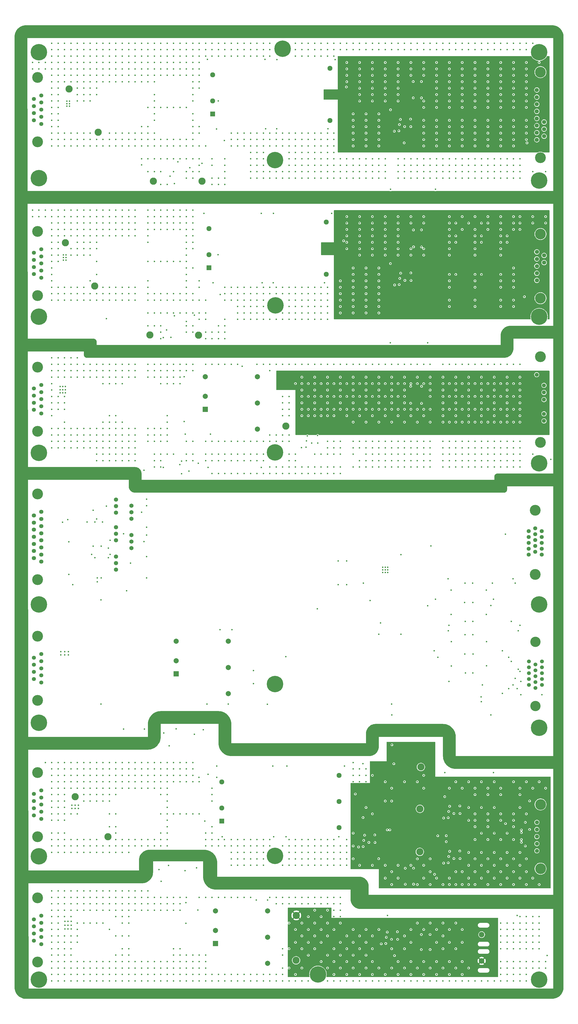
<source format=gbr>
%TF.GenerationSoftware,KiCad,Pcbnew,9.0.3*%
%TF.CreationDate,2025-09-16T14:08:45-04:00*%
%TF.ProjectId,11_CPU_PDU,31315f43-5055-45f5-9044-552e6b696361,rev?*%
%TF.SameCoordinates,Original*%
%TF.FileFunction,Copper,L8,Inr*%
%TF.FilePolarity,Positive*%
%FSLAX46Y46*%
G04 Gerber Fmt 4.6, Leading zero omitted, Abs format (unit mm)*
G04 Created by KiCad (PCBNEW 9.0.3) date 2025-09-16 14:08:45*
%MOMM*%
%LPD*%
G01*
G04 APERTURE LIST*
%TA.AperFunction,ComponentPad*%
%ADD10C,1.498600*%
%TD*%
%TA.AperFunction,ComponentPad*%
%ADD11C,4.000000*%
%TD*%
%TA.AperFunction,ComponentPad*%
%ADD12C,1.575000*%
%TD*%
%TA.AperFunction,ComponentPad*%
%ADD13C,4.216000*%
%TD*%
%TA.AperFunction,ComponentPad*%
%ADD14C,2.800000*%
%TD*%
%TA.AperFunction,ComponentPad*%
%ADD15C,1.560000*%
%TD*%
%TA.AperFunction,ComponentPad*%
%ADD16C,6.400000*%
%TD*%
%TA.AperFunction,ComponentPad*%
%ADD17C,1.650000*%
%TD*%
%TA.AperFunction,ComponentPad*%
%ADD18R,1.950000X1.950000*%
%TD*%
%TA.AperFunction,ComponentPad*%
%ADD19C,1.950000*%
%TD*%
%TA.AperFunction,ComponentPad*%
%ADD20C,1.635000*%
%TD*%
%TA.AperFunction,ComponentPad*%
%ADD21R,2.000000X2.000000*%
%TD*%
%TA.AperFunction,ComponentPad*%
%ADD22C,2.000000*%
%TD*%
%TA.AperFunction,ComponentPad*%
%ADD23C,2.159000*%
%TD*%
%TA.AperFunction,ViaPad*%
%ADD24C,0.600000*%
%TD*%
G04 APERTURE END LIST*
D10*
%TO.N,/v1_Telem*%
%TO.C,J15*%
X385970000Y-277329999D03*
%TO.N,/TELEM_RTN*%
X385970000Y-275039998D03*
%TO.N,/v2_Telem*%
X385970000Y-272749998D03*
%TO.N,/TELEM_RTN*%
X385970000Y-270460000D03*
%TO.N,/v3_Telem*%
X385970000Y-268169999D03*
%TO.N,/TELEM_RTN*%
X388510000Y-278469999D03*
%TO.N,/v4_Telem*%
X388510000Y-276179999D03*
%TO.N,/TELEM_RTN*%
X388510000Y-273889998D03*
%TO.N,/v5_Telem*%
X388510000Y-271600000D03*
%TO.N,/Temp_Telem*%
X388510000Y-269310000D03*
%TO.N,/v6_Telem*%
X391050000Y-277329999D03*
%TO.N,/TELEM_RTN*%
X391050000Y-275039998D03*
%TO.N,/v7_Telem*%
X391050000Y-272749998D03*
%TO.N,/TELEM_RTN*%
X391050000Y-270460000D03*
X391050000Y-268169999D03*
D11*
%TO.N,GNDPWR*%
X388510000Y-260509999D03*
X388510000Y-285510000D03*
%TD*%
D12*
%TO.N,/i1_Telem*%
%TO.C,J14*%
X385950000Y-217469000D03*
%TO.N,/TELEM_RTN*%
X385950000Y-219759000D03*
%TO.N,/i2_Telem*%
X385950000Y-222049000D03*
%TO.N,/TELEM_RTN*%
X385950000Y-224339000D03*
%TO.N,/i3_Telem*%
X385950000Y-226629000D03*
%TO.N,/TELEM_RTN*%
X388490000Y-216324000D03*
%TO.N,/i4_Telem*%
X388490000Y-218614000D03*
%TO.N,/TELEM_RTN*%
X388490000Y-220904000D03*
%TO.N,/i5_Telem*%
X388490000Y-223194000D03*
%TO.N,/TELEM_RTN*%
X388490000Y-225484000D03*
%TO.N,/i6_Telem*%
X391030000Y-217469000D03*
%TO.N,/TELEM_RTN*%
X391030000Y-219759000D03*
%TO.N,/i7_Telem*%
X391030000Y-222049000D03*
%TO.N,/TELEM_RTN*%
X391030000Y-224339000D03*
X391030000Y-226629000D03*
D13*
%TO.N,GNDPWR*%
X388490000Y-234290000D03*
X388490000Y-209300000D03*
%TD*%
D14*
%TO.N,/SSD1_5V*%
%TO.C,SEC_PWR3*%
X295245001Y-384520000D03*
%TD*%
D15*
%TO.N,/V_SEC5_RTN*%
%TO.C,J13*%
X195905001Y-367160000D03*
X195905001Y-369930000D03*
%TO.N,unconnected-(J13-Pad3)*%
X195905001Y-372700000D03*
%TO.N,/V_SEC5_RTN*%
X195905001Y-375470000D03*
X195905001Y-378240000D03*
%TO.N,/V_SEC5_IN*%
X193065001Y-368545000D03*
X193065001Y-371315000D03*
X193065001Y-374085000D03*
X193065001Y-376855000D03*
D13*
%TO.N,GNDPWR*%
X194485001Y-360200000D03*
X194485001Y-385200000D03*
%TD*%
D16*
%TO.N,GNDPWR*%
%TO.C,H4*%
X195000000Y-392000000D03*
%TD*%
D17*
%TO.N,Net-(U22B-OUT_2)*%
%TO.C,J10*%
X225063200Y-210275000D03*
%TO.N,/LVDS_REC_CKT/EN_2*%
X225063200Y-207735000D03*
%TO.N,Net-(J10-Pad3)*%
X225063200Y-205195000D03*
%TD*%
D14*
%TO.N,/Sabertooth_IO/V8p2*%
%TO.C,8.2V1*%
X343902501Y-309244999D03*
%TD*%
%TO.N,/SSD0_5V*%
%TO.C,5V2*%
X291235001Y-176584999D03*
%TD*%
D18*
%TO.N,/Sabertooth_IO/p12V*%
%TO.C,U3*%
X266297501Y-330324999D03*
D19*
%TO.N,/Sabertooth_IO/p12_rtn*%
X266297501Y-325244999D03*
%TO.N,/Sabertooth_IO/REM*%
X266297501Y-315084999D03*
%TO.N,/Sabertooth_IO_12V*%
X312017501Y-332864999D03*
%TO.N,/Sabertooth_IO_RTN*%
X312017501Y-322704999D03*
%TO.N,Net-(U3-TRIM)*%
X312017501Y-312544999D03*
%TD*%
D16*
%TO.N,GNDPWR*%
%TO.C,H19*%
X290000000Y-29690000D03*
%TD*%
D20*
%TO.N,/EN3-*%
%TO.C,J7*%
X195905001Y-229340000D03*
%TO.N,/EN3+*%
X195905001Y-226570000D03*
%TO.N,/TELEM_RTN*%
X195905001Y-223800000D03*
%TO.N,/EN5+*%
X195905001Y-221030000D03*
%TO.N,/TELEM_RTN*%
X195905001Y-218260000D03*
%TO.N,/EN5-*%
X195905001Y-215490000D03*
%TO.N,/EN2+*%
X195905001Y-212720000D03*
%TO.N,/EN2-*%
X195905001Y-209950000D03*
%TO.N,/EN4-*%
X193065001Y-227955000D03*
%TO.N,/EN4+*%
X193065001Y-225185000D03*
%TO.N,/TELEM_RTN*%
X193065001Y-222415000D03*
X193065001Y-219645000D03*
X193065001Y-216875000D03*
%TO.N,/EN1+*%
X193065001Y-214105000D03*
%TO.N,/EN1-*%
X193065001Y-211335000D03*
D13*
%TO.N,GNDPWR*%
X194485001Y-202995000D03*
X194485001Y-236295000D03*
%TD*%
D14*
%TO.N,/V_SEC1_RTN*%
%TO.C,SEC_RTN1*%
X206725001Y-45335000D03*
%TD*%
%TO.N,Net-(F2-Pad2)*%
%TO.C,SEC_RTN2*%
X216715001Y-122055000D03*
%TD*%
D16*
%TO.N,GNDPWR*%
%TO.C,H11*%
X390000000Y-294000000D03*
%TD*%
%TO.N,GNDPWR*%
%TO.C,H10*%
X390000000Y-392000000D03*
%TD*%
D17*
%TO.N,Net-(U22D-OUT_4)*%
%TO.C,J12*%
X231063200Y-224065000D03*
%TO.N,/LVDS_REC_CKT/EN_4*%
X231063200Y-221525000D03*
%TO.N,Net-(J12-Pad3)*%
X231063200Y-218985000D03*
%TD*%
D21*
%TO.N,Net-(U23-+VIN)*%
%TO.C,U23*%
X248505001Y-272989999D03*
D22*
%TO.N,Net-(U23--VIN)*%
X248505001Y-267889999D03*
%TO.N,/V_TELEM*%
X268805001Y-280689999D03*
%TO.N,unconnected-(U23-TRIM-Pad4)*%
X268805001Y-270489999D03*
%TO.N,/V_TELEM_RTN*%
X268805001Y-260289999D03*
%TO.N,unconnected-(U23-REMOTE-Pad6)*%
X248505001Y-260289999D03*
%TD*%
D18*
%TO.N,/Sabertooth_CPU_and_PCIe_Bifurcator/P12V_PDU_DAQ1/p12V*%
%TO.C,U2*%
X261325001Y-114915000D03*
D19*
%TO.N,/Sabertooth_CPU_and_PCIe_Bifurcator/P12V_PDU_DAQ1/p12_rtn*%
X261325001Y-109835000D03*
%TO.N,/Sabertooth_CPU_and_PCIe_Bifurcator/P12V_PDU_DAQ1/REM*%
X261325001Y-99675000D03*
%TO.N,/PCIe_Bifurcator_12V*%
X307045001Y-117455000D03*
%TO.N,/PCIe_Bifurcator_12V_RTN*%
X307045001Y-107295000D03*
%TO.N,Net-(U2-TRIM)*%
X307045001Y-97135000D03*
%TD*%
D16*
%TO.N,GNDPWR*%
%TO.C,H20*%
X303760000Y-390000000D03*
%TD*%
%TO.N,GNDPWR*%
%TO.C,H1*%
X195000000Y-31000000D03*
%TD*%
D17*
%TO.N,Net-(U22C-OUT_3)*%
%TO.C,J11*%
X225063200Y-221035000D03*
%TO.N,/LVDS_REC_CKT/EN_3*%
X225063200Y-218495000D03*
%TO.N,Net-(J11-Pad3)*%
X225063200Y-215955000D03*
%TD*%
D14*
%TO.N,/Sabertooth_IO_5V*%
%TO.C,5V1*%
X343522501Y-325554999D03*
%TD*%
D16*
%TO.N,GNDPWR*%
%TO.C,H21*%
X287000000Y-186770000D03*
%TD*%
D20*
%TO.N,/Sabertooth_p12V_OUT*%
%TO.C,J18*%
X389080000Y-45725000D03*
X389080000Y-48495000D03*
X389080000Y-51265000D03*
X389080000Y-54035000D03*
%TO.N,unconnected-(J18-Pad5)*%
X389080000Y-56805000D03*
%TO.N,unconnected-(J18-Pad6)*%
X389080000Y-59575000D03*
%TO.N,unconnected-(J18-Pad7)*%
X389080000Y-62345000D03*
%TO.N,unconnected-(J18-Pad8)*%
X389080000Y-65115000D03*
%TO.N,/Sabertooth_p12V_RTN*%
X391920000Y-47110000D03*
X391920000Y-49880000D03*
X391920000Y-52650000D03*
X391920000Y-55420000D03*
%TO.N,unconnected-(J18-Pad13)*%
X391920000Y-58190000D03*
%TO.N,unconnected-(J18-Pad14)*%
X391920000Y-60960000D03*
%TO.N,unconnected-(J18-Pad15)*%
X391920000Y-63730000D03*
D13*
%TO.N,GNDPWR*%
X390500000Y-72070000D03*
X390500000Y-38770000D03*
%TD*%
D16*
%TO.N,GNDPWR*%
%TO.C,H22*%
X287000000Y-343890000D03*
%TD*%
D17*
%TO.N,Net-(U22A-OUT_1)*%
%TO.C,J9*%
X231063200Y-212645000D03*
%TO.N,/LVDS_REC_CKT/EN_1*%
X231063200Y-210105000D03*
%TO.N,Net-(J9-Pad3)*%
X231063200Y-207565000D03*
%TD*%
D14*
%TO.N,/Sabertooth_IO_RTN*%
%TO.C,8.2\u002C5\u002C3.3_RTN1*%
X327155001Y-319864999D03*
%TD*%
D16*
%TO.N,GNDPWR*%
%TO.C,H15*%
X195000000Y-187000000D03*
%TD*%
D17*
%TO.N,Net-(U21-R)*%
%TO.C,J8*%
X225063200Y-232455000D03*
%TO.N,/LVDS_REC_CKT/EN_5*%
X225063200Y-229915000D03*
%TO.N,Net-(J8-Pad3)*%
X225063200Y-227375000D03*
%TD*%
D15*
%TO.N,/V_SEC3_RTN*%
%TO.C,J3*%
X195905001Y-318370000D03*
X195905001Y-321140000D03*
%TO.N,unconnected-(J3-Pad3)*%
X195905001Y-323910000D03*
%TO.N,/V_SEC3_RTN*%
X195905001Y-326680000D03*
X195905001Y-329450000D03*
%TO.N,/V_SEC3_IN*%
X193065001Y-319755000D03*
X193065001Y-322525000D03*
X193065001Y-325295000D03*
X193065001Y-328065000D03*
D13*
%TO.N,GNDPWR*%
X194485001Y-311410000D03*
X194485001Y-336410000D03*
%TD*%
D16*
%TO.N,GNDPWR*%
%TO.C,H5*%
X195000000Y-344000000D03*
%TD*%
%TO.N,GNDPWR*%
%TO.C,H18*%
X287190000Y-129530000D03*
%TD*%
D15*
%TO.N,/SSD0_5V_RTN*%
%TO.C,J6*%
X389035000Y-175930000D03*
X389035000Y-173160000D03*
X389035000Y-170390000D03*
X389035000Y-167620000D03*
X389035000Y-164850000D03*
X389035000Y-162080000D03*
X389035000Y-159310000D03*
%TO.N,/SSD0_5V_OUT*%
X389035000Y-156540000D03*
X391875000Y-174545000D03*
X391875000Y-171775000D03*
%TO.N,/SSD0_5V_RTN*%
X391875000Y-169005000D03*
%TO.N,/SSD0_5V_OUT*%
X391875000Y-166235000D03*
X391875000Y-163465000D03*
X391875000Y-160695000D03*
%TO.N,/SSD0_5V_RTN*%
X391875000Y-157925000D03*
D13*
%TO.N,GNDPWR*%
X390455000Y-182885000D03*
X390455000Y-149585000D03*
%TD*%
D16*
%TO.N,GNDPWR*%
%TO.C,H8*%
X195000000Y-134000000D03*
%TD*%
%TO.N,GNDPWR*%
%TO.C,H12*%
X390000000Y-246000000D03*
%TD*%
%TO.N,GNDPWR*%
%TO.C,H3*%
X287000000Y-73000000D03*
%TD*%
%TO.N,GNDPWR*%
%TO.C,H17*%
X195000000Y-246000000D03*
%TD*%
D15*
%TO.N,/V_SEC2_RTN*%
%TO.C,J2*%
X195905001Y-107700000D03*
X195905001Y-110470000D03*
%TO.N,unconnected-(J2-Pad3)*%
X195905001Y-113240000D03*
%TO.N,/V_SEC2_RTN*%
X195905001Y-116010000D03*
X195905001Y-118780000D03*
%TO.N,/V_SEC2_IN*%
X193065001Y-109085000D03*
X193065001Y-111855000D03*
X193065001Y-114625000D03*
X193065001Y-117395000D03*
D13*
%TO.N,GNDPWR*%
X194485001Y-100740000D03*
X194485001Y-125740000D03*
%TD*%
D14*
%TO.N,Net-(F1-Pad2)*%
%TO.C,SEC_PWR1*%
X218085001Y-62185000D03*
%TD*%
D15*
%TO.N,/Sabertooth_IO_12V_OUT*%
%TO.C,J16*%
X389110000Y-341880000D03*
X389110000Y-339110000D03*
%TO.N,unconnected-(J16-Pad3)*%
X389110000Y-336340000D03*
%TO.N,/Sabertooth_IO_5V_OUT*%
X389110000Y-333570000D03*
%TO.N,/Sabertooth_IO_3p3V_OUT*%
X389110000Y-330800000D03*
%TO.N,/Sabertooth_IO_RTN*%
X391950000Y-340495000D03*
X391950000Y-337725000D03*
X391950000Y-334955000D03*
X391950000Y-332185000D03*
D13*
%TO.N,GNDPWR*%
X390530000Y-348840000D03*
X390530000Y-323840000D03*
%TD*%
D20*
%TO.N,unconnected-(J17-Pad1)*%
%TO.C,J17*%
X389090000Y-108740000D03*
%TO.N,unconnected-(J17-Pad2)*%
X389090000Y-111510000D03*
%TO.N,unconnected-(J17-Pad3)*%
X389090000Y-114280000D03*
%TO.N,/PCIe_Bifurcator_12V_OUT*%
X389090000Y-117050000D03*
X389090000Y-119820000D03*
%TO.N,unconnected-(J17-Pad6)*%
X391930000Y-110125000D03*
%TO.N,unconnected-(J17-Pad7)*%
X391930000Y-112895000D03*
%TO.N,/PCIe_Bifurcator_12V_RTN*%
X391930000Y-115665000D03*
X391930000Y-118435000D03*
D13*
%TO.N,GNDPWR*%
X390510000Y-126780000D03*
X390510000Y-101780000D03*
%TD*%
D23*
%TO.N,/SSD1_5V_RTN*%
%TO.C,P2*%
X367580000Y-384730000D03*
%TD*%
D21*
%TO.N,/SSD_PDU/HUB_SSD1/p12V*%
%TO.C,U8*%
X263842501Y-377990000D03*
D22*
%TO.N,/SSD_PDU/HUB_SSD1/p12_rtn*%
X263842501Y-372890000D03*
%TO.N,/SSD1_5V*%
X284142501Y-385690000D03*
%TO.N,Net-(U8-TRIM)*%
X284142501Y-375490000D03*
%TO.N,/SSD1_5V_RTN*%
X284142501Y-365290000D03*
%TO.N,/SSD_PDU/HUB_SSD1/REM*%
X263842501Y-365290000D03*
%TD*%
D14*
%TO.N,/V_SEC2_RTN*%
%TO.C,TP1*%
X205355001Y-105205000D03*
%TD*%
%TO.N,Net-(F3-Pad2)*%
%TO.C,V_SEC_IN1*%
X221885001Y-336364999D03*
%TD*%
D16*
%TO.N,GNDPWR*%
%TO.C,H6*%
X195000000Y-292000000D03*
%TD*%
%TO.N,GNDPWR*%
%TO.C,H7*%
X390000000Y-31000000D03*
%TD*%
%TO.N,GNDPWR*%
%TO.C,H16*%
X390000000Y-191000000D03*
%TD*%
%TO.N,GNDPWR*%
%TO.C,H14*%
X390000000Y-81000000D03*
%TD*%
D15*
%TO.N,/V_SEC1_RTN*%
%TO.C,J1*%
X195905001Y-47830000D03*
X195905001Y-50600000D03*
%TO.N,unconnected-(J1-Pad3)*%
X195905001Y-53370000D03*
%TO.N,/V_SEC1_RTN*%
X195905001Y-56140000D03*
X195905001Y-58910000D03*
%TO.N,/V_SEC1_IN*%
X193065001Y-49215000D03*
X193065001Y-51985000D03*
X193065001Y-54755000D03*
X193065001Y-57525000D03*
D13*
%TO.N,GNDPWR*%
X194485001Y-40870000D03*
X194485001Y-65870000D03*
%TD*%
D14*
%TO.N,/V_TELEM*%
%TO.C,TELEM_PWR1*%
X258595001Y-81255000D03*
%TD*%
%TO.N,/V_TELEM*%
%TO.C,SEC_PWR2*%
X257225001Y-141125000D03*
%TD*%
D15*
%TO.N,/V_TELEM_RTN*%
%TO.C,J5*%
X195905001Y-265294999D03*
X195905001Y-268064999D03*
%TO.N,unconnected-(J5-Pad3)*%
X195905001Y-270834999D03*
%TO.N,/V_TELEM_RTN*%
X195905001Y-273604999D03*
X195905001Y-276374999D03*
%TO.N,/V_TELEM_IN*%
X193065001Y-266679999D03*
X193065001Y-269449999D03*
X193065001Y-272219999D03*
X193065001Y-274989999D03*
D13*
%TO.N,GNDPWR*%
X194485001Y-258334999D03*
X194485001Y-283334999D03*
%TD*%
D23*
%TO.N,/SSD1_5V_OUT*%
%TO.C,P1*%
X367580000Y-374519600D03*
%TD*%
D16*
%TO.N,GNDPWR*%
%TO.C,H2*%
X390000000Y-134000000D03*
%TD*%
D14*
%TO.N,/V_TELEM_RTN*%
%TO.C,TELEM_RTN1*%
X239625001Y-81245000D03*
%TD*%
%TO.N,/SSD0_5V_RTN*%
%TO.C,5V_RTN1*%
X291315001Y-159085000D03*
%TD*%
D15*
%TO.N,/V_SEC4_RTN*%
%TO.C,J4*%
X195905001Y-160535000D03*
X195905001Y-163305000D03*
%TO.N,unconnected-(J4-Pad3)*%
X195905001Y-166075000D03*
%TO.N,/V_SEC4_RTN*%
X195905001Y-168845000D03*
X195905001Y-171615000D03*
%TO.N,/V_SEC4_IN*%
X193065001Y-161920000D03*
X193065001Y-164690000D03*
X193065001Y-167460000D03*
X193065001Y-170230000D03*
D13*
%TO.N,GNDPWR*%
X194485001Y-153575000D03*
X194485001Y-178575000D03*
%TD*%
D14*
%TO.N,/Sabertooth_IO_3p3V*%
%TO.C,3.3V1*%
X343474001Y-342274999D03*
%TD*%
D18*
%TO.N,/Sabertooth_CPU_and_PCIe_Bifurcator/P12V_PDU_DAQ/p12V*%
%TO.C,U1*%
X262695001Y-55045000D03*
D19*
%TO.N,/Sabertooth_CPU_and_PCIe_Bifurcator/P12V_PDU_DAQ/p12_rtn*%
X262695001Y-49965000D03*
%TO.N,/Sabertooth_CPU_and_PCIe_Bifurcator/P12V_PDU_DAQ/REM*%
X262695001Y-39805000D03*
%TO.N,/Sabertooth_p12V*%
X308415001Y-57585000D03*
%TO.N,/Sabertooth_p12V_RTN*%
X308415001Y-47425000D03*
%TO.N,Net-(U1-TRIM)*%
X308415001Y-37265000D03*
%TD*%
D16*
%TO.N,GNDPWR*%
%TO.C,H13*%
X195000000Y-80000000D03*
%TD*%
D14*
%TO.N,/V_SEC3_RTN*%
%TO.C,V_SEC_RTN1*%
X209135001Y-320864999D03*
%TD*%
%TO.N,/SSD1_5V_RTN*%
%TO.C,SEC_RTN4*%
X295325001Y-367020000D03*
%TD*%
D21*
%TO.N,/SSD_PDU/HUB_SSD0/p12V*%
%TO.C,U7*%
X259832501Y-170055000D03*
D22*
%TO.N,/SSD_PDU/HUB_SSD0/p12_rtn*%
X259832501Y-164955000D03*
%TO.N,/SSD0_5V*%
X280132501Y-177755000D03*
%TO.N,Net-(U7-TRIM)*%
X280132501Y-167555000D03*
%TO.N,/SSD0_5V_RTN*%
X280132501Y-157355000D03*
%TO.N,/SSD_PDU/HUB_SSD0/REM*%
X259832501Y-157355000D03*
%TD*%
D16*
%TO.N,GNDPWR*%
%TO.C,H9*%
X287000000Y-277000000D03*
%TD*%
D14*
%TO.N,/V_TELEM_RTN*%
%TO.C,SEC_RTN3*%
X238255001Y-141115000D03*
%TD*%
D24*
%TO.N,/Sabertooth_IO_3p3V*%
X350460000Y-336000000D03*
X349090000Y-263990000D03*
X353790001Y-338330000D03*
X353790001Y-335990001D03*
%TO.N,/Sabertooth_IO_5V*%
X353190000Y-311410000D03*
X372210000Y-311400000D03*
X372210000Y-243930000D03*
X353190000Y-320790000D03*
%TO.N,/SSD0_5V*%
X350520000Y-266520000D03*
X291230000Y-266280000D03*
%TO.N,/SSD0_5V_RTN*%
X315000000Y-167500000D03*
X305000000Y-157500000D03*
X335000000Y-162500000D03*
X300000000Y-157500000D03*
X335000000Y-167500000D03*
X347500000Y-167500000D03*
X305000000Y-162500000D03*
X375000000Y-162500000D03*
X335000000Y-175000000D03*
X320000000Y-162500000D03*
X360000000Y-167500000D03*
X317500000Y-172500000D03*
X342500000Y-172500000D03*
X345000000Y-157500000D03*
X332500000Y-172500000D03*
X380000000Y-172500000D03*
X320000000Y-157500000D03*
X380000000Y-157500000D03*
X340000000Y-175000000D03*
X380000000Y-167500000D03*
X340000000Y-157500000D03*
X327500000Y-172500000D03*
X347500000Y-172500000D03*
X370000000Y-167500000D03*
X345000000Y-175000000D03*
X325000000Y-167500000D03*
X355000000Y-157500000D03*
X337500000Y-172500000D03*
X330000000Y-162500000D03*
X365000000Y-167500000D03*
X375000000Y-172500000D03*
X355000000Y-167500000D03*
X320000000Y-175000000D03*
X375000000Y-157500000D03*
X370000000Y-172500000D03*
X322500000Y-172500000D03*
X370000000Y-162500000D03*
X310000000Y-167500000D03*
X365000000Y-172500000D03*
X325000000Y-162500000D03*
X365000000Y-157500000D03*
X375000000Y-167500000D03*
X315000000Y-162500000D03*
X330000000Y-167500000D03*
X315000000Y-157500000D03*
X310000000Y-162500000D03*
X360000000Y-172500000D03*
X325000000Y-175000000D03*
X320000000Y-167500000D03*
X300000000Y-167500000D03*
X300000000Y-162500000D03*
X310000000Y-157500000D03*
X355000000Y-162500000D03*
X295000000Y-157500000D03*
X305000000Y-167500000D03*
X355000000Y-172500000D03*
X370000000Y-157500000D03*
X365000000Y-162500000D03*
X380000000Y-162500000D03*
X335000000Y-157500000D03*
X360000000Y-157500000D03*
X360000000Y-162500000D03*
X330000000Y-175000000D03*
X312500000Y-172500000D03*
X330000000Y-157500000D03*
X325000000Y-157500000D03*
%TO.N,/Sabertooth_IO_RTN*%
X322500000Y-347500000D03*
X387500000Y-315000000D03*
X377500000Y-355000000D03*
X347500000Y-352500000D03*
X317500000Y-337500000D03*
X342500000Y-347500000D03*
X372500000Y-350000000D03*
X367500000Y-332500000D03*
X345155001Y-339404999D03*
X372500000Y-327500000D03*
X370000000Y-335000000D03*
X367500000Y-327500000D03*
X387500000Y-355000000D03*
X370000000Y-325000000D03*
X325000000Y-315000000D03*
X332500000Y-347500000D03*
X291675001Y-308844999D03*
X329472501Y-327524999D03*
X332500000Y-315000000D03*
X335000000Y-355000000D03*
X362500000Y-350000000D03*
X380000000Y-342500000D03*
X360000000Y-347500000D03*
X343592501Y-305594999D03*
X332500000Y-320000000D03*
X385000000Y-342500000D03*
X340000000Y-315000000D03*
X337500000Y-347500000D03*
X370000000Y-352500000D03*
X345000000Y-345000000D03*
X329064001Y-344104999D03*
X314105001Y-308844999D03*
X372500000Y-332500000D03*
X392500000Y-355000000D03*
X332500000Y-352500000D03*
X367500000Y-345000000D03*
X372500000Y-355000000D03*
X320000000Y-335000000D03*
X372500000Y-345000000D03*
X330000000Y-350000000D03*
X367500000Y-330000000D03*
X325000000Y-310000000D03*
X370000000Y-342500000D03*
X377500000Y-350000000D03*
X350000000Y-355000000D03*
X317500000Y-342500000D03*
X375000000Y-325000000D03*
X362500000Y-327500000D03*
X372500000Y-337500000D03*
X355000000Y-315000000D03*
X380000000Y-347500000D03*
X380000000Y-352500000D03*
X335000000Y-350000000D03*
X382500000Y-315000000D03*
X385000000Y-347500000D03*
X372500000Y-320000000D03*
X345000000Y-315000000D03*
X345000000Y-350000000D03*
X367500000Y-337500000D03*
X365000000Y-335000000D03*
X375000000Y-342500000D03*
X375000000Y-347500000D03*
X360000000Y-315000000D03*
X322500000Y-327500000D03*
X385000000Y-352500000D03*
X330000000Y-355000000D03*
X343562501Y-322054999D03*
X367500000Y-317500000D03*
X385000000Y-317500000D03*
X357500000Y-352500000D03*
X365000000Y-342500000D03*
X347500000Y-347500000D03*
X392500000Y-315000000D03*
X390000000Y-352500000D03*
X352500000Y-352500000D03*
X375000000Y-315000000D03*
X375000000Y-335000000D03*
X382500000Y-327500000D03*
X345000000Y-355000000D03*
X390000000Y-317500000D03*
X362500000Y-345000000D03*
X380000000Y-335000000D03*
X380000000Y-325000000D03*
X377500000Y-345000000D03*
X367500000Y-350000000D03*
X382500000Y-345000000D03*
X329472501Y-310834999D03*
X367500000Y-320000000D03*
X325000000Y-325000000D03*
X370000000Y-347500000D03*
X362500000Y-317500000D03*
X365000000Y-352500000D03*
X360000000Y-352500000D03*
X327500000Y-347500000D03*
X372500000Y-330000000D03*
X382500000Y-330000000D03*
X317500000Y-347500000D03*
X382500000Y-332500000D03*
X385000000Y-320000000D03*
X370000000Y-315000000D03*
X332092501Y-306884999D03*
X385000000Y-325000000D03*
X343524001Y-339414999D03*
X345000000Y-300000000D03*
X357500000Y-347500000D03*
X372500000Y-317500000D03*
X377500000Y-337500000D03*
X382500000Y-350000000D03*
X382500000Y-355000000D03*
X380000000Y-320000000D03*
X375000000Y-352500000D03*
X367500000Y-355000000D03*
X365000000Y-315000000D03*
X365000000Y-347500000D03*
X357500000Y-317500000D03*
X365000000Y-325000000D03*
X380000000Y-317500000D03*
%TO.N,/Sabertooth_p12V*%
X349560000Y-243950000D03*
X349560000Y-84330000D03*
X332060000Y-84330000D03*
X332060000Y-53415000D03*
X307665001Y-60845000D03*
X287695001Y-60845000D03*
%TO.N,/Sabertooth_CPU_and_PCIe_Bifurcator/P12V_PDU_DAQ/p12V*%
X283405001Y-60845000D03*
%TO.N,/Sabertooth_CPU_and_PCIe_Bifurcator/P12V_PDU_DAQ/p12_rtn*%
X267280000Y-65400000D03*
X264950000Y-49960000D03*
X260695001Y-33845000D03*
X283095001Y-33845000D03*
%TO.N,/Sabertooth_p12V_RTN*%
X357500000Y-65000000D03*
X372500000Y-45000000D03*
X367500000Y-45000000D03*
X332500000Y-40000000D03*
X377500000Y-67500000D03*
X332500000Y-50000000D03*
X342500000Y-62500000D03*
X342500000Y-40000000D03*
X382500000Y-60000000D03*
X347500000Y-42500000D03*
X322500000Y-37500000D03*
X337500000Y-37500000D03*
X310465001Y-33855000D03*
X325000000Y-67500000D03*
X382500000Y-47500000D03*
X362500000Y-60000000D03*
X320000000Y-60000000D03*
X362500000Y-52500000D03*
X352500000Y-57500000D03*
X327500000Y-47500000D03*
X377500000Y-52500000D03*
X352500000Y-35000000D03*
X325000000Y-57500000D03*
X340000000Y-50000000D03*
X315000000Y-62500000D03*
X325000000Y-55000000D03*
X337500000Y-47500000D03*
X362500000Y-62500000D03*
X315000000Y-55000000D03*
X330000000Y-55000000D03*
X332500000Y-47500000D03*
X325000000Y-60000000D03*
X357500000Y-67500000D03*
X312500000Y-35000000D03*
X377500000Y-62500000D03*
X377500000Y-65000000D03*
X330000000Y-57500000D03*
X342500000Y-35000000D03*
X352500000Y-50000000D03*
X330000000Y-65000000D03*
X352500000Y-42500000D03*
X367500000Y-60000000D03*
X372500000Y-67500000D03*
X352500000Y-67500000D03*
X347500000Y-40000000D03*
X377500000Y-50000000D03*
X357500000Y-52500000D03*
X320000000Y-55000000D03*
X367500000Y-62500000D03*
X377500000Y-42500000D03*
X352500000Y-60000000D03*
X347500000Y-67500000D03*
X342500000Y-65000000D03*
X362500000Y-47500000D03*
X357500000Y-47500000D03*
X342500000Y-60000000D03*
X382500000Y-62500000D03*
X392500000Y-35000000D03*
X347500000Y-57500000D03*
X362500000Y-67500000D03*
X327500000Y-42500000D03*
X337500000Y-45000000D03*
X367500000Y-37500000D03*
X372500000Y-50000000D03*
X357500000Y-37500000D03*
X357500000Y-45000000D03*
X372500000Y-62500000D03*
X362500000Y-45000000D03*
X377500000Y-45000000D03*
X367500000Y-52500000D03*
X337500000Y-35000000D03*
X382500000Y-67500000D03*
X362500000Y-42500000D03*
X377500000Y-37500000D03*
X352500000Y-65000000D03*
X327500000Y-50000000D03*
X317500000Y-37500000D03*
X367500000Y-47500000D03*
X372500000Y-65000000D03*
X357500000Y-42500000D03*
X332500000Y-37500000D03*
X332500000Y-35000000D03*
X317500000Y-35000000D03*
X347500000Y-35000000D03*
X352500000Y-40000000D03*
X315000000Y-60000000D03*
X315000000Y-57500000D03*
X320000000Y-67500000D03*
X372500000Y-47500000D03*
X382500000Y-37500000D03*
X357500000Y-35000000D03*
X322500000Y-40000000D03*
X315000000Y-67500000D03*
X337500000Y-42500000D03*
X312500000Y-37500000D03*
X322500000Y-35000000D03*
X352500000Y-62500000D03*
X322500000Y-45000000D03*
X382500000Y-40000000D03*
X322500000Y-42500000D03*
X320000000Y-65000000D03*
X330000000Y-62500000D03*
X372500000Y-35000000D03*
X382500000Y-50000000D03*
X342500000Y-37500000D03*
X362500000Y-57500000D03*
X382500000Y-45000000D03*
X322500000Y-47500000D03*
X367500000Y-40000000D03*
X382500000Y-57500000D03*
X367500000Y-65000000D03*
X362500000Y-37500000D03*
X347500000Y-45000000D03*
X325000000Y-62500000D03*
X362500000Y-35000000D03*
X320000000Y-57500000D03*
X327500000Y-45000000D03*
X367500000Y-67500000D03*
X382500000Y-52500000D03*
X382500000Y-35000000D03*
X327500000Y-35000000D03*
X327500000Y-40000000D03*
X342500000Y-50000000D03*
X357500000Y-40000000D03*
X317500000Y-40000000D03*
X382500000Y-42500000D03*
X367500000Y-57500000D03*
X362500000Y-65000000D03*
X387500000Y-35000000D03*
X320000000Y-62500000D03*
X325000000Y-65000000D03*
X357500000Y-60000000D03*
X377500000Y-47500000D03*
X347500000Y-65000000D03*
X342500000Y-67500000D03*
X357500000Y-62500000D03*
X347500000Y-37500000D03*
X372500000Y-40000000D03*
X377500000Y-57500000D03*
X330000000Y-60000000D03*
X367500000Y-35000000D03*
X347500000Y-47500000D03*
X357500000Y-50000000D03*
X362500000Y-40000000D03*
X347500000Y-52500000D03*
X347500000Y-62500000D03*
X372500000Y-52500000D03*
X337500000Y-50000000D03*
X362500000Y-50000000D03*
X372500000Y-57500000D03*
X315000000Y-65000000D03*
X347500000Y-50000000D03*
X377500000Y-35000000D03*
X352500000Y-47500000D03*
X352500000Y-45000000D03*
X332500000Y-45000000D03*
X372500000Y-60000000D03*
X317500000Y-47500000D03*
X322500000Y-50000000D03*
X330000000Y-67500000D03*
X377500000Y-40000000D03*
X287785001Y-33855000D03*
X352500000Y-52500000D03*
X317500000Y-45000000D03*
X382500000Y-65000000D03*
X347500000Y-60000000D03*
X337500000Y-40000000D03*
X317500000Y-42500000D03*
X357500000Y-57500000D03*
X332500000Y-42500000D03*
X372500000Y-37500000D03*
X372500000Y-42500000D03*
X367500000Y-42500000D03*
X377500000Y-60000000D03*
X352500000Y-37500000D03*
X327500000Y-37500000D03*
X342500000Y-57500000D03*
X367500000Y-50000000D03*
%TO.N,/V_SEC1_RTN*%
X347500000Y-30000000D03*
X367500000Y-27500000D03*
X365000000Y-50000000D03*
X217500000Y-37500000D03*
X240000000Y-65000000D03*
X327500000Y-57500000D03*
X212500000Y-47500000D03*
X210000000Y-50000000D03*
X240000000Y-52500000D03*
X235000000Y-30000000D03*
X385000000Y-62500000D03*
X370000000Y-42500000D03*
X340000000Y-72500000D03*
X365000000Y-60000000D03*
X317500000Y-65000000D03*
X340000000Y-40000000D03*
X345000000Y-65000000D03*
X235000000Y-37500000D03*
X227500000Y-37500000D03*
X202500000Y-67500000D03*
X380000000Y-72500000D03*
X355000000Y-80000000D03*
X287500000Y-80000000D03*
X370000000Y-62500000D03*
X297500000Y-27500000D03*
X297500000Y-32500000D03*
X307500000Y-62500000D03*
X317500000Y-55000000D03*
X220000000Y-32500000D03*
X280000000Y-62500000D03*
X365000000Y-42500000D03*
X365000000Y-37500000D03*
X245000000Y-27500000D03*
X215000000Y-45000000D03*
X385000000Y-45000000D03*
X300000000Y-65000000D03*
X202500000Y-27500000D03*
X292500000Y-65000000D03*
X305000000Y-67500000D03*
X240000000Y-57500000D03*
X252500000Y-32500000D03*
X325000000Y-37500000D03*
X350000000Y-75000000D03*
X285000000Y-67500000D03*
X317500000Y-75000000D03*
X215000000Y-65000000D03*
X350000000Y-60000000D03*
X232500000Y-42500000D03*
X380000000Y-30000000D03*
X352500000Y-72500000D03*
X357500000Y-27500000D03*
X365000000Y-75000000D03*
X240000000Y-55000000D03*
X375000000Y-75000000D03*
X385000000Y-65000000D03*
X255000000Y-37500000D03*
X302500000Y-30000000D03*
X285000000Y-77500000D03*
X355000000Y-57500000D03*
X200000000Y-32500000D03*
X320000000Y-35000000D03*
X230000000Y-35000000D03*
X290000000Y-67500000D03*
X215000000Y-47500000D03*
X252500000Y-27500000D03*
X315000000Y-35000000D03*
X375000000Y-47500000D03*
X307500000Y-65000000D03*
X292500000Y-72500000D03*
X302500000Y-67500000D03*
X277500000Y-72500000D03*
X260000000Y-30000000D03*
X325000000Y-75000000D03*
X292500000Y-77500000D03*
X245000000Y-40000000D03*
X220000000Y-67500000D03*
X312500000Y-75000000D03*
X245000000Y-67500000D03*
X320000000Y-42500000D03*
X272500000Y-65000000D03*
X212500000Y-45000000D03*
X220000000Y-42500000D03*
X235000000Y-65000000D03*
X222500000Y-37500000D03*
X302500000Y-32500000D03*
X322500000Y-72500000D03*
X320000000Y-30000000D03*
X202500000Y-52500000D03*
X300000000Y-70000000D03*
X200000000Y-47500000D03*
X217500000Y-42500000D03*
X385000000Y-60000000D03*
X310000000Y-75000000D03*
X252500000Y-52500000D03*
X390000000Y-35000000D03*
X360000000Y-77500000D03*
X357500000Y-77500000D03*
X337500000Y-80000000D03*
X242500000Y-52500000D03*
X295000000Y-75000000D03*
X325000000Y-77500000D03*
X327500000Y-27500000D03*
X200000000Y-62500000D03*
X365000000Y-47500000D03*
X375000000Y-57500000D03*
X387500000Y-77500000D03*
X335000000Y-80000000D03*
X355000000Y-47500000D03*
X375000000Y-67500000D03*
X210000000Y-27500000D03*
X202500000Y-32500000D03*
X247500000Y-67500000D03*
X207500000Y-65000000D03*
X367500000Y-30000000D03*
X340000000Y-35000000D03*
X370000000Y-30000000D03*
X370000000Y-65000000D03*
X277500000Y-80000000D03*
X355000000Y-67500000D03*
X227500000Y-65000000D03*
X206945001Y-51045000D03*
X205000000Y-32500000D03*
X252500000Y-40000000D03*
X250000000Y-32500000D03*
X257500000Y-42500000D03*
X215000000Y-50000000D03*
X222500000Y-27500000D03*
X322500000Y-55000000D03*
X345000000Y-40000000D03*
X235000000Y-27500000D03*
X320000000Y-45000000D03*
X205000000Y-30000000D03*
X232500000Y-37500000D03*
X242500000Y-35000000D03*
X207500000Y-32500000D03*
X370000000Y-47500000D03*
X380000000Y-67500000D03*
X215000000Y-35000000D03*
X370000000Y-57500000D03*
X305000000Y-70000000D03*
X345000000Y-75000000D03*
X380000000Y-27500000D03*
X350000000Y-47500000D03*
X330000000Y-75000000D03*
X350000000Y-80000000D03*
X360000000Y-37500000D03*
X240000000Y-32500000D03*
X275000000Y-30000000D03*
X317500000Y-60000000D03*
X385000000Y-40000000D03*
X280000000Y-32500000D03*
X252500000Y-37500000D03*
X222500000Y-67500000D03*
X265000000Y-30000000D03*
X282500000Y-80000000D03*
X287500000Y-77500000D03*
X367500000Y-80000000D03*
X202500000Y-50000000D03*
X345000000Y-62500000D03*
X200000000Y-60000000D03*
X330000000Y-80000000D03*
X240000000Y-27500000D03*
X350000000Y-35000000D03*
X360000000Y-60000000D03*
X237500000Y-67500000D03*
X340915000Y-48785000D03*
X375000000Y-37500000D03*
X202500000Y-57500000D03*
X330000000Y-27500000D03*
X200000000Y-67500000D03*
X247500000Y-37500000D03*
X280000000Y-75000000D03*
X245000000Y-32500000D03*
X200000000Y-65000000D03*
X217500000Y-30000000D03*
X300000000Y-77500000D03*
X392500000Y-77500000D03*
X375000000Y-30000000D03*
X222500000Y-62500000D03*
X355000000Y-75000000D03*
X207500000Y-35000000D03*
X375000000Y-72500000D03*
X372500000Y-77500000D03*
X247500000Y-32500000D03*
X300000000Y-27500000D03*
X320000000Y-72500000D03*
X377500000Y-27500000D03*
X230000000Y-67500000D03*
X242500000Y-67500000D03*
X340000000Y-27500000D03*
X267500000Y-27500000D03*
X370000000Y-75000000D03*
X230000000Y-32500000D03*
X242500000Y-37500000D03*
X227500000Y-40000000D03*
X272500000Y-67500000D03*
X342500000Y-80000000D03*
X345000000Y-52500000D03*
X227500000Y-27500000D03*
X385000000Y-35000000D03*
X212500000Y-40000000D03*
X350000000Y-77500000D03*
X345000000Y-27500000D03*
X337500000Y-72500000D03*
X380000000Y-45000000D03*
X232500000Y-40000000D03*
X285000000Y-65000000D03*
X355000000Y-77500000D03*
X302500000Y-77500000D03*
X240000000Y-35000000D03*
X350000000Y-42500000D03*
X342500000Y-75000000D03*
X385000000Y-57500000D03*
X327500000Y-72500000D03*
X315000000Y-72500000D03*
X272500000Y-27500000D03*
X327500000Y-62500000D03*
X345000000Y-80000000D03*
X255000000Y-65000000D03*
X320000000Y-75000000D03*
X360000000Y-75000000D03*
X250000000Y-35000000D03*
X310000000Y-30000000D03*
X195000000Y-37500000D03*
X202500000Y-65000000D03*
X240000000Y-40000000D03*
X337500000Y-27500000D03*
X385000000Y-42500000D03*
X312500000Y-72500000D03*
X297500000Y-70000000D03*
X197500000Y-35000000D03*
X307500000Y-32500000D03*
X370000000Y-67500000D03*
X222500000Y-42500000D03*
X220000000Y-37500000D03*
X360000000Y-52500000D03*
X375000000Y-65000000D03*
X257500000Y-67500000D03*
X300000000Y-75000000D03*
X300000000Y-67500000D03*
X200000000Y-30000000D03*
X375000000Y-62500000D03*
X277500000Y-77500000D03*
X350000000Y-27500000D03*
X210000000Y-47500000D03*
X282500000Y-30000000D03*
X365000000Y-77500000D03*
X377500000Y-80000000D03*
X227500000Y-30000000D03*
X375000000Y-27500000D03*
X270000000Y-30000000D03*
X380000000Y-80000000D03*
X370000000Y-72500000D03*
X340000000Y-75000000D03*
X222500000Y-65000000D03*
X215000000Y-67500000D03*
X210000000Y-45000000D03*
X355000000Y-30000000D03*
X247500000Y-35000000D03*
X237500000Y-60000000D03*
X280000000Y-77500000D03*
X225000000Y-35000000D03*
X285000000Y-80000000D03*
X242500000Y-65000000D03*
X335000000Y-35000000D03*
X242500000Y-40000000D03*
X225000000Y-30000000D03*
X215000000Y-37500000D03*
X357500000Y-80000000D03*
X237500000Y-40000000D03*
X307500000Y-70000000D03*
X277500000Y-30000000D03*
X365000000Y-27500000D03*
X270000000Y-62500000D03*
X370000000Y-27500000D03*
X325000000Y-42500000D03*
X255000000Y-57500000D03*
X230000000Y-30000000D03*
X215000000Y-27500000D03*
X297500000Y-67500000D03*
X272500000Y-30000000D03*
X332500000Y-30000000D03*
X360000000Y-72500000D03*
X325000000Y-80000000D03*
X340000000Y-80000000D03*
X237500000Y-30000000D03*
X312500000Y-80000000D03*
X370000000Y-77500000D03*
X300000000Y-30000000D03*
X200000000Y-45000000D03*
X352500000Y-30000000D03*
X355000000Y-42500000D03*
X325000000Y-40000000D03*
X240000000Y-30000000D03*
X377500000Y-75000000D03*
X265000000Y-27500000D03*
X287500000Y-65000000D03*
X227500000Y-32500000D03*
X255000000Y-50000000D03*
X372500000Y-27500000D03*
X280000000Y-27500000D03*
X207500000Y-42500000D03*
X222500000Y-40000000D03*
X255000000Y-27500000D03*
X375000000Y-40000000D03*
X277500000Y-75000000D03*
X232500000Y-65000000D03*
X387500000Y-27500000D03*
X325000000Y-35000000D03*
X315000000Y-42500000D03*
X217500000Y-40000000D03*
X280000000Y-72500000D03*
X317500000Y-67500000D03*
X310000000Y-80000000D03*
X380000000Y-57500000D03*
X255000000Y-67500000D03*
X230000000Y-65000000D03*
X217500000Y-67500000D03*
X355000000Y-60000000D03*
X372500000Y-80000000D03*
X350000000Y-67500000D03*
X360000000Y-67500000D03*
X315000000Y-27500000D03*
X207500000Y-62500000D03*
X385000000Y-47500000D03*
X322500000Y-77500000D03*
X205000000Y-42500000D03*
X235000000Y-67500000D03*
X205000000Y-35000000D03*
X360000000Y-42500000D03*
X260000000Y-32500000D03*
X202500000Y-30000000D03*
X380000000Y-52500000D03*
X315000000Y-40000000D03*
X372500000Y-30000000D03*
X237500000Y-62500000D03*
X345000000Y-77500000D03*
X320000000Y-27500000D03*
X335000000Y-27500000D03*
X290000000Y-77500000D03*
X287500000Y-62500000D03*
X330000000Y-50000000D03*
X375000000Y-45000000D03*
X255000000Y-62500000D03*
X225000000Y-37500000D03*
X257500000Y-37500000D03*
X240000000Y-47500000D03*
X200000000Y-55000000D03*
X345000000Y-72500000D03*
X360000000Y-80000000D03*
X362500000Y-80000000D03*
X360000000Y-30000000D03*
X257500000Y-32500000D03*
X257500000Y-62500000D03*
X350000000Y-50000000D03*
X235000000Y-62500000D03*
X257500000Y-30000000D03*
X370000000Y-40000000D03*
X280000000Y-70000000D03*
X205945001Y-50045000D03*
X280000000Y-65000000D03*
X302500000Y-72500000D03*
X317500000Y-72500000D03*
X232500000Y-62500000D03*
X380000000Y-42500000D03*
X372500000Y-72500000D03*
X230000000Y-42500000D03*
X282500000Y-75000000D03*
X327500000Y-30000000D03*
X357500000Y-75000000D03*
X360000000Y-27500000D03*
X235000000Y-40000000D03*
X212500000Y-27500000D03*
X267500000Y-32500000D03*
X342500000Y-30000000D03*
X325000000Y-47500000D03*
X200000000Y-40000000D03*
X330000000Y-72500000D03*
X385000000Y-27500000D03*
X315000000Y-37500000D03*
X210000000Y-65000000D03*
X215000000Y-62500000D03*
X320000000Y-47500000D03*
X255000000Y-55000000D03*
X375000000Y-60000000D03*
X255000000Y-42500000D03*
X375000000Y-52500000D03*
X237500000Y-32500000D03*
X245000000Y-65000000D03*
X380000000Y-65000000D03*
X355000000Y-27500000D03*
X210000000Y-40000000D03*
X280000000Y-80000000D03*
X227500000Y-42500000D03*
X305000000Y-72500000D03*
X230000000Y-40000000D03*
X300000000Y-72500000D03*
X370000000Y-45000000D03*
X205000000Y-37500000D03*
X350000000Y-45000000D03*
X360000000Y-40000000D03*
X237500000Y-35000000D03*
X202500000Y-62500000D03*
X262500000Y-32500000D03*
X380000000Y-62500000D03*
X280000000Y-67500000D03*
X307500000Y-77500000D03*
X212500000Y-30000000D03*
X202500000Y-47500000D03*
X282500000Y-72500000D03*
X227500000Y-35000000D03*
X222500000Y-35000000D03*
X225000000Y-32500000D03*
X202500000Y-40000000D03*
X232500000Y-32500000D03*
X210000000Y-42500000D03*
X370000000Y-60000000D03*
X247500000Y-65000000D03*
X282500000Y-70000000D03*
X285000000Y-30000000D03*
X307500000Y-67500000D03*
X345000000Y-50000000D03*
X322500000Y-67500000D03*
X232500000Y-67500000D03*
X382500000Y-75000000D03*
X352500000Y-75000000D03*
X307500000Y-80000000D03*
X360000000Y-65000000D03*
X322500000Y-62500000D03*
X365000000Y-52500000D03*
X345000000Y-57500000D03*
X210000000Y-32500000D03*
X222500000Y-30000000D03*
X365000000Y-35000000D03*
X310000000Y-77500000D03*
X355000000Y-35000000D03*
X302500000Y-70000000D03*
X322500000Y-75000000D03*
X317500000Y-30000000D03*
X245000000Y-35000000D03*
X305000000Y-62500000D03*
X350000000Y-62500000D03*
X275000000Y-27500000D03*
X252500000Y-67500000D03*
X317500000Y-57500000D03*
X347500000Y-80000000D03*
X220000000Y-27500000D03*
X322500000Y-60000000D03*
X295000000Y-70000000D03*
X192500000Y-37500000D03*
X330000000Y-37500000D03*
X280000000Y-30000000D03*
X365000000Y-40000000D03*
X205000000Y-67500000D03*
X230000000Y-27500000D03*
X262500000Y-30000000D03*
X347500000Y-77500000D03*
X360000000Y-47500000D03*
X192500000Y-35000000D03*
X282500000Y-62500000D03*
X375000000Y-35000000D03*
X335000000Y-45000000D03*
X305000000Y-75000000D03*
X330000000Y-35000000D03*
X377500000Y-77500000D03*
X245000000Y-37500000D03*
X322500000Y-80000000D03*
X335000000Y-47500000D03*
X205000000Y-65000000D03*
X382500000Y-77500000D03*
X372500000Y-75000000D03*
X330000000Y-45000000D03*
X245000000Y-52500000D03*
X295000000Y-67500000D03*
X202500000Y-60000000D03*
X337500000Y-77500000D03*
X297500000Y-30000000D03*
X225000000Y-65000000D03*
X367500000Y-77500000D03*
X240000000Y-62500000D03*
X327500000Y-80000000D03*
X242500000Y-27500000D03*
X345000000Y-30000000D03*
X230000000Y-62500000D03*
X207500000Y-37500000D03*
X305000000Y-65000000D03*
X320000000Y-77500000D03*
X197500000Y-37500000D03*
X320000000Y-50000000D03*
X220000000Y-30000000D03*
X242500000Y-32500000D03*
X350000000Y-30000000D03*
X345000000Y-35000000D03*
X267500000Y-30000000D03*
X312500000Y-27500000D03*
X340000000Y-77500000D03*
X382500000Y-30000000D03*
X355000000Y-62500000D03*
X307500000Y-75000000D03*
X235000000Y-35000000D03*
X302500000Y-65000000D03*
X355000000Y-52500000D03*
X357500000Y-72500000D03*
X252500000Y-30000000D03*
X257500000Y-45000000D03*
X262500000Y-27500000D03*
X345000000Y-60000000D03*
X375000000Y-42500000D03*
X205945001Y-51045000D03*
X247500000Y-52500000D03*
X237500000Y-65000000D03*
X222500000Y-32500000D03*
X242500000Y-30000000D03*
X380000000Y-37500000D03*
X212500000Y-35000000D03*
X360000000Y-62500000D03*
X205000000Y-27500000D03*
X295000000Y-72500000D03*
X287500000Y-67500000D03*
X320000000Y-37500000D03*
X305000000Y-30000000D03*
X344110000Y-48790000D03*
X207500000Y-27500000D03*
X380000000Y-77500000D03*
X350000000Y-52500000D03*
X225000000Y-42500000D03*
X305000000Y-27500000D03*
X265000000Y-32500000D03*
X227500000Y-67500000D03*
X350000000Y-72500000D03*
X380000000Y-35000000D03*
X365000000Y-65000000D03*
X327500000Y-67500000D03*
X195000000Y-35000000D03*
X297500000Y-75000000D03*
X310000000Y-32500000D03*
X330000000Y-77500000D03*
X335000000Y-75000000D03*
X212500000Y-50000000D03*
X360000000Y-57500000D03*
X295000000Y-32500000D03*
X250000000Y-52500000D03*
X330000000Y-30000000D03*
X317500000Y-27500000D03*
X362500000Y-30000000D03*
X322500000Y-65000000D03*
X365000000Y-45000000D03*
X210000000Y-37500000D03*
X300000000Y-80000000D03*
X380000000Y-60000000D03*
X310000000Y-72500000D03*
X332500000Y-27500000D03*
X355000000Y-50000000D03*
X255000000Y-47500000D03*
X282500000Y-27500000D03*
X355000000Y-37500000D03*
X335000000Y-40000000D03*
X380000000Y-75000000D03*
X210000000Y-62500000D03*
X207500000Y-40000000D03*
X240000000Y-42500000D03*
X277500000Y-67500000D03*
X206945001Y-50045000D03*
X365000000Y-57500000D03*
X365000000Y-62500000D03*
X275000000Y-62500000D03*
X260000000Y-67500000D03*
X350000000Y-57500000D03*
X270000000Y-32500000D03*
X212500000Y-32500000D03*
X220000000Y-35000000D03*
X235000000Y-32500000D03*
X337500000Y-30000000D03*
X217500000Y-27500000D03*
X225000000Y-62500000D03*
X272500000Y-32500000D03*
X250000000Y-40000000D03*
X335000000Y-77500000D03*
X260000000Y-27500000D03*
X355000000Y-45000000D03*
X310000000Y-27500000D03*
X370000000Y-35000000D03*
X257500000Y-60000000D03*
X282500000Y-77500000D03*
X212500000Y-37500000D03*
X277500000Y-65000000D03*
X240000000Y-67500000D03*
X330000000Y-40000000D03*
X325000000Y-27500000D03*
X232500000Y-30000000D03*
X367500000Y-75000000D03*
X315000000Y-30000000D03*
X295000000Y-65000000D03*
X210000000Y-30000000D03*
X225000000Y-40000000D03*
X302500000Y-27500000D03*
X255000000Y-45000000D03*
X365000000Y-30000000D03*
X310000000Y-62500000D03*
X257500000Y-35000000D03*
X315000000Y-75000000D03*
X317500000Y-80000000D03*
X277500000Y-32500000D03*
X232500000Y-27500000D03*
X225000000Y-67500000D03*
X325000000Y-72500000D03*
X315000000Y-77500000D03*
X250000000Y-27500000D03*
X207500000Y-67500000D03*
X297500000Y-77500000D03*
X292500000Y-75000000D03*
X342500000Y-27500000D03*
X382500000Y-72500000D03*
X360000000Y-35000000D03*
X215000000Y-30000000D03*
X215000000Y-40000000D03*
X292500000Y-67500000D03*
X350000000Y-40000000D03*
X200000000Y-37500000D03*
X320000000Y-80000000D03*
X255000000Y-60000000D03*
X362500000Y-72500000D03*
X385000000Y-37500000D03*
X347500000Y-72500000D03*
X200000000Y-35000000D03*
X330000000Y-47500000D03*
X317500000Y-77500000D03*
X367500000Y-72500000D03*
X315000000Y-80000000D03*
X375000000Y-50000000D03*
X237500000Y-37500000D03*
X202500000Y-35000000D03*
X355000000Y-65000000D03*
X340000000Y-30000000D03*
X340000000Y-37500000D03*
X237500000Y-27500000D03*
X202500000Y-37500000D03*
X305000000Y-77500000D03*
X310000000Y-65000000D03*
X305000000Y-32500000D03*
X200000000Y-57500000D03*
X335000000Y-42500000D03*
X282500000Y-67500000D03*
X275000000Y-32500000D03*
X200000000Y-50000000D03*
X347500000Y-27500000D03*
X385000000Y-50000000D03*
X247500000Y-40000000D03*
X235000000Y-42500000D03*
X225000000Y-27500000D03*
X305000000Y-80000000D03*
X215000000Y-32500000D03*
X342500000Y-72500000D03*
X322500000Y-27500000D03*
X292500000Y-80000000D03*
X205945001Y-52045000D03*
X250000000Y-67500000D03*
X255000000Y-32500000D03*
X335000000Y-72500000D03*
X297500000Y-62500000D03*
X370000000Y-50000000D03*
X240000000Y-37500000D03*
X210000000Y-35000000D03*
X245000000Y-30000000D03*
X377500000Y-72500000D03*
X335000000Y-50000000D03*
X342500000Y-77500000D03*
X357500000Y-30000000D03*
X285000000Y-62500000D03*
X250000000Y-37500000D03*
X302500000Y-80000000D03*
X220000000Y-40000000D03*
X347500000Y-75000000D03*
X297500000Y-80000000D03*
X295000000Y-80000000D03*
X270000000Y-65000000D03*
X327500000Y-55000000D03*
X257500000Y-40000000D03*
X277500000Y-62500000D03*
X380000000Y-50000000D03*
X352500000Y-80000000D03*
X327500000Y-65000000D03*
X327500000Y-75000000D03*
X277500000Y-27500000D03*
X330000000Y-42500000D03*
X382500000Y-80000000D03*
X365000000Y-72500000D03*
X275000000Y-67500000D03*
X370000000Y-52500000D03*
X302500000Y-75000000D03*
X350000000Y-37500000D03*
X370000000Y-37500000D03*
X352500000Y-77500000D03*
X327500000Y-60000000D03*
X360000000Y-45000000D03*
X302500000Y-62500000D03*
X237500000Y-52500000D03*
X380000000Y-47500000D03*
X282500000Y-65000000D03*
X375000000Y-77500000D03*
X252500000Y-35000000D03*
X207500000Y-30000000D03*
X220000000Y-65000000D03*
X215000000Y-42500000D03*
X365000000Y-67500000D03*
X295000000Y-77500000D03*
X217500000Y-45000000D03*
X255000000Y-35000000D03*
X250000000Y-30000000D03*
X317500000Y-62500000D03*
X312500000Y-30000000D03*
X212500000Y-67500000D03*
X202500000Y-45000000D03*
X206945001Y-52045000D03*
X335000000Y-30000000D03*
X385000000Y-52500000D03*
X345000000Y-67500000D03*
X202500000Y-42500000D03*
X345000000Y-37500000D03*
X295000000Y-62500000D03*
X352500000Y-27500000D03*
X255000000Y-30000000D03*
X355000000Y-40000000D03*
X295000000Y-30000000D03*
X327500000Y-77500000D03*
X377500000Y-30000000D03*
X337500000Y-75000000D03*
X360000000Y-50000000D03*
X322500000Y-57500000D03*
X322500000Y-30000000D03*
X325000000Y-45000000D03*
X217500000Y-35000000D03*
X312500000Y-77500000D03*
X202500000Y-55000000D03*
X285000000Y-32500000D03*
X297500000Y-65000000D03*
X350000000Y-65000000D03*
X310000000Y-70000000D03*
X212500000Y-42500000D03*
X217500000Y-32500000D03*
X362500000Y-27500000D03*
X375000000Y-80000000D03*
X252500000Y-65000000D03*
X365000000Y-80000000D03*
X282500000Y-32500000D03*
X292500000Y-70000000D03*
X200000000Y-42500000D03*
X270000000Y-27500000D03*
X205000000Y-40000000D03*
X255000000Y-40000000D03*
X310000000Y-67500000D03*
X370000000Y-80000000D03*
X335000000Y-37500000D03*
X290000000Y-62500000D03*
X307500000Y-27500000D03*
X325000000Y-50000000D03*
X300000000Y-32500000D03*
X355000000Y-72500000D03*
X295000000Y-27500000D03*
X277500000Y-70000000D03*
X212500000Y-62500000D03*
X200000000Y-52500000D03*
X205000000Y-62500000D03*
X200000000Y-27500000D03*
X210000000Y-67500000D03*
X290000000Y-65000000D03*
X227500000Y-62500000D03*
X237500000Y-42500000D03*
X247500000Y-27500000D03*
X292500000Y-62500000D03*
X380000000Y-40000000D03*
X240000000Y-50000000D03*
X320000000Y-40000000D03*
X232500000Y-35000000D03*
X300000000Y-62500000D03*
X362500000Y-77500000D03*
X297500000Y-72500000D03*
X307500000Y-30000000D03*
X385000000Y-30000000D03*
X230000000Y-37500000D03*
X272500000Y-62500000D03*
X212500000Y-65000000D03*
X290000000Y-80000000D03*
X285000000Y-27500000D03*
X325000000Y-30000000D03*
X217500000Y-65000000D03*
X250000000Y-65000000D03*
X217500000Y-47500000D03*
X275000000Y-65000000D03*
X247500000Y-30000000D03*
X382500000Y-27500000D03*
X307500000Y-72500000D03*
X270000000Y-67500000D03*
X235000000Y-60000000D03*
X257500000Y-27500000D03*
X362500000Y-75000000D03*
%TO.N,GNDPWR*%
X277640000Y-86540000D03*
X291250000Y-355750000D03*
X325100000Y-294100000D03*
X364500000Y-23000000D03*
X257380000Y-200900000D03*
X271250000Y-355750000D03*
X355090000Y-302190000D03*
X222400000Y-196090000D03*
X354500000Y-23000000D03*
X355000000Y-397500000D03*
X188000000Y-320500000D03*
X392640000Y-86540000D03*
X300000000Y-397500000D03*
X397500000Y-190500000D03*
X337720000Y-146540000D03*
X245500000Y-343000000D03*
X321250000Y-353750000D03*
X391250000Y-198510000D03*
X188000000Y-105500000D03*
X378500000Y-362750000D03*
X307720000Y-146540000D03*
X282720000Y-148540000D03*
X188000000Y-285500000D03*
X254500000Y-23000000D03*
X192640000Y-86540000D03*
X194380000Y-146070000D03*
X358500000Y-360750000D03*
X289500000Y-23000000D03*
X360000000Y-397500000D03*
X232640000Y-86540000D03*
X377640000Y-88540000D03*
X397500000Y-85500000D03*
X188000000Y-265500000D03*
X252640000Y-86540000D03*
X188000000Y-325500000D03*
X330100000Y-296100000D03*
X205000000Y-397500000D03*
X197640000Y-86540000D03*
X397500000Y-390500000D03*
X365000000Y-397500000D03*
X382770000Y-139070000D03*
X237350000Y-301225000D03*
X277720000Y-146540000D03*
X338500000Y-360750000D03*
X252380000Y-198900000D03*
X291250000Y-353750000D03*
X253960000Y-290990000D03*
X302720000Y-146540000D03*
X262640000Y-86540000D03*
X188000000Y-205500000D03*
X368500000Y-362750000D03*
X188000000Y-120500000D03*
X311250000Y-353750000D03*
X312380000Y-200900000D03*
X390000000Y-397500000D03*
X188000000Y-395500000D03*
X348500000Y-362750000D03*
X250500000Y-343000000D03*
X217720000Y-146540000D03*
X262380000Y-200900000D03*
X397500000Y-325500000D03*
X188000000Y-365500000D03*
X188000000Y-380500000D03*
X188000000Y-65500000D03*
X204500000Y-23000000D03*
X397500000Y-70500000D03*
X397500000Y-165500000D03*
X257640000Y-86540000D03*
X397500000Y-335500000D03*
X307380000Y-198900000D03*
X397500000Y-170500000D03*
X192350000Y-299225000D03*
X248960000Y-288990000D03*
X188000000Y-195500000D03*
X302380000Y-198900000D03*
X343500000Y-362750000D03*
X373500000Y-362750000D03*
X294500000Y-23000000D03*
X314500000Y-23000000D03*
X197400000Y-194090000D03*
X299500000Y-23000000D03*
X347380000Y-198900000D03*
X267520000Y-296150000D03*
X260000000Y-397500000D03*
X353500000Y-362750000D03*
X397500000Y-365500000D03*
X394500000Y-23000000D03*
X188000000Y-55500000D03*
X397500000Y-240500000D03*
X367640000Y-86540000D03*
X188000000Y-355500000D03*
X190000000Y-397500000D03*
X188000000Y-45500000D03*
X397500000Y-195500000D03*
X244500000Y-23000000D03*
X334500000Y-23000000D03*
X308350000Y-301575000D03*
X381250000Y-196510000D03*
X397500000Y-250500000D03*
X252720000Y-146540000D03*
X207350000Y-299225000D03*
X232720000Y-148540000D03*
X188000000Y-110500000D03*
X322640000Y-88540000D03*
X188000000Y-290500000D03*
X214380000Y-144070000D03*
X240270000Y-291020000D03*
X227400000Y-196090000D03*
X347720000Y-148540000D03*
X235500000Y-343000000D03*
X188000000Y-370500000D03*
X247720000Y-148540000D03*
X304500000Y-23000000D03*
X317640000Y-86540000D03*
X328500000Y-362750000D03*
X369850000Y-308475000D03*
X359850000Y-306475000D03*
X293350000Y-301575000D03*
X373500000Y-360750000D03*
X188000000Y-240500000D03*
X223000000Y-351000000D03*
X389850000Y-308475000D03*
X283350000Y-303575000D03*
X199500000Y-23000000D03*
X397500000Y-300500000D03*
X283350000Y-301575000D03*
X355100000Y-296100000D03*
X217640000Y-88540000D03*
X397500000Y-130500000D03*
X252720000Y-148540000D03*
X265000000Y-397500000D03*
X350100000Y-294100000D03*
X397500000Y-285500000D03*
X397500000Y-295500000D03*
X372640000Y-86540000D03*
X242640000Y-86540000D03*
X252640000Y-88540000D03*
X192400000Y-194090000D03*
X380000000Y-397500000D03*
X281250000Y-353750000D03*
X307640000Y-86540000D03*
X342380000Y-198900000D03*
X376250000Y-196510000D03*
X367380000Y-198900000D03*
X200000000Y-397500000D03*
X277720000Y-148540000D03*
X309500000Y-23000000D03*
X397500000Y-265500000D03*
X318350000Y-301575000D03*
X207350000Y-301225000D03*
X247720000Y-146540000D03*
X188000000Y-165500000D03*
X397500000Y-230500000D03*
X262720000Y-148540000D03*
X227720000Y-146540000D03*
X217400000Y-196090000D03*
X262720000Y-146540000D03*
X237640000Y-86540000D03*
X387770000Y-141070000D03*
X318500000Y-362750000D03*
X337640000Y-86540000D03*
X232380000Y-198900000D03*
X312380000Y-198900000D03*
X362380000Y-198900000D03*
X287720000Y-146540000D03*
X188000000Y-345500000D03*
X208000000Y-351000000D03*
X363500000Y-360750000D03*
X188000000Y-270500000D03*
X322380000Y-200900000D03*
X397500000Y-90500000D03*
X212350000Y-299225000D03*
X297720000Y-148540000D03*
X222720000Y-148540000D03*
X340000000Y-397500000D03*
X217350000Y-301225000D03*
X188000000Y-25500000D03*
X223000000Y-353000000D03*
X374850000Y-308475000D03*
X379850000Y-308475000D03*
X397500000Y-160500000D03*
X306250000Y-355750000D03*
X317720000Y-146540000D03*
X264500000Y-23000000D03*
X267640000Y-86540000D03*
X386250000Y-196510000D03*
X242720000Y-146540000D03*
X384500000Y-23000000D03*
X397500000Y-55500000D03*
X266250000Y-353750000D03*
X188000000Y-375500000D03*
X306250000Y-353750000D03*
X332640000Y-86540000D03*
X392770000Y-141070000D03*
X281250000Y-355750000D03*
X394850000Y-308475000D03*
X397500000Y-35500000D03*
X188000000Y-140500000D03*
X372380000Y-200900000D03*
X389500000Y-23000000D03*
X382640000Y-88540000D03*
X397500000Y-65500000D03*
X237720000Y-146540000D03*
X302640000Y-88540000D03*
X242380000Y-200900000D03*
X213000000Y-351000000D03*
X276250000Y-353750000D03*
X397500000Y-395500000D03*
X232350000Y-301225000D03*
X327380000Y-200900000D03*
X188000000Y-390500000D03*
X393500000Y-362750000D03*
X298350000Y-301575000D03*
X397500000Y-25500000D03*
X379500000Y-23000000D03*
X213000000Y-353000000D03*
X188000000Y-230500000D03*
X372720000Y-146540000D03*
X232640000Y-88540000D03*
X188000000Y-90500000D03*
X332720000Y-148540000D03*
X376250000Y-198510000D03*
X253960000Y-288990000D03*
X381250000Y-198510000D03*
X297720000Y-146540000D03*
X397500000Y-110500000D03*
X188000000Y-150500000D03*
X305000000Y-397500000D03*
X209380000Y-146070000D03*
X298350000Y-303575000D03*
X267560000Y-293660000D03*
X318350000Y-303575000D03*
X188000000Y-305500000D03*
X302720000Y-148540000D03*
X340100000Y-294100000D03*
X267720000Y-148540000D03*
X372640000Y-88540000D03*
X274500000Y-23000000D03*
X397500000Y-80500000D03*
X197640000Y-88540000D03*
X209380000Y-144070000D03*
X188000000Y-185500000D03*
X214500000Y-23000000D03*
X199380000Y-144070000D03*
X397500000Y-360500000D03*
X350100000Y-296100000D03*
X397500000Y-125500000D03*
X207640000Y-88540000D03*
X342720000Y-148540000D03*
X397500000Y-95500000D03*
X397500000Y-205500000D03*
X317380000Y-200900000D03*
X370000000Y-397500000D03*
X397500000Y-280500000D03*
X359850000Y-308475000D03*
X311250000Y-355750000D03*
X337640000Y-88540000D03*
X228000000Y-353000000D03*
X389850000Y-306475000D03*
X202400000Y-194090000D03*
X217350000Y-299225000D03*
X188000000Y-130500000D03*
X267640000Y-88540000D03*
X397500000Y-225500000D03*
X188000000Y-280500000D03*
X188000000Y-175500000D03*
X325000000Y-397500000D03*
X277380000Y-200900000D03*
X345100000Y-296100000D03*
X266250000Y-355750000D03*
X345100000Y-294100000D03*
X222640000Y-86540000D03*
X279500000Y-23000000D03*
X357380000Y-200900000D03*
X322380000Y-198900000D03*
X349500000Y-23000000D03*
X397500000Y-45500000D03*
X188000000Y-340500000D03*
X374850000Y-306475000D03*
X250500000Y-345000000D03*
X217720000Y-148540000D03*
X260500000Y-345000000D03*
X287640000Y-86540000D03*
X367720000Y-148540000D03*
X397500000Y-115500000D03*
X188000000Y-95500000D03*
X207640000Y-86540000D03*
X267380000Y-200900000D03*
X393500000Y-360750000D03*
X314845001Y-44535000D03*
X288350000Y-301575000D03*
X335100000Y-294100000D03*
X247380000Y-200900000D03*
X332640000Y-88540000D03*
X255000000Y-397500000D03*
X209500000Y-23000000D03*
X397500000Y-385500000D03*
X194380000Y-144070000D03*
X292720000Y-146540000D03*
X330000000Y-397500000D03*
X202350000Y-299225000D03*
X355100000Y-294100000D03*
X357380000Y-198900000D03*
X296250000Y-353750000D03*
X268350000Y-303575000D03*
X284500000Y-23000000D03*
X263960000Y-288990000D03*
X327720000Y-148540000D03*
X397500000Y-30500000D03*
X313350000Y-303575000D03*
X202400000Y-196090000D03*
X199380000Y-146070000D03*
X212640000Y-86540000D03*
X202640000Y-88540000D03*
X397500000Y-200500000D03*
X194500000Y-23000000D03*
X220000000Y-397500000D03*
X217400000Y-194090000D03*
X383500000Y-362750000D03*
X245000000Y-397500000D03*
X240000000Y-397500000D03*
X397500000Y-340500000D03*
X243960000Y-290990000D03*
X225000000Y-397500000D03*
X188000000Y-255500000D03*
X287640000Y-88540000D03*
X188000000Y-160500000D03*
X188000000Y-210500000D03*
X301250000Y-355750000D03*
X397500000Y-355500000D03*
X320000000Y-397500000D03*
X368500000Y-360750000D03*
X282720000Y-146540000D03*
X242720000Y-148540000D03*
X307640000Y-88540000D03*
X240230000Y-296150000D03*
X397500000Y-215500000D03*
X292640000Y-86540000D03*
X272380000Y-198900000D03*
X267380000Y-198900000D03*
X333500000Y-360750000D03*
X329500000Y-23000000D03*
X350000000Y-397500000D03*
X362640000Y-88540000D03*
X188000000Y-215500000D03*
X364850000Y-306475000D03*
X303540000Y-247690000D03*
X217640000Y-86540000D03*
X357720000Y-146540000D03*
X397500000Y-210500000D03*
X188000000Y-225500000D03*
X212400000Y-194090000D03*
X208000000Y-353000000D03*
X224500000Y-23000000D03*
X198000000Y-351000000D03*
X317640000Y-88540000D03*
X312640000Y-86540000D03*
X272720000Y-148540000D03*
X282640000Y-86540000D03*
X344500000Y-23000000D03*
X348500000Y-360750000D03*
X386250000Y-198510000D03*
X237640000Y-88540000D03*
X292380000Y-200900000D03*
X397500000Y-220500000D03*
X397500000Y-320500000D03*
X397500000Y-150500000D03*
X245500000Y-345000000D03*
X192350000Y-301225000D03*
X188000000Y-35500000D03*
X232720000Y-146540000D03*
X219500000Y-23000000D03*
X397500000Y-290500000D03*
X367720000Y-146540000D03*
X218000000Y-353000000D03*
X332380000Y-200900000D03*
X274270000Y-153230000D03*
X343500000Y-360750000D03*
X322640000Y-86540000D03*
X327720000Y-146540000D03*
X227640000Y-86540000D03*
X355090000Y-298320000D03*
X276250000Y-355750000D03*
X357640000Y-86540000D03*
X287380000Y-198900000D03*
X397500000Y-255500000D03*
X197350000Y-299225000D03*
X384850000Y-306475000D03*
X227720000Y-148540000D03*
X286250000Y-355750000D03*
X292380000Y-198900000D03*
X397500000Y-330500000D03*
X278350000Y-303575000D03*
X297640000Y-86540000D03*
X384850000Y-308475000D03*
X342380000Y-200900000D03*
X397500000Y-270500000D03*
X188000000Y-315500000D03*
X188000000Y-310500000D03*
X286250000Y-353750000D03*
X232400000Y-194090000D03*
X392770000Y-139070000D03*
X188000000Y-180500000D03*
X382640000Y-86540000D03*
X316250000Y-353750000D03*
X397500000Y-305500000D03*
X323500000Y-360750000D03*
X322720000Y-146540000D03*
X352720000Y-148540000D03*
X255500000Y-343000000D03*
X377770000Y-139070000D03*
X282380000Y-200900000D03*
X247380000Y-198900000D03*
X257720000Y-146540000D03*
X233000000Y-353000000D03*
X240500000Y-345000000D03*
X307720000Y-148540000D03*
X242380000Y-198900000D03*
X215000000Y-397500000D03*
X347640000Y-88540000D03*
X237380000Y-200900000D03*
X302640000Y-86540000D03*
X287380000Y-200900000D03*
X296250000Y-355750000D03*
X197350000Y-301225000D03*
X397500000Y-75500000D03*
X317380000Y-198900000D03*
X297640000Y-88540000D03*
X252380000Y-200900000D03*
X188000000Y-295500000D03*
X339500000Y-23000000D03*
X358500000Y-362750000D03*
X188000000Y-335500000D03*
X250000000Y-397500000D03*
X229500000Y-23000000D03*
X255500000Y-345000000D03*
X271250000Y-353750000D03*
X188000000Y-170500000D03*
X325100000Y-296100000D03*
X280000000Y-397500000D03*
X278350000Y-301575000D03*
X277380000Y-198900000D03*
X188000000Y-70500000D03*
X188000000Y-330500000D03*
X316250000Y-355750000D03*
X247640000Y-88540000D03*
X188000000Y-350500000D03*
X188000000Y-40500000D03*
X235000000Y-397500000D03*
X362720000Y-148540000D03*
X362380000Y-200900000D03*
X285000000Y-397500000D03*
X397500000Y-40500000D03*
X397500000Y-315500000D03*
X362720000Y-146540000D03*
X228000000Y-351000000D03*
X397500000Y-310500000D03*
X367380000Y-200900000D03*
X363500000Y-362750000D03*
X308350000Y-303575000D03*
X293350000Y-303575000D03*
X288350000Y-303575000D03*
X335100000Y-296100000D03*
X362640000Y-86540000D03*
X337380000Y-198900000D03*
X203000000Y-351000000D03*
X268350000Y-301575000D03*
X372380000Y-198900000D03*
X261250000Y-353750000D03*
X302380000Y-200900000D03*
X257380000Y-198900000D03*
X230000000Y-397500000D03*
X392640000Y-88540000D03*
X318335001Y-319764999D03*
X327380000Y-198900000D03*
X322720000Y-148540000D03*
X352380000Y-198900000D03*
X397500000Y-145500000D03*
X345000000Y-397500000D03*
X258960000Y-290990000D03*
X333500000Y-362750000D03*
X312640000Y-88540000D03*
X369500000Y-23000000D03*
X188000000Y-275500000D03*
X397500000Y-105500000D03*
X273350000Y-303575000D03*
X188000000Y-220500000D03*
X397500000Y-60500000D03*
X347640000Y-86540000D03*
X222640000Y-88540000D03*
X237350000Y-299225000D03*
X328500000Y-360750000D03*
X375000000Y-397500000D03*
X313350000Y-301575000D03*
X307380000Y-200900000D03*
X210000000Y-397500000D03*
X327640000Y-86540000D03*
X267530000Y-298530000D03*
X188000000Y-50500000D03*
X377640000Y-86540000D03*
X323350000Y-301575000D03*
X257720000Y-148540000D03*
X188000000Y-300500000D03*
X238000000Y-353000000D03*
X323350000Y-303575000D03*
X292720000Y-148540000D03*
X397500000Y-155500000D03*
X352640000Y-88540000D03*
X189500000Y-23000000D03*
X192640000Y-88540000D03*
X188000000Y-115500000D03*
X397500000Y-275500000D03*
X352640000Y-86540000D03*
X297380000Y-198900000D03*
X222350000Y-299225000D03*
X232400000Y-196090000D03*
X212400000Y-196090000D03*
X397500000Y-185500000D03*
X342640000Y-86540000D03*
X388500000Y-360750000D03*
X279765001Y-361000000D03*
X397500000Y-175500000D03*
X321250000Y-355750000D03*
X297380000Y-200900000D03*
X188000000Y-30500000D03*
X364850000Y-308475000D03*
X379850000Y-306475000D03*
X318500000Y-360750000D03*
X388500000Y-362750000D03*
X235500000Y-345000000D03*
X357720000Y-148540000D03*
X340100000Y-296100000D03*
X257640000Y-88540000D03*
X248960000Y-290990000D03*
X347720000Y-146540000D03*
X192400000Y-196090000D03*
X212640000Y-88540000D03*
X259500000Y-23000000D03*
X270000000Y-397500000D03*
X188000000Y-190500000D03*
X267720000Y-146540000D03*
X207400000Y-194090000D03*
X188000000Y-245500000D03*
X397500000Y-180500000D03*
X397500000Y-140500000D03*
X247640000Y-86540000D03*
X218000000Y-351000000D03*
X342640000Y-88540000D03*
X227350000Y-299225000D03*
X265635001Y-255759999D03*
X397500000Y-345500000D03*
X269500000Y-23000000D03*
X188000000Y-260500000D03*
X195000000Y-397500000D03*
X232350000Y-299225000D03*
X227350000Y-301225000D03*
X188000000Y-200500000D03*
X198000000Y-353000000D03*
X394850000Y-306475000D03*
X188000000Y-135500000D03*
X315000000Y-397500000D03*
X261250000Y-355750000D03*
X377720000Y-148540000D03*
X397500000Y-235500000D03*
X188000000Y-100500000D03*
X397500000Y-370500000D03*
X239500000Y-23000000D03*
X222350000Y-301225000D03*
X204380000Y-146070000D03*
X282640000Y-88540000D03*
X382770000Y-141070000D03*
X397500000Y-380500000D03*
X385000000Y-397500000D03*
X377770000Y-141070000D03*
X397500000Y-245500000D03*
X397500000Y-120500000D03*
X324500000Y-23000000D03*
X227640000Y-88540000D03*
X233000000Y-351000000D03*
X354850000Y-306475000D03*
X387640000Y-86540000D03*
X234500000Y-23000000D03*
X323500000Y-362750000D03*
X188000000Y-60500000D03*
X312720000Y-148540000D03*
X338500000Y-362750000D03*
X193000000Y-353000000D03*
X222720000Y-146540000D03*
X378500000Y-360750000D03*
X327640000Y-88540000D03*
X282380000Y-198900000D03*
X262640000Y-88540000D03*
X332380000Y-198900000D03*
X188000000Y-385500000D03*
X188000000Y-125500000D03*
X359500000Y-23000000D03*
X262380000Y-198900000D03*
X240500000Y-343000000D03*
X238000000Y-351000000D03*
X203000000Y-353000000D03*
X290000000Y-397500000D03*
X242640000Y-88540000D03*
X188000000Y-360500000D03*
X397500000Y-375500000D03*
X272720000Y-146540000D03*
X222400000Y-194090000D03*
X303350000Y-303575000D03*
X272380000Y-200900000D03*
X313785001Y-104435000D03*
X357640000Y-88540000D03*
X227400000Y-194090000D03*
X240270000Y-293660000D03*
X397500000Y-50500000D03*
X273350000Y-301575000D03*
X310000000Y-397500000D03*
X207400000Y-196090000D03*
X352720000Y-146540000D03*
X317720000Y-148540000D03*
X387640000Y-88540000D03*
X337380000Y-200900000D03*
X342720000Y-146540000D03*
X335000000Y-397500000D03*
X355090000Y-300320000D03*
X188000000Y-155500000D03*
X372720000Y-148540000D03*
X287720000Y-148540000D03*
X352380000Y-200900000D03*
X275000000Y-397500000D03*
X332720000Y-146540000D03*
X258960000Y-288990000D03*
X232380000Y-200900000D03*
X272640000Y-86540000D03*
X188000000Y-145500000D03*
X383500000Y-360750000D03*
X263960000Y-290990000D03*
X214380000Y-146070000D03*
X197400000Y-196090000D03*
X347380000Y-200900000D03*
X303350000Y-301575000D03*
X397500000Y-100500000D03*
X337720000Y-148540000D03*
X272640000Y-88540000D03*
X260500000Y-343000000D03*
X237720000Y-148540000D03*
X202640000Y-86540000D03*
X353500000Y-360750000D03*
X330100000Y-294100000D03*
X387770000Y-139070000D03*
X354850000Y-308475000D03*
X188000000Y-235500000D03*
X374500000Y-23000000D03*
X237380000Y-198900000D03*
X301250000Y-353750000D03*
X212350000Y-301225000D03*
X369850000Y-306475000D03*
X188000000Y-80500000D03*
X395000000Y-397500000D03*
X295000000Y-397500000D03*
X188000000Y-250500000D03*
X202350000Y-301225000D03*
X397500000Y-260500000D03*
X367640000Y-88540000D03*
X243960000Y-288990000D03*
X204380000Y-144070000D03*
X397500000Y-350500000D03*
X312720000Y-146540000D03*
X267560000Y-291020000D03*
X292640000Y-88540000D03*
X397500000Y-135500000D03*
X391250000Y-196510000D03*
X355090000Y-304190000D03*
X188000000Y-75500000D03*
X277640000Y-88540000D03*
X377720000Y-146540000D03*
X249500000Y-23000000D03*
X188000000Y-85500000D03*
X193000000Y-351000000D03*
X319500000Y-23000000D03*
%TO.N,/Sabertooth_CPU_and_PCIe_Bifurcator/P12V_PDU_DAQ1/p12V*%
X282035001Y-120715000D03*
%TO.N,/PCIe_Bifurcator_12V*%
X346570000Y-246480000D03*
X286325001Y-120715000D03*
X306295001Y-120715000D03*
X332030000Y-113285000D03*
X332010000Y-144150000D03*
X346570000Y-144140000D03*
%TO.N,/Sabertooth_CPU_and_PCIe_Bifurcator/P12V_PDU_DAQ1/p12_rtn*%
X281725001Y-93715000D03*
X264830000Y-109850000D03*
X265700000Y-125290000D03*
X259325001Y-93715000D03*
%TO.N,/PCIe_Bifurcator_12V_RTN*%
X357500000Y-120000000D03*
X322500000Y-100000000D03*
X357500000Y-95000000D03*
X322500000Y-107500000D03*
X357500000Y-110000000D03*
X372500000Y-127500000D03*
X377500000Y-97500000D03*
X372500000Y-100000000D03*
X315000000Y-132500000D03*
X347500000Y-130000000D03*
X360000000Y-105000000D03*
X322500000Y-110000000D03*
X362500000Y-117500000D03*
X362500000Y-102500000D03*
X342500000Y-107500000D03*
X370000000Y-122500000D03*
X382500000Y-122500000D03*
X347500000Y-97500000D03*
X377500000Y-127500000D03*
X370000000Y-107500000D03*
X347500000Y-117500000D03*
X377500000Y-125000000D03*
X370000000Y-110000000D03*
X332500000Y-107500000D03*
X357500000Y-125000000D03*
X345000000Y-122500000D03*
X322500000Y-95000000D03*
X347500000Y-95000000D03*
X342500000Y-125000000D03*
X372500000Y-102500000D03*
X335000000Y-132500000D03*
X315000000Y-130000000D03*
X332500000Y-110000000D03*
X362500000Y-112500000D03*
X370000000Y-105000000D03*
X362500000Y-110000000D03*
X317500000Y-110000000D03*
X367500000Y-112500000D03*
X347500000Y-132500000D03*
X325000000Y-120000000D03*
X367500000Y-107500000D03*
X337500000Y-95000000D03*
X362500000Y-132500000D03*
X327500000Y-95000000D03*
X362500000Y-125000000D03*
X315000000Y-120000000D03*
X342500000Y-110000000D03*
X360000000Y-120000000D03*
X360000000Y-125000000D03*
X377500000Y-110000000D03*
X360000000Y-117500000D03*
X320000000Y-120000000D03*
X320000000Y-122500000D03*
X317500000Y-97500000D03*
X320000000Y-132500000D03*
X362500000Y-127500000D03*
X340000000Y-125000000D03*
X337500000Y-110000000D03*
X347500000Y-110000000D03*
X365000000Y-112500000D03*
X352500000Y-117500000D03*
X337500000Y-125000000D03*
X345000000Y-117500000D03*
X342500000Y-95000000D03*
X362500000Y-95000000D03*
X352500000Y-110000000D03*
X362500000Y-100000000D03*
X372500000Y-112500000D03*
X382500000Y-125000000D03*
X382500000Y-127500000D03*
X315000000Y-122500000D03*
X352500000Y-107500000D03*
X342500000Y-97500000D03*
X352500000Y-125000000D03*
X286415001Y-93725000D03*
X312500000Y-95000000D03*
X325000000Y-117500000D03*
X317500000Y-107500000D03*
X330000000Y-122500000D03*
X367500000Y-95000000D03*
X335000000Y-130000000D03*
X352500000Y-105000000D03*
X360000000Y-122500000D03*
X355000000Y-132500000D03*
X357500000Y-127500000D03*
X365000000Y-132500000D03*
X330000000Y-117500000D03*
X382500000Y-105000000D03*
X325000000Y-122500000D03*
X315000000Y-117500000D03*
X347500000Y-120000000D03*
X372500000Y-132500000D03*
X352500000Y-120000000D03*
X377500000Y-117500000D03*
X342500000Y-130000000D03*
X375000000Y-125000000D03*
X312500000Y-100000000D03*
X382500000Y-102500000D03*
X322500000Y-102500000D03*
X352500000Y-100000000D03*
X365000000Y-97500000D03*
X382500000Y-110000000D03*
X382500000Y-117500000D03*
X340000000Y-127500000D03*
X327500000Y-97500000D03*
X357500000Y-100000000D03*
X367500000Y-110000000D03*
X372500000Y-122500000D03*
X340000000Y-132500000D03*
X382500000Y-112500000D03*
X320000000Y-115000000D03*
X312500000Y-97500000D03*
X357500000Y-122500000D03*
X365000000Y-125000000D03*
X360000000Y-107500000D03*
X370000000Y-127500000D03*
X315000000Y-125000000D03*
X362500000Y-107500000D03*
X320000000Y-127500000D03*
X325000000Y-132500000D03*
X340000000Y-130000000D03*
X352500000Y-127500000D03*
X375000000Y-112500000D03*
X347500000Y-107500000D03*
X377500000Y-95000000D03*
X330000000Y-132500000D03*
X370000000Y-132500000D03*
X332500000Y-95000000D03*
X372500000Y-107500000D03*
X325000000Y-125000000D03*
X325000000Y-127500000D03*
X377500000Y-120000000D03*
X332500000Y-105000000D03*
X355000000Y-112500000D03*
X367500000Y-127500000D03*
X380000000Y-107500000D03*
X377500000Y-107500000D03*
X380000000Y-110000000D03*
X377500000Y-122500000D03*
X367500000Y-100000000D03*
X315000000Y-127500000D03*
X345000000Y-132500000D03*
X357500000Y-112500000D03*
X352500000Y-102500000D03*
X352500000Y-95000000D03*
X372500000Y-130000000D03*
X370000000Y-130000000D03*
X357500000Y-132500000D03*
X370000000Y-112500000D03*
X377500000Y-100000000D03*
X355000000Y-125000000D03*
X327500000Y-107500000D03*
X372500000Y-97500000D03*
X382500000Y-107500000D03*
X367500000Y-122500000D03*
X337500000Y-127500000D03*
X317500000Y-105000000D03*
X357500000Y-107500000D03*
X352500000Y-130000000D03*
X382500000Y-115000000D03*
X345000000Y-127500000D03*
X370000000Y-120000000D03*
X372500000Y-110000000D03*
X320000000Y-130000000D03*
X332500000Y-100000000D03*
X337500000Y-105000000D03*
X337500000Y-107500000D03*
X382500000Y-130000000D03*
X325000000Y-130000000D03*
X360000000Y-127500000D03*
X332500000Y-97500000D03*
X345000000Y-125000000D03*
X327500000Y-110000000D03*
X315000000Y-115000000D03*
X342500000Y-127500000D03*
X317500000Y-95000000D03*
X362500000Y-105000000D03*
X322500000Y-97500000D03*
X327500000Y-105000000D03*
X309095001Y-93725000D03*
X367500000Y-132500000D03*
X332500000Y-102500000D03*
X330000000Y-115000000D03*
X380000000Y-112500000D03*
X347500000Y-122500000D03*
X325000000Y-115000000D03*
X370000000Y-117500000D03*
X380000000Y-105000000D03*
X337500000Y-132500000D03*
X347500000Y-125000000D03*
X372500000Y-117500000D03*
X360000000Y-102500000D03*
X312500000Y-102500000D03*
X322500000Y-105000000D03*
X327500000Y-100000000D03*
X352500000Y-122500000D03*
X362500000Y-130000000D03*
X380000000Y-132500000D03*
X337500000Y-102500000D03*
X382500000Y-120000000D03*
X317500000Y-100000000D03*
X367500000Y-120000000D03*
X380000000Y-125000000D03*
X375000000Y-132500000D03*
X360000000Y-112500000D03*
X345000000Y-130000000D03*
X370000000Y-125000000D03*
X320000000Y-117500000D03*
X390000000Y-97500000D03*
X352500000Y-112500000D03*
X372500000Y-125000000D03*
X377500000Y-132500000D03*
X327500000Y-102500000D03*
X337500000Y-97500000D03*
X357500000Y-130000000D03*
X330000000Y-125000000D03*
X382500000Y-132500000D03*
X342500000Y-132500000D03*
X347500000Y-127500000D03*
X380000000Y-102500000D03*
X377500000Y-130000000D03*
X372500000Y-105000000D03*
X390000000Y-95000000D03*
X362500000Y-122500000D03*
X370000000Y-102500000D03*
X367500000Y-130000000D03*
X362500000Y-120000000D03*
X352500000Y-132500000D03*
X337500000Y-130000000D03*
X360000000Y-130000000D03*
X335000000Y-127500000D03*
X320000000Y-125000000D03*
X352500000Y-97500000D03*
X360000000Y-110000000D03*
X312500000Y-105000000D03*
X345000000Y-120000000D03*
X337500000Y-100000000D03*
X360000000Y-97500000D03*
X330000000Y-130000000D03*
X360000000Y-132500000D03*
X330000000Y-120000000D03*
X330000000Y-127500000D03*
X372500000Y-95000000D03*
X317500000Y-102500000D03*
X367500000Y-125000000D03*
X372500000Y-120000000D03*
%TO.N,/V_SEC2_RTN*%
X217500000Y-112500000D03*
X207500000Y-110000000D03*
X377500000Y-102500000D03*
X217500000Y-92500000D03*
X252500000Y-110000000D03*
X270000000Y-127500000D03*
X240000000Y-97500000D03*
X202500000Y-102500000D03*
X272500000Y-122500000D03*
X255000000Y-95000000D03*
X232500000Y-127500000D03*
X202500000Y-127500000D03*
X345000000Y-110000000D03*
X344110000Y-106810000D03*
X365000000Y-100000000D03*
X312500000Y-120000000D03*
X287500000Y-125000000D03*
X340000000Y-95000000D03*
X202500000Y-107500000D03*
X205000000Y-97500000D03*
X195000000Y-95000000D03*
X210000000Y-95000000D03*
X300000000Y-130000000D03*
X237500000Y-100000000D03*
X275000000Y-127500000D03*
X292500000Y-130000000D03*
X322500000Y-130000000D03*
X250000000Y-95000000D03*
X252500000Y-115000000D03*
X252500000Y-102500000D03*
X252500000Y-92500000D03*
X270000000Y-125000000D03*
X330000000Y-100000000D03*
X240000000Y-125000000D03*
X227500000Y-97500000D03*
X212500000Y-127500000D03*
X247500000Y-95000000D03*
X327500000Y-122500000D03*
X205000000Y-122500000D03*
X272500000Y-127500000D03*
X227500000Y-102500000D03*
X207500000Y-122500000D03*
X315000000Y-97500000D03*
X392500000Y-97500000D03*
X355000000Y-122500000D03*
X300000000Y-125000000D03*
X215000000Y-107500000D03*
X210000000Y-100000000D03*
X330000000Y-97500000D03*
X207500000Y-95000000D03*
X212500000Y-122500000D03*
X355000000Y-120000000D03*
X207500000Y-92500000D03*
X232500000Y-102500000D03*
X255000000Y-97500000D03*
X227500000Y-122500000D03*
X277500000Y-130000000D03*
X237500000Y-97500000D03*
X207500000Y-97500000D03*
X365000000Y-120000000D03*
X305000000Y-127500000D03*
X247500000Y-100000000D03*
X212500000Y-105000000D03*
X212500000Y-125000000D03*
X375000000Y-102500000D03*
X240000000Y-92500000D03*
X220000000Y-122500000D03*
X207500000Y-100000000D03*
X225000000Y-95000000D03*
X257500000Y-120000000D03*
X290000000Y-125000000D03*
X317500000Y-127500000D03*
X300000000Y-135000000D03*
X277500000Y-122500000D03*
X312500000Y-130000000D03*
X210000000Y-127500000D03*
X217500000Y-95000000D03*
X237500000Y-102500000D03*
X307500000Y-125000000D03*
X355000000Y-130000000D03*
X202500000Y-105000000D03*
X205000000Y-127500000D03*
X205000000Y-92500000D03*
X365000000Y-127500000D03*
X240000000Y-112500000D03*
X242500000Y-100000000D03*
X215000000Y-110000000D03*
X300000000Y-132500000D03*
X237500000Y-120000000D03*
X280000000Y-127500000D03*
X292500000Y-132500000D03*
X255000000Y-125000000D03*
X292500000Y-127500000D03*
X230000000Y-125000000D03*
X225000000Y-100000000D03*
X255000000Y-105000000D03*
X300000000Y-122500000D03*
X290000000Y-135000000D03*
X222500000Y-100000000D03*
X330000000Y-102500000D03*
X382500000Y-97500000D03*
X330000000Y-95000000D03*
X380000000Y-115000000D03*
X212500000Y-110000000D03*
X355000000Y-117500000D03*
X327500000Y-127500000D03*
X202500000Y-125000000D03*
X322500000Y-127500000D03*
X242500000Y-112500000D03*
X317500000Y-115000000D03*
X322500000Y-125000000D03*
X282500000Y-125000000D03*
X335000000Y-107500000D03*
X205000000Y-102500000D03*
X292500000Y-122500000D03*
X335000000Y-100000000D03*
X252500000Y-105000000D03*
X315000000Y-102500000D03*
X275000000Y-125000000D03*
X322500000Y-122500000D03*
X302500000Y-132500000D03*
X220000000Y-100000000D03*
X212500000Y-95000000D03*
X225000000Y-122500000D03*
X317500000Y-132500000D03*
X207500000Y-102500000D03*
X375000000Y-105000000D03*
X232500000Y-92500000D03*
X267500000Y-125000000D03*
X245000000Y-112500000D03*
X325000000Y-107500000D03*
X380000000Y-100000000D03*
X302500000Y-130000000D03*
X215000000Y-100000000D03*
X322500000Y-120000000D03*
X365000000Y-122500000D03*
X285000000Y-135000000D03*
X275000000Y-122500000D03*
X252500000Y-95000000D03*
X312500000Y-122500000D03*
X195000000Y-92500000D03*
X302500000Y-125000000D03*
X325000000Y-102500000D03*
X302500000Y-135000000D03*
X202500000Y-110000000D03*
X232500000Y-122500000D03*
X252500000Y-97500000D03*
X210000000Y-125000000D03*
X250000000Y-127500000D03*
X230000000Y-127500000D03*
X320000000Y-105000000D03*
X317500000Y-120000000D03*
X225000000Y-92500000D03*
X222500000Y-95000000D03*
X382500000Y-95000000D03*
X325000000Y-100000000D03*
X277500000Y-125000000D03*
X297500000Y-125000000D03*
X222500000Y-97500000D03*
X227500000Y-127500000D03*
X272500000Y-130000000D03*
X387500000Y-97500000D03*
X200000000Y-92500000D03*
X335000000Y-105000000D03*
X355000000Y-107500000D03*
X290000000Y-132500000D03*
X327500000Y-115000000D03*
X202500000Y-92500000D03*
X202500000Y-97500000D03*
X212500000Y-92500000D03*
X360000000Y-95000000D03*
X217500000Y-97500000D03*
X330000000Y-110000000D03*
X380000000Y-122500000D03*
X305000000Y-122500000D03*
X375000000Y-107500000D03*
X280000000Y-135000000D03*
X210000000Y-107500000D03*
X204575001Y-110915000D03*
X325000000Y-95000000D03*
X380000000Y-117500000D03*
X222500000Y-102500000D03*
X225000000Y-127500000D03*
X320000000Y-102500000D03*
X370000000Y-97500000D03*
X242500000Y-95000000D03*
X375000000Y-130000000D03*
X210000000Y-110000000D03*
X200000000Y-125000000D03*
X322500000Y-117500000D03*
X230000000Y-100000000D03*
X277500000Y-132500000D03*
X212500000Y-97500000D03*
X355000000Y-95000000D03*
X275000000Y-135000000D03*
X365000000Y-102500000D03*
X202500000Y-100000000D03*
X237500000Y-92500000D03*
X315000000Y-105000000D03*
X327500000Y-132500000D03*
X210000000Y-92500000D03*
X295000000Y-135000000D03*
X212500000Y-107500000D03*
X200000000Y-110000000D03*
X217500000Y-100000000D03*
X207500000Y-127500000D03*
X210000000Y-102500000D03*
X355000000Y-97500000D03*
X217500000Y-105000000D03*
X320000000Y-97500000D03*
X325000000Y-105000000D03*
X345000000Y-95000000D03*
X297500000Y-127500000D03*
X330000000Y-105000000D03*
X382500000Y-100000000D03*
X252500000Y-117500000D03*
X215000000Y-127500000D03*
X240000000Y-100000000D03*
X197500000Y-92500000D03*
X237500000Y-95000000D03*
X295000000Y-130000000D03*
X280000000Y-125000000D03*
X222500000Y-122500000D03*
X365000000Y-105000000D03*
X317500000Y-130000000D03*
X377500000Y-105000000D03*
X252500000Y-125000000D03*
X205575001Y-110915000D03*
X297500000Y-130000000D03*
X245000000Y-92500000D03*
X272500000Y-135000000D03*
X307500000Y-135000000D03*
X225000000Y-102500000D03*
X355000000Y-105000000D03*
X192500000Y-95000000D03*
X217500000Y-125000000D03*
X210000000Y-105000000D03*
X200000000Y-117500000D03*
X340000000Y-97500000D03*
X341040000Y-106780000D03*
X237500000Y-127500000D03*
X240000000Y-127500000D03*
X365000000Y-117500000D03*
X297500000Y-135000000D03*
X322500000Y-115000000D03*
X335000000Y-97500000D03*
X232500000Y-97500000D03*
X250000000Y-97500000D03*
X210000000Y-97500000D03*
X327500000Y-117500000D03*
X287500000Y-122500000D03*
X250000000Y-100000000D03*
X200000000Y-100000000D03*
X270000000Y-122500000D03*
X317500000Y-122500000D03*
X365000000Y-95000000D03*
X325000000Y-110000000D03*
X380000000Y-120000000D03*
X330000000Y-107500000D03*
X252500000Y-100000000D03*
X217500000Y-127500000D03*
X380000000Y-127500000D03*
X200000000Y-112500000D03*
X232500000Y-100000000D03*
X267500000Y-127500000D03*
X345000000Y-97500000D03*
X197500000Y-95000000D03*
X232500000Y-125000000D03*
X210000000Y-122500000D03*
X317500000Y-117500000D03*
X240000000Y-95000000D03*
X205000000Y-125000000D03*
X355000000Y-110000000D03*
X252500000Y-127500000D03*
X297500000Y-122500000D03*
X375000000Y-122500000D03*
X202500000Y-122500000D03*
X322500000Y-132500000D03*
X200000000Y-115000000D03*
X205000000Y-95000000D03*
X275000000Y-130000000D03*
X225000000Y-97500000D03*
X222500000Y-92500000D03*
X275000000Y-132500000D03*
X355000000Y-100000000D03*
X340000000Y-110000000D03*
X375000000Y-120000000D03*
X202500000Y-95000000D03*
X237500000Y-105000000D03*
X200000000Y-122500000D03*
X327500000Y-130000000D03*
X320000000Y-95000000D03*
X282500000Y-132500000D03*
X220000000Y-102500000D03*
X200000000Y-95000000D03*
X245000000Y-97500000D03*
X237500000Y-122500000D03*
X230000000Y-97500000D03*
X255000000Y-92500000D03*
X287500000Y-135000000D03*
X247500000Y-112500000D03*
X247500000Y-97500000D03*
X305000000Y-135000000D03*
X315000000Y-100000000D03*
X200000000Y-107500000D03*
X227500000Y-92500000D03*
X335000000Y-102500000D03*
X230000000Y-122500000D03*
X300000000Y-127500000D03*
X255000000Y-102500000D03*
X295000000Y-122500000D03*
X250000000Y-92500000D03*
X335000000Y-95000000D03*
X387500000Y-95000000D03*
X367500000Y-102500000D03*
X227500000Y-95000000D03*
X227500000Y-125000000D03*
X215000000Y-105000000D03*
X367500000Y-97500000D03*
X245000000Y-127500000D03*
X307500000Y-130000000D03*
X312500000Y-125000000D03*
X297500000Y-132500000D03*
X365000000Y-110000000D03*
X250000000Y-112500000D03*
X282500000Y-130000000D03*
X315000000Y-107500000D03*
X212500000Y-100000000D03*
X222500000Y-127500000D03*
X200000000Y-127500000D03*
X355000000Y-127500000D03*
X302500000Y-127500000D03*
X295000000Y-127500000D03*
X280000000Y-130000000D03*
X370000000Y-100000000D03*
X220000000Y-95000000D03*
X392500000Y-95000000D03*
X242500000Y-125000000D03*
X357500000Y-117500000D03*
X272500000Y-125000000D03*
X205575001Y-111915000D03*
X367500000Y-105000000D03*
X242500000Y-92500000D03*
X375000000Y-127500000D03*
X247500000Y-92500000D03*
X217500000Y-102500000D03*
X207500000Y-107500000D03*
X315000000Y-95000000D03*
X302500000Y-122500000D03*
X272500000Y-132500000D03*
X217500000Y-117500000D03*
X305000000Y-132500000D03*
X255000000Y-107500000D03*
X335000000Y-110000000D03*
X320000000Y-107500000D03*
X220000000Y-92500000D03*
X252500000Y-112500000D03*
X357500000Y-102500000D03*
X267500000Y-122500000D03*
X222500000Y-125000000D03*
X282500000Y-135000000D03*
X327500000Y-120000000D03*
X312500000Y-127500000D03*
X280000000Y-132500000D03*
X230000000Y-102500000D03*
X325000000Y-97500000D03*
X312500000Y-132500000D03*
X345000000Y-107500000D03*
X362500000Y-97500000D03*
X202500000Y-112500000D03*
X220000000Y-127500000D03*
X225000000Y-125000000D03*
X217500000Y-107500000D03*
X242500000Y-97500000D03*
X237500000Y-125000000D03*
X247500000Y-125000000D03*
X290000000Y-122500000D03*
X245000000Y-95000000D03*
X232500000Y-95000000D03*
X365000000Y-107500000D03*
X305000000Y-125000000D03*
X285000000Y-122500000D03*
X367500000Y-117500000D03*
X252500000Y-120000000D03*
X305000000Y-130000000D03*
X230000000Y-95000000D03*
X255000000Y-100000000D03*
X220000000Y-125000000D03*
X280000000Y-122500000D03*
X317500000Y-125000000D03*
X375000000Y-97500000D03*
X327500000Y-125000000D03*
X380000000Y-130000000D03*
X282500000Y-122500000D03*
X357500000Y-97500000D03*
X200000000Y-102500000D03*
X215000000Y-125000000D03*
X200000000Y-120000000D03*
X255000000Y-127500000D03*
X255000000Y-115000000D03*
X292500000Y-135000000D03*
X375000000Y-95000000D03*
X295000000Y-125000000D03*
X365000000Y-130000000D03*
X207500000Y-125000000D03*
X375000000Y-117500000D03*
X285000000Y-125000000D03*
X215000000Y-120000000D03*
X200000000Y-97500000D03*
X252500000Y-107500000D03*
X375000000Y-110000000D03*
X340000000Y-107500000D03*
X355000000Y-102500000D03*
X245000000Y-125000000D03*
X204575001Y-111915000D03*
X357500000Y-105000000D03*
X282500000Y-127500000D03*
X242500000Y-127500000D03*
X260000000Y-127500000D03*
X380000000Y-97500000D03*
X245000000Y-100000000D03*
X205575001Y-109915000D03*
X320000000Y-100000000D03*
X375000000Y-100000000D03*
X205000000Y-100000000D03*
X307500000Y-127500000D03*
X307500000Y-132500000D03*
X204575001Y-109915000D03*
X227500000Y-100000000D03*
X277500000Y-127500000D03*
X380000000Y-95000000D03*
X215000000Y-95000000D03*
X295000000Y-132500000D03*
X215000000Y-102500000D03*
X215000000Y-97500000D03*
X277500000Y-135000000D03*
X192500000Y-92500000D03*
X292500000Y-125000000D03*
X257500000Y-127500000D03*
X252500000Y-122500000D03*
X237500000Y-112500000D03*
X370000000Y-95000000D03*
X230000000Y-92500000D03*
X360000000Y-100000000D03*
X215000000Y-92500000D03*
X247500000Y-127500000D03*
X200000000Y-105000000D03*
X320000000Y-110000000D03*
X212500000Y-102500000D03*
X220000000Y-97500000D03*
X250000000Y-125000000D03*
X307500000Y-122500000D03*
X257500000Y-122500000D03*
%TO.N,/Sabertooth_IO/p12V*%
X260925001Y-312084999D03*
X259710000Y-330330000D03*
X286535001Y-336414999D03*
X266455001Y-336414999D03*
%TO.N,/Sabertooth_IO_12V*%
X321340000Y-328930000D03*
X333350000Y-307980000D03*
X371190000Y-246400000D03*
X321340000Y-307980000D03*
X332600000Y-289010000D03*
X311885001Y-336414999D03*
X332608750Y-300608750D03*
X291365001Y-336414999D03*
X371170000Y-288990000D03*
%TO.N,/Sabertooth_IO/p12_rtn*%
X264355001Y-308874999D03*
X264360000Y-313300000D03*
X286145001Y-308874999D03*
X257380000Y-313300000D03*
%TO.N,/V_SEC3_RTN*%
X240000000Y-340000000D03*
X362500000Y-355000000D03*
X272500000Y-337500000D03*
X215000000Y-307500000D03*
X382500000Y-347500000D03*
X342500000Y-345000000D03*
X310000000Y-342500000D03*
X305000000Y-340000000D03*
X282500000Y-337500000D03*
X335000000Y-352500000D03*
X312500000Y-342500000D03*
X207500000Y-312500000D03*
X202500000Y-340000000D03*
X222500000Y-327500000D03*
X210000000Y-307500000D03*
X235000000Y-340000000D03*
X295000000Y-342500000D03*
X247500000Y-327500000D03*
X217500000Y-322500000D03*
X235000000Y-310000000D03*
X240000000Y-337500000D03*
X225000000Y-335000000D03*
X275000000Y-347500000D03*
X337820000Y-354880000D03*
X227500000Y-307500000D03*
X345000000Y-312500000D03*
X212500000Y-342500000D03*
X377500000Y-335000000D03*
X285000000Y-340000000D03*
X262500000Y-322500000D03*
X330000000Y-322500000D03*
X255000000Y-312500000D03*
X277500000Y-340000000D03*
X310000000Y-340000000D03*
X205000000Y-320000000D03*
X355000000Y-317500000D03*
X317500000Y-340000000D03*
X300000000Y-337500000D03*
X375000000Y-355000000D03*
X225000000Y-310000000D03*
X282500000Y-340000000D03*
X367500000Y-335000000D03*
X242500000Y-315000000D03*
X232500000Y-310000000D03*
X352500000Y-355000000D03*
X222500000Y-307500000D03*
X320000000Y-347500000D03*
X200000000Y-312500000D03*
X365000000Y-327500000D03*
X252500000Y-315000000D03*
X332500000Y-322500000D03*
X222500000Y-322500000D03*
X332500000Y-350000000D03*
X277500000Y-345000000D03*
X222500000Y-320000000D03*
X212500000Y-340000000D03*
X375000000Y-317500000D03*
X370000000Y-320000000D03*
X232500000Y-340000000D03*
X312500000Y-345000000D03*
X250000000Y-312500000D03*
X365000000Y-355000000D03*
X235000000Y-307500000D03*
X385000000Y-345000000D03*
X202500000Y-320000000D03*
X275000000Y-342500000D03*
X330000000Y-352500000D03*
X232500000Y-337500000D03*
X202500000Y-315000000D03*
X357500000Y-315000000D03*
X365000000Y-337500000D03*
X360000000Y-317500000D03*
X255000000Y-327500000D03*
X225000000Y-327500000D03*
X245000000Y-317500000D03*
X225000000Y-337500000D03*
X222500000Y-340000000D03*
X227500000Y-317500000D03*
X305000000Y-337500000D03*
X260000000Y-335000000D03*
X225000000Y-307500000D03*
X200000000Y-327500000D03*
X245000000Y-337500000D03*
X202500000Y-327500000D03*
X207885001Y-325364999D03*
X217500000Y-340000000D03*
X217500000Y-310000000D03*
X242500000Y-307500000D03*
X252500000Y-310000000D03*
X225000000Y-320000000D03*
X242500000Y-312500000D03*
X307500000Y-340000000D03*
X227500000Y-312500000D03*
X385000000Y-355000000D03*
X365000000Y-320000000D03*
X230000000Y-315000000D03*
X357500000Y-355000000D03*
X237500000Y-317500000D03*
X220000000Y-320000000D03*
X272500000Y-347500000D03*
X202500000Y-325000000D03*
X392500000Y-317500000D03*
X360000000Y-355000000D03*
X325000000Y-347500000D03*
X237500000Y-312500000D03*
X372500000Y-342500000D03*
X307500000Y-345000000D03*
X385000000Y-327500000D03*
X245000000Y-340000000D03*
X210000000Y-342500000D03*
X215000000Y-320000000D03*
X205000000Y-322500000D03*
X385000000Y-350000000D03*
X290000000Y-340000000D03*
X330000000Y-315000000D03*
X267500000Y-340000000D03*
X270000000Y-347500000D03*
X280000000Y-347500000D03*
X245000000Y-315000000D03*
X227500000Y-315000000D03*
X380000000Y-345000000D03*
X270000000Y-345000000D03*
X365000000Y-332500000D03*
X215000000Y-310000000D03*
X302500000Y-347500000D03*
X262500000Y-332500000D03*
X292500000Y-342500000D03*
X200000000Y-325000000D03*
X380000000Y-327500000D03*
X262500000Y-317500000D03*
X315000000Y-347500000D03*
X370000000Y-355000000D03*
X315000000Y-345000000D03*
X362500000Y-330000000D03*
X207500000Y-340000000D03*
X205000000Y-325000000D03*
X222500000Y-312500000D03*
X202500000Y-307500000D03*
X235000000Y-312500000D03*
X370000000Y-337500000D03*
X262500000Y-337500000D03*
X277500000Y-347500000D03*
X212500000Y-310000000D03*
X320000000Y-310000000D03*
X305000000Y-347500000D03*
X245000000Y-322500000D03*
X380000000Y-355000000D03*
X200000000Y-307500000D03*
X252500000Y-327500000D03*
X380000000Y-350000000D03*
X242500000Y-327500000D03*
X209135001Y-325364999D03*
X200000000Y-337500000D03*
X212500000Y-337500000D03*
X230000000Y-340000000D03*
X267327240Y-337482483D03*
X245000000Y-335000000D03*
X390000000Y-355000000D03*
X207500000Y-310000000D03*
X240000000Y-307500000D03*
X297500000Y-342500000D03*
X387500000Y-352500000D03*
X232500000Y-315000000D03*
X315000000Y-340000000D03*
X265000000Y-337500000D03*
X362500000Y-352500000D03*
X282500000Y-342500000D03*
X245000000Y-312500000D03*
X257500000Y-327500000D03*
X360000000Y-350000000D03*
X225000000Y-340000000D03*
X372500000Y-315000000D03*
X215000000Y-337500000D03*
X202500000Y-337500000D03*
X220000000Y-340000000D03*
X212500000Y-315000000D03*
X227500000Y-342500000D03*
X377500000Y-352500000D03*
X292500000Y-347500000D03*
X372500000Y-352500000D03*
X362500000Y-315000000D03*
X285000000Y-337500000D03*
X372500000Y-325000000D03*
X322500000Y-315000000D03*
X347500000Y-345000000D03*
X332500000Y-317500000D03*
X260000000Y-337500000D03*
X205000000Y-337500000D03*
X202500000Y-342500000D03*
X377500000Y-347500000D03*
X292500000Y-340000000D03*
X255000000Y-310000000D03*
X272500000Y-342500000D03*
X347500000Y-355000000D03*
X222500000Y-310000000D03*
X362500000Y-325000000D03*
X240000000Y-310000000D03*
X367500000Y-325000000D03*
X220000000Y-342500000D03*
X272500000Y-340000000D03*
X387500000Y-317500000D03*
X297500000Y-340000000D03*
X205000000Y-330000000D03*
X350000000Y-352500000D03*
X205000000Y-307500000D03*
X240000000Y-315000000D03*
X305000000Y-342500000D03*
X202500000Y-312500000D03*
X365000000Y-350000000D03*
X322500000Y-312500000D03*
X370000000Y-345000000D03*
X215000000Y-315000000D03*
X365000000Y-317500000D03*
X380000000Y-315000000D03*
X217500000Y-342500000D03*
X280000000Y-345000000D03*
X372500000Y-335000000D03*
X317500000Y-312500000D03*
X222500000Y-332500000D03*
X370000000Y-350000000D03*
X215000000Y-312500000D03*
X202500000Y-322500000D03*
X227500000Y-337500000D03*
X292500000Y-345000000D03*
X315000000Y-342500000D03*
X362500000Y-347500000D03*
X222500000Y-317500000D03*
X207500000Y-327500000D03*
X295000000Y-337500000D03*
X262500000Y-320000000D03*
X297500000Y-345000000D03*
X230000000Y-312500000D03*
X217500000Y-320000000D03*
X317500000Y-335000000D03*
X202500000Y-335000000D03*
X292500000Y-337500000D03*
X200000000Y-320000000D03*
X237500000Y-310000000D03*
X390000000Y-315000000D03*
X230000000Y-337500000D03*
X275000000Y-340000000D03*
X275000000Y-345000000D03*
X217500000Y-312500000D03*
X210000000Y-315000000D03*
X297500000Y-337500000D03*
X225000000Y-332500000D03*
X300000000Y-342500000D03*
X307500000Y-337500000D03*
X382500000Y-342500000D03*
X212500000Y-307500000D03*
X375000000Y-330000000D03*
X317500000Y-307500000D03*
X222500000Y-342500000D03*
X210000000Y-337500000D03*
X207500000Y-317500000D03*
X212500000Y-317500000D03*
X280000000Y-342500000D03*
X337500000Y-315000000D03*
X257500000Y-315000000D03*
X300000000Y-345000000D03*
X205000000Y-342500000D03*
X312500000Y-340000000D03*
X370000000Y-330000000D03*
X302500000Y-342500000D03*
X380000000Y-330000000D03*
X242500000Y-340000000D03*
X250000000Y-307500000D03*
X202500000Y-317500000D03*
X232500000Y-307500000D03*
X345000000Y-347500000D03*
X320000000Y-315000000D03*
X200000000Y-342500000D03*
X217500000Y-307500000D03*
X382500000Y-352500000D03*
X237500000Y-340000000D03*
X315000000Y-337500000D03*
X210000000Y-317500000D03*
X232500000Y-312500000D03*
X382500000Y-325000000D03*
X207500000Y-315000000D03*
X210000000Y-340000000D03*
X375000000Y-350000000D03*
X245000000Y-332500000D03*
X215000000Y-322500000D03*
X317500000Y-310000000D03*
X342500000Y-315000000D03*
X325000000Y-312500000D03*
X207500000Y-337500000D03*
X220000000Y-322500000D03*
X200000000Y-340000000D03*
X297500000Y-347500000D03*
X205000000Y-312500000D03*
X242500000Y-310000000D03*
X205000000Y-317500000D03*
X255000000Y-315000000D03*
X212500000Y-322500000D03*
X250000000Y-327500000D03*
X277500000Y-342500000D03*
X242500000Y-317500000D03*
X205000000Y-340000000D03*
X270000000Y-340000000D03*
X367500000Y-342500000D03*
X217500000Y-337500000D03*
X375000000Y-320000000D03*
X200000000Y-317500000D03*
X322500000Y-310000000D03*
X245000000Y-307500000D03*
X210385001Y-324114999D03*
X197500000Y-307500000D03*
X385000000Y-315000000D03*
X205000000Y-310000000D03*
X317500000Y-345000000D03*
X382500000Y-320000000D03*
X275000000Y-337500000D03*
X335000000Y-347500000D03*
X245000000Y-325000000D03*
X242500000Y-337500000D03*
X310000000Y-337500000D03*
X280000000Y-340000000D03*
X300000000Y-347500000D03*
X290000000Y-347500000D03*
X380000000Y-332500000D03*
X202500000Y-310000000D03*
X320000000Y-312500000D03*
X310000000Y-347500000D03*
X207885001Y-324114999D03*
X302500000Y-337500000D03*
X370000000Y-332500000D03*
X302500000Y-345000000D03*
X250000000Y-310000000D03*
X200000000Y-310000000D03*
X307500000Y-347500000D03*
X380000000Y-337500000D03*
X300000000Y-340000000D03*
X317500000Y-315000000D03*
X245000000Y-330000000D03*
X272500000Y-345000000D03*
X210000000Y-312500000D03*
X210000000Y-327500000D03*
X207500000Y-342500000D03*
X230000000Y-317500000D03*
X270000000Y-337500000D03*
X235000000Y-317500000D03*
X207500000Y-307500000D03*
X242500000Y-335000000D03*
X220000000Y-317500000D03*
X355000000Y-355000000D03*
X247500000Y-310000000D03*
X322500000Y-325000000D03*
X342500000Y-355000000D03*
X365000000Y-330000000D03*
X345000000Y-317500000D03*
X305000000Y-345000000D03*
X375000000Y-327500000D03*
X262500000Y-340000000D03*
X347500000Y-350000000D03*
X332500000Y-355000000D03*
X330000000Y-347500000D03*
X302500000Y-340000000D03*
X282500000Y-345000000D03*
X237500000Y-307500000D03*
X280000000Y-337500000D03*
X205000000Y-327500000D03*
X295000000Y-340000000D03*
X205000000Y-335000000D03*
X247500000Y-307500000D03*
X235000000Y-337500000D03*
X230000000Y-342500000D03*
X247500000Y-315000000D03*
X227500000Y-310000000D03*
X240000000Y-317500000D03*
X200000000Y-330000000D03*
X225000000Y-312500000D03*
X205000000Y-315000000D03*
X209135001Y-324114999D03*
X355000000Y-352500000D03*
X217500000Y-317500000D03*
X252500000Y-307500000D03*
X377500000Y-342500000D03*
X232500000Y-317500000D03*
X310000000Y-345000000D03*
X367500000Y-315000000D03*
X270000000Y-342500000D03*
X237500000Y-337500000D03*
X277500000Y-337500000D03*
X227500000Y-340000000D03*
X220000000Y-315000000D03*
X247500000Y-312500000D03*
X325000000Y-327500000D03*
X225000000Y-342500000D03*
X265000000Y-340000000D03*
X282500000Y-347500000D03*
X215000000Y-317500000D03*
X370000000Y-327500000D03*
X200000000Y-315000000D03*
X222500000Y-315000000D03*
X307500000Y-342500000D03*
X225000000Y-317500000D03*
X375000000Y-337500000D03*
X220000000Y-310000000D03*
X245000000Y-310000000D03*
X367500000Y-347500000D03*
X200000000Y-335000000D03*
X340000000Y-347500000D03*
X295000000Y-345000000D03*
X260000000Y-340000000D03*
X220000000Y-312500000D03*
X372500000Y-347500000D03*
X210385001Y-325364999D03*
X215000000Y-342500000D03*
X357500000Y-350000000D03*
X200000000Y-322500000D03*
X242500000Y-320000000D03*
X245000000Y-327500000D03*
X375000000Y-345000000D03*
X295000000Y-347500000D03*
X312500000Y-347500000D03*
X230000000Y-310000000D03*
X370000000Y-317500000D03*
X215000000Y-340000000D03*
X210000000Y-310000000D03*
X202500000Y-330000000D03*
X212500000Y-312500000D03*
X240000000Y-312500000D03*
X220000000Y-307500000D03*
X341040000Y-354860000D03*
X217500000Y-315000000D03*
X255000000Y-307500000D03*
X365000000Y-345000000D03*
X252500000Y-312500000D03*
X345000000Y-352500000D03*
X212500000Y-320000000D03*
X362500000Y-342500000D03*
X230000000Y-307500000D03*
X382500000Y-317500000D03*
X262500000Y-335000000D03*
X225000000Y-315000000D03*
X250000000Y-315000000D03*
X235000000Y-315000000D03*
X367500000Y-352500000D03*
X237500000Y-315000000D03*
X245000000Y-320000000D03*
%TO.N,/SSD_PDU/HUB_SSD0/p12_rtn*%
X261900000Y-179660000D03*
X252092502Y-179670000D03*
%TO.N,/V_SEC4_RTN*%
X317500000Y-170000000D03*
X335000000Y-172500000D03*
X207500000Y-157500000D03*
X362500000Y-162500000D03*
X322500000Y-160000000D03*
X203325001Y-162375000D03*
X237500000Y-177500000D03*
X337500000Y-157500000D03*
X232500000Y-185000000D03*
X210000000Y-155000000D03*
X347500000Y-160000000D03*
X372500000Y-172500000D03*
X227500000Y-157500000D03*
X332500000Y-165000000D03*
X227500000Y-175000000D03*
X320000000Y-190000000D03*
X367500000Y-162500000D03*
X372500000Y-157500000D03*
X382500000Y-167500000D03*
X355000000Y-165000000D03*
X372500000Y-187500000D03*
X307500000Y-162500000D03*
X277500000Y-182500000D03*
X222500000Y-180000000D03*
X327500000Y-165000000D03*
X227500000Y-160000000D03*
X217500000Y-190000000D03*
X290000000Y-152500000D03*
X377500000Y-175000000D03*
X375000000Y-152500000D03*
X217500000Y-157500000D03*
X220000000Y-180000000D03*
X382500000Y-192500000D03*
X292500000Y-152500000D03*
X335000000Y-182500000D03*
X355000000Y-152500000D03*
X387500000Y-187500000D03*
X225000000Y-157500000D03*
X317500000Y-162500000D03*
X345000000Y-187500000D03*
X315000000Y-170000000D03*
X330000000Y-182500000D03*
X325000000Y-152500000D03*
X337500000Y-162500000D03*
X380000000Y-182500000D03*
X227500000Y-187500000D03*
X297500000Y-162500000D03*
X367500000Y-167500000D03*
X202500000Y-182500000D03*
X202500000Y-177500000D03*
X360000000Y-165000000D03*
X337500000Y-165000000D03*
X382500000Y-160000000D03*
X232500000Y-180000000D03*
X317500000Y-152500000D03*
X337500000Y-190000000D03*
X337500000Y-182500000D03*
X327500000Y-192500000D03*
X360000000Y-160000000D03*
X372500000Y-175000000D03*
X375000000Y-160000000D03*
X200000000Y-182500000D03*
X380000000Y-190000000D03*
X347500000Y-182500000D03*
X340000000Y-187500000D03*
X317500000Y-175000000D03*
X357500000Y-170000000D03*
X222500000Y-152500000D03*
X272500000Y-152500000D03*
X347500000Y-187500000D03*
X322500000Y-152500000D03*
X245000000Y-175000000D03*
X367500000Y-182500000D03*
X365000000Y-187500000D03*
X280000000Y-152500000D03*
X310000000Y-160000000D03*
X325000000Y-185000000D03*
X327500000Y-167500000D03*
X367500000Y-170000000D03*
X230000000Y-190000000D03*
X200000000Y-160000000D03*
X217500000Y-182500000D03*
X357500000Y-192500000D03*
X242500000Y-155000000D03*
X377500000Y-182500000D03*
X230000000Y-180000000D03*
X320000000Y-192500000D03*
X355000000Y-160000000D03*
X295000000Y-152500000D03*
X330000000Y-190000000D03*
X300000000Y-170000000D03*
X200000000Y-167500000D03*
X225000000Y-155000000D03*
X250000000Y-155000000D03*
X325000000Y-170000000D03*
X232500000Y-155000000D03*
X250000000Y-157500000D03*
X307500000Y-152500000D03*
X242500000Y-160000000D03*
X377500000Y-172500000D03*
X332500000Y-192500000D03*
X245000000Y-160000000D03*
X205000000Y-157500000D03*
X200000000Y-170000000D03*
X335000000Y-187500000D03*
X237500000Y-182500000D03*
X315000000Y-160000000D03*
X327500000Y-187500000D03*
X247500000Y-157500000D03*
X290000000Y-167500000D03*
X367500000Y-172500000D03*
X365000000Y-165000000D03*
X345000000Y-182500000D03*
X260000000Y-182500000D03*
X315000000Y-165000000D03*
X337500000Y-192500000D03*
X342500000Y-192500000D03*
X357500000Y-175000000D03*
X317500000Y-192500000D03*
X337500000Y-187500000D03*
X202500000Y-150000000D03*
X292500000Y-167500000D03*
X300000000Y-160000000D03*
X205000000Y-165000000D03*
X287500000Y-180000000D03*
X372500000Y-152500000D03*
X202500000Y-185000000D03*
X347500000Y-170000000D03*
X377500000Y-162500000D03*
X362500000Y-192500000D03*
X200000000Y-165000000D03*
X352500000Y-192500000D03*
X300000000Y-152500000D03*
X230000000Y-155000000D03*
X362500000Y-190000000D03*
X330000000Y-172500000D03*
X330000000Y-187500000D03*
X362500000Y-170000000D03*
X302500000Y-152500000D03*
X325000000Y-190000000D03*
X370000000Y-185000000D03*
X240000000Y-182500000D03*
X337500000Y-167500000D03*
X337500000Y-170000000D03*
X340000000Y-192500000D03*
X375000000Y-190000000D03*
X270000000Y-152500000D03*
X227500000Y-185000000D03*
X377500000Y-160000000D03*
X345000000Y-152500000D03*
X225000000Y-175000000D03*
X370000000Y-175000000D03*
X290000000Y-182500000D03*
X302500000Y-165000000D03*
X215000000Y-182500000D03*
X367500000Y-192500000D03*
X382500000Y-157500000D03*
X322500000Y-167500000D03*
X335000000Y-152500000D03*
X330000000Y-152500000D03*
X200000000Y-150000000D03*
X377500000Y-170000000D03*
X357500000Y-160000000D03*
X357500000Y-152500000D03*
X287500000Y-182500000D03*
X382500000Y-190000000D03*
X225000000Y-182500000D03*
X362500000Y-172500000D03*
X200000000Y-177500000D03*
X337500000Y-185000000D03*
X347500000Y-192500000D03*
X222500000Y-160000000D03*
X302500000Y-160000000D03*
X215000000Y-152500000D03*
X200000000Y-172500000D03*
X335000000Y-190000000D03*
X290000000Y-165000000D03*
X312500000Y-160000000D03*
X337500000Y-175000000D03*
X347500000Y-162500000D03*
X340000000Y-190000000D03*
X207500000Y-182500000D03*
X380000000Y-165000000D03*
X297500000Y-172500000D03*
X360000000Y-192500000D03*
X352500000Y-185000000D03*
X317500000Y-187500000D03*
X325000000Y-165000000D03*
X242500000Y-157500000D03*
X290000000Y-180000000D03*
X360000000Y-187500000D03*
X357500000Y-185000000D03*
X240000000Y-177500000D03*
X205000000Y-150000000D03*
X370000000Y-160000000D03*
X302500000Y-170000000D03*
X222500000Y-155000000D03*
X377500000Y-152500000D03*
X382500000Y-182500000D03*
X227500000Y-155000000D03*
X370000000Y-152500000D03*
X305000000Y-152500000D03*
X377500000Y-190000000D03*
X362500000Y-157500000D03*
X292500000Y-170000000D03*
X242500000Y-180000000D03*
X345000000Y-172500000D03*
X312500000Y-157500000D03*
X380000000Y-170000000D03*
X217500000Y-185000000D03*
X222500000Y-185000000D03*
X352500000Y-167500000D03*
X260000000Y-152500000D03*
X340000000Y-172500000D03*
X342500000Y-187500000D03*
X225000000Y-160000000D03*
X217500000Y-177500000D03*
X352500000Y-172500000D03*
X347500000Y-157500000D03*
X382500000Y-175000000D03*
X205000000Y-152500000D03*
X317500000Y-167500000D03*
X342500000Y-152500000D03*
X335000000Y-170000000D03*
X380000000Y-152500000D03*
X242500000Y-152500000D03*
X290000000Y-170000000D03*
X367500000Y-152500000D03*
X342500000Y-175000000D03*
X327500000Y-185000000D03*
X382500000Y-165000000D03*
X232500000Y-152500000D03*
X365000000Y-182500000D03*
X205000000Y-155000000D03*
X357500000Y-157500000D03*
X345000000Y-170000000D03*
X355000000Y-175000000D03*
X322500000Y-192500000D03*
X290000000Y-172500000D03*
X240000000Y-180000000D03*
X332500000Y-190000000D03*
X325000000Y-172500000D03*
X340000000Y-182500000D03*
X200000000Y-155000000D03*
X302500000Y-172500000D03*
X302500000Y-157500000D03*
X375000000Y-185000000D03*
X252500000Y-155000000D03*
X202500000Y-155000000D03*
X212500000Y-180000000D03*
X380000000Y-185000000D03*
X285000000Y-155000000D03*
X362500000Y-175000000D03*
X210000000Y-157500000D03*
X320000000Y-152500000D03*
X322500000Y-175000000D03*
X307500000Y-172500000D03*
X245000000Y-155000000D03*
X205325001Y-163625000D03*
X220000000Y-187500000D03*
X222500000Y-175000000D03*
X377500000Y-187500000D03*
X310000000Y-172500000D03*
X302500000Y-162500000D03*
X370000000Y-190000000D03*
X342500000Y-157500000D03*
X377500000Y-165000000D03*
X217500000Y-152500000D03*
X332500000Y-167500000D03*
X362500000Y-160000000D03*
X365000000Y-152500000D03*
X305000000Y-170000000D03*
X307500000Y-157500000D03*
X370000000Y-165000000D03*
X285000000Y-180000000D03*
X327500000Y-175000000D03*
X327500000Y-160000000D03*
X312500000Y-162500000D03*
X362500000Y-165000000D03*
X297500000Y-165000000D03*
X237500000Y-152500000D03*
X370000000Y-187500000D03*
X307500000Y-170000000D03*
X377500000Y-185000000D03*
X322500000Y-165000000D03*
X232500000Y-190000000D03*
X325000000Y-192500000D03*
X245000000Y-172500000D03*
X220000000Y-155000000D03*
X325000000Y-187500000D03*
X367500000Y-185000000D03*
X230000000Y-187500000D03*
X320000000Y-165000000D03*
X310000000Y-152500000D03*
X250000000Y-152500000D03*
X332500000Y-185000000D03*
X372500000Y-165000000D03*
X220000000Y-185000000D03*
X327500000Y-162500000D03*
X295000000Y-160000000D03*
X332500000Y-162500000D03*
X265000000Y-152500000D03*
X322500000Y-162500000D03*
X225000000Y-152500000D03*
X330000000Y-160000000D03*
X312500000Y-167500000D03*
X297500000Y-170000000D03*
X202500000Y-157500000D03*
X305000000Y-160000000D03*
X245000000Y-182500000D03*
X287500000Y-152500000D03*
X365000000Y-190000000D03*
X262500000Y-152500000D03*
X220000000Y-182500000D03*
X332500000Y-152500000D03*
X382500000Y-162500000D03*
X247500000Y-160000000D03*
X245000000Y-157500000D03*
X352500000Y-190000000D03*
X227500000Y-152500000D03*
X339910000Y-167650000D03*
X217500000Y-155000000D03*
X210000000Y-182500000D03*
X202500000Y-167500000D03*
X327500000Y-152500000D03*
X382500000Y-170000000D03*
X237500000Y-155000000D03*
X345000000Y-185000000D03*
X372500000Y-190000000D03*
X352500000Y-170000000D03*
X342500000Y-185000000D03*
X210000000Y-177500000D03*
X205000000Y-185000000D03*
X245000000Y-180000000D03*
X225000000Y-190000000D03*
X312500000Y-165000000D03*
X212500000Y-157500000D03*
X267500000Y-152500000D03*
X342500000Y-160000000D03*
X242500000Y-182500000D03*
X205000000Y-180000000D03*
X372500000Y-182500000D03*
X232500000Y-182500000D03*
X330000000Y-185000000D03*
X352500000Y-157500000D03*
X212500000Y-177500000D03*
X367500000Y-175000000D03*
X310000000Y-170000000D03*
X297500000Y-152500000D03*
X222500000Y-157500000D03*
X335000000Y-185000000D03*
X205325001Y-162375000D03*
X332500000Y-170000000D03*
X380000000Y-175000000D03*
X247500000Y-152500000D03*
X375000000Y-170000000D03*
X322500000Y-187500000D03*
X220000000Y-177500000D03*
X275000000Y-182500000D03*
X215000000Y-185000000D03*
X285000000Y-152500000D03*
X300000000Y-172500000D03*
X322500000Y-170000000D03*
X375000000Y-187500000D03*
X207500000Y-180000000D03*
X367500000Y-160000000D03*
X200000000Y-157500000D03*
X200000000Y-180000000D03*
X340000000Y-152500000D03*
X360000000Y-185000000D03*
X200000000Y-162500000D03*
X362500000Y-152500000D03*
X342500000Y-182500000D03*
X240000000Y-155000000D03*
X245000000Y-152500000D03*
X344150000Y-167690000D03*
X240000000Y-152500000D03*
X307500000Y-165000000D03*
X230000000Y-157500000D03*
X220000000Y-190000000D03*
X357500000Y-187500000D03*
X380000000Y-192500000D03*
X335000000Y-160000000D03*
X225000000Y-177500000D03*
X382500000Y-172500000D03*
X340000000Y-185000000D03*
X210000000Y-152500000D03*
X312500000Y-170000000D03*
X322500000Y-190000000D03*
X210000000Y-150000000D03*
X335000000Y-165000000D03*
X270000000Y-182500000D03*
X245000000Y-177500000D03*
X282500000Y-182500000D03*
X352500000Y-162500000D03*
X342500000Y-170000000D03*
X204325001Y-161125000D03*
X372500000Y-185000000D03*
X232500000Y-157500000D03*
X335000000Y-192500000D03*
X360000000Y-170000000D03*
X345000000Y-160000000D03*
X357500000Y-172500000D03*
X255000000Y-152500000D03*
X220000000Y-160000000D03*
X252500000Y-152500000D03*
X332500000Y-175000000D03*
X380000000Y-187500000D03*
X327500000Y-190000000D03*
X382500000Y-187500000D03*
X285000000Y-182500000D03*
X330000000Y-192500000D03*
X272500000Y-182500000D03*
X212500000Y-155000000D03*
X222500000Y-172500000D03*
X212500000Y-152500000D03*
X370000000Y-182500000D03*
X215000000Y-180000000D03*
X375000000Y-192500000D03*
X205000000Y-170000000D03*
X205000000Y-182500000D03*
X317500000Y-160000000D03*
X345000000Y-190000000D03*
X317500000Y-165000000D03*
X292500000Y-180000000D03*
X355000000Y-170000000D03*
X360000000Y-190000000D03*
X215000000Y-155000000D03*
X347500000Y-152500000D03*
X352500000Y-187500000D03*
X370000000Y-170000000D03*
X220000000Y-152500000D03*
X204325001Y-162375000D03*
X340000000Y-160000000D03*
X222500000Y-177500000D03*
X305000000Y-165000000D03*
X365000000Y-192500000D03*
X375000000Y-165000000D03*
X230000000Y-182500000D03*
X205000000Y-167500000D03*
X372500000Y-162500000D03*
X217500000Y-187500000D03*
X355000000Y-182500000D03*
X362500000Y-182500000D03*
X332500000Y-157500000D03*
X232500000Y-177500000D03*
X282500000Y-152500000D03*
X342500000Y-190000000D03*
X372500000Y-170000000D03*
X207500000Y-152500000D03*
X204325001Y-163625000D03*
X362500000Y-187500000D03*
X365000000Y-185000000D03*
X225000000Y-185000000D03*
X347500000Y-190000000D03*
X362500000Y-167500000D03*
X337500000Y-160000000D03*
X247500000Y-155000000D03*
X320000000Y-182500000D03*
X327500000Y-170000000D03*
X352500000Y-152500000D03*
X320000000Y-185000000D03*
X377500000Y-167500000D03*
X320000000Y-160000000D03*
X227500000Y-182500000D03*
X352500000Y-175000000D03*
X347500000Y-185000000D03*
X330000000Y-170000000D03*
X227500000Y-177500000D03*
X322500000Y-185000000D03*
X225000000Y-180000000D03*
X225000000Y-172500000D03*
X212500000Y-182500000D03*
X365000000Y-160000000D03*
X327500000Y-182500000D03*
X352500000Y-160000000D03*
X325000000Y-160000000D03*
X265000000Y-182500000D03*
X302500000Y-167500000D03*
X377500000Y-157500000D03*
X237500000Y-180000000D03*
X382500000Y-185000000D03*
X375000000Y-175000000D03*
X340000000Y-170000000D03*
X355000000Y-190000000D03*
X307500000Y-167500000D03*
X347500000Y-175000000D03*
X267500000Y-182500000D03*
X330000000Y-165000000D03*
X215000000Y-157500000D03*
X332500000Y-187500000D03*
X355000000Y-185000000D03*
X202500000Y-165000000D03*
X207500000Y-150000000D03*
X357500000Y-182500000D03*
X297500000Y-160000000D03*
X255000000Y-155000000D03*
X230000000Y-185000000D03*
X372500000Y-192500000D03*
X305000000Y-172500000D03*
X292500000Y-182500000D03*
X347500000Y-165000000D03*
X360000000Y-152500000D03*
X300000000Y-165000000D03*
X372500000Y-160000000D03*
X205325001Y-161125000D03*
X355000000Y-187500000D03*
X250000000Y-160000000D03*
X360000000Y-182500000D03*
X230000000Y-152500000D03*
X360000000Y-175000000D03*
X317500000Y-157500000D03*
X280000000Y-182500000D03*
X297500000Y-167500000D03*
X255000000Y-182500000D03*
X332500000Y-160000000D03*
X222500000Y-190000000D03*
X317500000Y-185000000D03*
X367500000Y-157500000D03*
X227500000Y-180000000D03*
X242500000Y-177500000D03*
X225000000Y-187500000D03*
X370000000Y-192500000D03*
X352500000Y-182500000D03*
X292500000Y-165000000D03*
X210000000Y-180000000D03*
X357500000Y-165000000D03*
X380000000Y-160000000D03*
X372500000Y-167500000D03*
X337500000Y-152500000D03*
X207500000Y-155000000D03*
X362500000Y-185000000D03*
X355000000Y-192500000D03*
X327500000Y-157500000D03*
X365000000Y-170000000D03*
X200000000Y-152500000D03*
X202500000Y-180000000D03*
X315000000Y-172500000D03*
X252500000Y-182500000D03*
X262500000Y-182500000D03*
X345000000Y-192500000D03*
X357500000Y-167500000D03*
X237500000Y-157500000D03*
X315000000Y-152500000D03*
X322500000Y-157500000D03*
X382500000Y-152500000D03*
X312500000Y-152500000D03*
X320000000Y-172500000D03*
X367500000Y-190000000D03*
X292500000Y-172500000D03*
X367500000Y-165000000D03*
X207500000Y-177500000D03*
X227500000Y-190000000D03*
X220000000Y-175000000D03*
X220000000Y-157500000D03*
X203325001Y-161125000D03*
X210000000Y-185000000D03*
X202500000Y-170000000D03*
X357500000Y-190000000D03*
X200000000Y-185000000D03*
X212500000Y-185000000D03*
X310000000Y-165000000D03*
X352500000Y-165000000D03*
X357500000Y-162500000D03*
X222500000Y-182500000D03*
X205000000Y-175000000D03*
X205000000Y-177500000D03*
X207500000Y-185000000D03*
X230000000Y-177500000D03*
X365000000Y-175000000D03*
X202500000Y-152500000D03*
X232500000Y-187500000D03*
X375000000Y-182500000D03*
X320000000Y-170000000D03*
X367500000Y-187500000D03*
X297500000Y-157500000D03*
X203325001Y-163625000D03*
X222500000Y-187500000D03*
X317500000Y-182500000D03*
X217500000Y-180000000D03*
X332500000Y-182500000D03*
X307500000Y-160000000D03*
X240000000Y-157500000D03*
X215000000Y-177500000D03*
X377500000Y-192500000D03*
X325000000Y-182500000D03*
X322500000Y-182500000D03*
%TO.N,/SSD_PDU/HUB_SSD1/p12V*%
X257005001Y-364930000D03*
%TO.N,/SSD_PDU/HUB_SSD1/p12_rtn*%
X252275003Y-362029998D03*
X252270000Y-370070000D03*
%TO.N,/SSD1_5V_RTN*%
X295000000Y-370000000D03*
X300000000Y-380000000D03*
X342500000Y-372500000D03*
X312500000Y-375000000D03*
X355000000Y-380000000D03*
X312500000Y-380000000D03*
X340000000Y-380000000D03*
X297500000Y-372500000D03*
X300000000Y-375000000D03*
X350000000Y-375000000D03*
X325000000Y-377500000D03*
X350000000Y-370000000D03*
X297500000Y-382500000D03*
X317500000Y-390000000D03*
X315000000Y-382500000D03*
X320000000Y-377500000D03*
X337500000Y-377500000D03*
X307500000Y-372500000D03*
X312500000Y-390000000D03*
X320000000Y-382500000D03*
X292500000Y-372500000D03*
X357500000Y-385000000D03*
X335000000Y-387500000D03*
X350000000Y-380000000D03*
X362500000Y-372500000D03*
X295000000Y-375000000D03*
X362500000Y-385000000D03*
X320000000Y-387500000D03*
X302500000Y-385000000D03*
X292500000Y-382500000D03*
X317500000Y-380000000D03*
X300000000Y-370000000D03*
X357500000Y-390000000D03*
X347500000Y-372500000D03*
X327500000Y-390000000D03*
X330000000Y-387500000D03*
X347500000Y-390000000D03*
X325000000Y-372500000D03*
X345000000Y-370000000D03*
X297500000Y-377500000D03*
X302500000Y-377500000D03*
X322500000Y-390000000D03*
X352500000Y-385000000D03*
X360000000Y-387500000D03*
X322500000Y-385000000D03*
X335000000Y-380000000D03*
X337500000Y-390000000D03*
X295000000Y-387500000D03*
X310000000Y-382500000D03*
X292500000Y-390000000D03*
X310000000Y-370000000D03*
X337500000Y-385000000D03*
X315000000Y-387500000D03*
X357500000Y-372500000D03*
X317500000Y-375000000D03*
X305000000Y-370000000D03*
X310000000Y-377500000D03*
X315000000Y-377500000D03*
X295000000Y-380000000D03*
X300000000Y-365000000D03*
X352500000Y-377500000D03*
X305000000Y-382500000D03*
X302500000Y-372500000D03*
X307500000Y-367500000D03*
X352500000Y-390000000D03*
X325000000Y-382500000D03*
X322500000Y-380000000D03*
X340000000Y-375000000D03*
X362500000Y-390000000D03*
X305000000Y-375000000D03*
X357500000Y-377500000D03*
X360000000Y-380000000D03*
X297500000Y-390000000D03*
X284185001Y-361000000D03*
X355000000Y-387500000D03*
X300000000Y-387500000D03*
X355000000Y-370000000D03*
X320000000Y-372500000D03*
X327500000Y-375000000D03*
X332500000Y-385000000D03*
X347500000Y-385000000D03*
X315000000Y-372500000D03*
X340000000Y-387500000D03*
X305000000Y-365000000D03*
X342500000Y-385000000D03*
X340000000Y-370000000D03*
X345000000Y-387500000D03*
X302500000Y-367500000D03*
X307500000Y-385000000D03*
X332500000Y-390000000D03*
X307500000Y-380000000D03*
X312500000Y-385000000D03*
X325000000Y-387500000D03*
X350000000Y-387500000D03*
X360000000Y-370000000D03*
X322500000Y-375000000D03*
X310000000Y-387500000D03*
X317500000Y-385000000D03*
X342500000Y-390000000D03*
%TO.N,/SSD1_5V*%
X330912501Y-367027499D03*
X381450000Y-367020000D03*
X381450000Y-278740000D03*
X378120000Y-278740000D03*
X378100000Y-266530000D03*
%TO.N,/V_TELEM*%
X245815001Y-300974999D03*
X219183200Y-244197500D03*
X281700000Y-192650000D03*
X258587001Y-74263000D03*
X243500000Y-192600000D03*
X246490001Y-142015000D03*
X260500000Y-284790000D03*
X255630000Y-133390000D03*
X247860001Y-82145000D03*
X332460000Y-284790000D03*
X242650000Y-353760000D03*
X367420000Y-283789999D03*
X284100000Y-284800000D03*
X257120000Y-191060000D03*
X243500000Y-142100000D03*
X268810000Y-284790000D03*
X259085001Y-294774999D03*
X256440000Y-348530000D03*
X260935001Y-192635000D03*
X219180000Y-284790000D03*
%TO.N,/V_TELEM_RTN*%
X235000000Y-72500000D03*
X354735001Y-326555000D03*
X352747501Y-346655000D03*
X240000000Y-72500000D03*
X260000000Y-142500000D03*
X282500000Y-195000000D03*
X267500000Y-195000000D03*
X265000000Y-142500000D03*
X324090000Y-244413750D03*
X257500000Y-135000000D03*
X302500000Y-192500000D03*
X285000000Y-195000000D03*
X208183200Y-238285000D03*
X267500000Y-77500000D03*
X265000000Y-190000000D03*
X292500000Y-192500000D03*
X242500000Y-137500000D03*
X242500000Y-140000000D03*
X242500000Y-132500000D03*
X240000000Y-132500000D03*
X297310000Y-184910000D03*
X340900000Y-42430000D03*
X307500000Y-192500000D03*
X339945001Y-59985000D03*
X203525001Y-264329999D03*
X253825001Y-75965000D03*
X307500000Y-182500000D03*
X364185850Y-245199999D03*
X361065850Y-237669999D03*
X257500000Y-75000000D03*
X203525001Y-265579999D03*
X299300000Y-182350000D03*
X245500000Y-347545000D03*
X321595001Y-337825000D03*
X334827501Y-376335000D03*
X255000000Y-187500000D03*
X262500000Y-82500000D03*
X344070000Y-374480000D03*
X249185001Y-73715000D03*
X249950000Y-191570000D03*
X287500000Y-192500000D03*
X247815001Y-133585000D03*
X354737501Y-344095000D03*
X237500000Y-137500000D03*
X347470000Y-374460000D03*
X344110000Y-100160000D03*
X252500000Y-132500000D03*
X245000000Y-82500000D03*
X260000000Y-135000000D03*
X307500000Y-195000000D03*
X335645001Y-119045000D03*
X282500000Y-187500000D03*
X265000000Y-195000000D03*
X270275001Y-255769999D03*
X300000000Y-195000000D03*
X295000000Y-187500000D03*
X280000000Y-187500000D03*
X355790000Y-260479999D03*
X364260000Y-265249999D03*
X328160000Y-253143750D03*
X277500000Y-195000000D03*
X265000000Y-140000000D03*
X310000000Y-185000000D03*
X341030000Y-348640000D03*
X326005001Y-338625000D03*
X275000000Y-187500000D03*
X262500000Y-140000000D03*
X282500000Y-190000000D03*
X262500000Y-80000000D03*
X260000000Y-190000000D03*
X267500000Y-75000000D03*
X272500000Y-190000000D03*
X240000000Y-192500000D03*
X242500000Y-72500000D03*
X244755001Y-139145000D03*
X272500000Y-187500000D03*
X262500000Y-190000000D03*
X262500000Y-72500000D03*
X253473001Y-194093000D03*
X359145001Y-327355000D03*
X307500000Y-187500000D03*
X275000000Y-190000000D03*
X252500000Y-187500000D03*
X267500000Y-137500000D03*
X270000000Y-195000000D03*
X252500000Y-72500000D03*
X321520000Y-237693750D03*
X278645001Y-271689999D03*
X267500000Y-72500000D03*
X255585001Y-296494999D03*
X245000000Y-132500000D03*
X367900000Y-277339999D03*
X310000000Y-187500000D03*
X205025001Y-265579999D03*
X292500000Y-190000000D03*
X287500000Y-195000000D03*
X280000000Y-195000000D03*
X364180000Y-257709999D03*
X262500000Y-142500000D03*
X260000000Y-187500000D03*
X242500000Y-192500000D03*
X250000000Y-132500000D03*
X237500000Y-132500000D03*
X206525001Y-264329999D03*
X364105850Y-237659999D03*
X267500000Y-80000000D03*
X262500000Y-195000000D03*
X213793200Y-213875000D03*
X270000000Y-187500000D03*
X229193200Y-240665000D03*
X272500000Y-195000000D03*
X339910000Y-161050000D03*
X262500000Y-75000000D03*
X295000000Y-195000000D03*
X270000000Y-190000000D03*
X252500000Y-137500000D03*
X315000000Y-238270000D03*
X260000000Y-140000000D03*
X252500000Y-140000000D03*
X337800000Y-348660000D03*
X206525001Y-265579999D03*
X265000000Y-137500000D03*
X255000000Y-190000000D03*
X245000000Y-72500000D03*
X310000000Y-192500000D03*
X344170000Y-161050000D03*
X333545001Y-61745000D03*
X355760000Y-269899999D03*
X369490000Y-269889999D03*
X307500000Y-185000000D03*
X247500000Y-77500000D03*
X369415850Y-240419999D03*
X305000000Y-192500000D03*
X303710000Y-183150000D03*
X290000000Y-195000000D03*
X295000000Y-192500000D03*
X246125001Y-79275000D03*
X355685850Y-249849999D03*
X242500000Y-190000000D03*
X285000000Y-192500000D03*
X265000000Y-80000000D03*
X275000000Y-195000000D03*
X267500000Y-142500000D03*
X240000000Y-77500000D03*
X369490000Y-260469999D03*
X260000000Y-132500000D03*
X237500000Y-77500000D03*
X257500000Y-77500000D03*
X305000000Y-195000000D03*
X312500000Y-187500000D03*
X204233200Y-213965000D03*
X205025001Y-264329999D03*
X292500000Y-195000000D03*
X330417501Y-375535000D03*
X335535001Y-59185000D03*
X265000000Y-187500000D03*
X364190000Y-272629999D03*
X251938503Y-349603562D03*
X361205850Y-252589999D03*
X328427501Y-378095000D03*
X364115850Y-252579999D03*
X267500000Y-135000000D03*
X252500000Y-190000000D03*
X280000000Y-190000000D03*
X369415850Y-249839999D03*
X319605001Y-340385000D03*
X312500000Y-182500000D03*
X265000000Y-82500000D03*
X250000000Y-72500000D03*
X359147501Y-344895000D03*
X333655001Y-121605000D03*
X300000000Y-192500000D03*
X312500000Y-192500000D03*
X267500000Y-82500000D03*
X311670000Y-238270000D03*
X255000000Y-137500000D03*
X295000000Y-190000000D03*
X277500000Y-187500000D03*
X340055001Y-119845000D03*
X257500000Y-72500000D03*
X352745001Y-329115000D03*
X310000000Y-195000000D03*
X252455001Y-135835000D03*
X255000000Y-80000000D03*
X242500000Y-187500000D03*
X255000000Y-140000000D03*
X361140000Y-257719999D03*
X344100000Y-42430000D03*
X302500000Y-195000000D03*
X245000000Y-187500000D03*
X255000000Y-72500000D03*
X262500000Y-187500000D03*
X355715850Y-240429999D03*
X292500000Y-187500000D03*
X340980000Y-100190000D03*
X240000000Y-190000000D03*
X305000000Y-187500000D03*
X252500000Y-77500000D03*
X257499999Y-132499999D03*
X242500000Y-77500000D03*
X248475001Y-294379999D03*
X297500000Y-192500000D03*
X310000000Y-182500000D03*
X277500000Y-190000000D03*
X312500000Y-185000000D03*
X267500000Y-140000000D03*
X267500000Y-190000000D03*
X237500000Y-72500000D03*
X216183200Y-223295000D03*
X255000000Y-132500000D03*
X255000000Y-77500000D03*
X312500000Y-195000000D03*
X297500000Y-195000000D03*
X240000000Y-137500000D03*
X247500000Y-132500000D03*
X240000000Y-187500000D03*
X361280000Y-272639999D03*
X290000000Y-192500000D03*
X267500000Y-187500000D03*
X252500000Y-80000000D03*
X242500000Y-142500000D03*
X242500000Y-82500000D03*
X247500000Y-72500000D03*
X302500000Y-187500000D03*
X247500000Y-187500000D03*
%TO.N,/Telemetry_CKT/TELEM_PWR*%
X337553133Y-59973962D03*
X331000000Y-233500000D03*
X332435633Y-376323962D03*
X329000000Y-233500000D03*
X361040000Y-265249999D03*
X329000000Y-232500000D03*
X331000000Y-232500000D03*
X331000000Y-231500000D03*
X330000000Y-233500000D03*
X301318132Y-183138962D03*
X323613133Y-338613962D03*
X330000000Y-232500000D03*
X329000000Y-231500000D03*
X356755633Y-344883962D03*
X356753133Y-327343962D03*
X337663133Y-119833962D03*
X330000000Y-231500000D03*
X360965850Y-245199999D03*
%TO.N,/LVDS_REC_CKT/TELEM_PWR*%
X217733200Y-237205000D03*
X236963200Y-218975000D03*
X219806227Y-213875272D03*
X236960000Y-235670000D03*
X216823200Y-213875000D03*
X237020000Y-205000000D03*
X217730000Y-235680000D03*
X219320000Y-235660000D03*
X237023200Y-207555000D03*
X206233200Y-212945000D03*
X237010000Y-215950000D03*
X236947786Y-227367035D03*
X219313200Y-223295000D03*
%TO.N,/Sabertooth_IO_3p3V_OUT*%
X384600000Y-340000000D03*
X384600000Y-330800000D03*
%TO.N,/Sabertooth_IO_5V_OUT*%
X386270000Y-322460000D03*
X386270000Y-333570000D03*
%TO.N,/Sabertooth_IO_12V_OUT*%
X330800000Y-333730000D03*
X383060000Y-338580000D03*
X331790000Y-333730000D03*
X383060000Y-333730000D03*
X383060000Y-337510000D03*
X383070000Y-334760000D03*
%TO.N,/TELEM_RTN*%
X315000000Y-229080000D03*
X311680000Y-229070000D03*
%TO.N,Net-(U21-R)*%
X206643200Y-221625000D03*
X206633200Y-234335000D03*
%TO.N,/LVDS_REC_CKT/EN_5*%
X230730000Y-229920000D03*
X241780000Y-349190000D03*
%TO.N,Net-(U22A-OUT_1)*%
X217483200Y-212665000D03*
%TO.N,/LVDS_REC_CKT/EN_1*%
X235050000Y-74840000D03*
X235010000Y-210110000D03*
%TO.N,/LVDS_REC_CKT/EN_2*%
X221330000Y-134700000D03*
X221320000Y-207730000D03*
%TO.N,Net-(U22B-OUT_2)*%
X216183200Y-209315000D03*
%TO.N,/LVDS_REC_CKT/EN_3*%
X236110000Y-294520000D03*
X228000000Y-294520000D03*
X228000000Y-218500000D03*
X243660000Y-296020000D03*
%TO.N,Net-(U22C-OUT_3)*%
X222803200Y-221035000D03*
X215523200Y-226545000D03*
X222801771Y-226544571D03*
%TO.N,/LVDS_REC_CKT/EN_4*%
X235951957Y-221533180D03*
X235960000Y-193730000D03*
%TO.N,Net-(U22D-OUT_4)*%
X222111771Y-227814714D03*
X216823200Y-227815000D03*
X222113200Y-224055000D03*
%TO.N,Net-(LED6-Pad2)*%
X278645001Y-276799999D03*
%TO.N,Net-(M4A-1D)*%
X250625001Y-190195000D03*
X250625001Y-195105000D03*
%TO.N,/Sabertooth_CPU_and_PCIe_Bifurcator/P12V_PDU_DAQ/REM*%
X264265001Y-60915000D03*
%TO.N,/Sabertooth_CPU_and_PCIe_Bifurcator/P12V_PDU_DAQ1/REM*%
X262895001Y-120785000D03*
%TO.N,/SSD_PDU/HUB_SSD0/REM*%
X251650000Y-157360000D03*
X251650000Y-174805000D03*
%TO.N,/Telemetry_CKT/Volt_Sense1/VIN_4*%
X367395000Y-281944999D03*
X375670000Y-280580000D03*
X375670000Y-263980000D03*
%TO.N,Net-(U11-+IN)*%
X335905001Y-57165000D03*
%TO.N,Net-(U11--IN)*%
X339865001Y-57045000D03*
%TO.N,Net-(U11-OUT)*%
X335325001Y-61605000D03*
%TO.N,Net-(U12--IN)*%
X339975001Y-116905000D03*
%TO.N,Net-(U12-+IN)*%
X336015001Y-117025000D03*
%TO.N,Net-(U12-OUT)*%
X335435001Y-121465000D03*
%TO.N,Net-(U13-+IN)*%
X321965001Y-335805000D03*
%TO.N,Net-(U13--IN)*%
X325925001Y-335685000D03*
%TO.N,Net-(U13-OUT)*%
X321385001Y-340245000D03*
%TO.N,Net-(U14-+IN)*%
X355105001Y-324535000D03*
%TO.N,Net-(U14--IN)*%
X359065001Y-324415000D03*
%TO.N,Net-(U14-OUT)*%
X354525001Y-328975000D03*
%TO.N,Net-(U15--IN)*%
X359067501Y-341955000D03*
%TO.N,Net-(U15-+IN)*%
X355107501Y-342075000D03*
%TO.N,Net-(U15-OUT)*%
X354527501Y-346515000D03*
%TO.N,Net-(U16-+IN)*%
X299670000Y-180330000D03*
%TO.N,Net-(U16--IN)*%
X303630000Y-180210000D03*
%TO.N,Net-(U16-OUT)*%
X299090000Y-184770000D03*
%TO.N,Net-(U17--IN)*%
X334747501Y-373395000D03*
%TO.N,Net-(U17-+IN)*%
X330787501Y-373515000D03*
%TO.N,Net-(U17-OUT)*%
X330207501Y-377955000D03*
%TO.N,/V_SEC5_RTN*%
X237500000Y-360000000D03*
X307500000Y-360000000D03*
X307500000Y-387500000D03*
X385000000Y-380000000D03*
X235000000Y-362500000D03*
X380000000Y-390000000D03*
X205000000Y-365000000D03*
X210000000Y-357500000D03*
X377500000Y-377500000D03*
X355000000Y-385000000D03*
X225000000Y-365000000D03*
X235000000Y-357500000D03*
X335000000Y-392500000D03*
X202500000Y-367500000D03*
X382500000Y-380000000D03*
X352500000Y-380000000D03*
X235000000Y-385000000D03*
X382500000Y-372500000D03*
X202500000Y-362500000D03*
X297500000Y-362500000D03*
X307500000Y-375000000D03*
X200000000Y-375000000D03*
X260000000Y-392500000D03*
X385000000Y-385000000D03*
X202500000Y-357500000D03*
X355000000Y-377500000D03*
X385000000Y-375000000D03*
X220000000Y-387500000D03*
X200000000Y-382500000D03*
X307500000Y-370000000D03*
X222500000Y-390000000D03*
X297500000Y-380000000D03*
X220000000Y-357500000D03*
X300000000Y-367500000D03*
X295000000Y-362500000D03*
X222500000Y-387500000D03*
X242500000Y-385000000D03*
X360000000Y-392500000D03*
X247500000Y-380000000D03*
X295000000Y-360000000D03*
X277500000Y-360000000D03*
X317500000Y-392500000D03*
X237500000Y-357500000D03*
X217500000Y-360000000D03*
X302500000Y-362500000D03*
X200000000Y-370000000D03*
X250000000Y-362500000D03*
X267500000Y-390000000D03*
X352500000Y-370000000D03*
X202500000Y-375000000D03*
X200000000Y-385000000D03*
X292500000Y-360000000D03*
X295000000Y-390000000D03*
X360000000Y-385000000D03*
X385000000Y-387500000D03*
X382500000Y-392500000D03*
X305000000Y-362500000D03*
X255000000Y-392500000D03*
X202500000Y-377500000D03*
X250000000Y-385000000D03*
X207500000Y-390000000D03*
X355000000Y-390000000D03*
X297500000Y-360000000D03*
X390000000Y-385000000D03*
X220000000Y-392500000D03*
X360000000Y-377500000D03*
X322500000Y-377500000D03*
X247500000Y-385000000D03*
X295000000Y-377500000D03*
X232500000Y-392500000D03*
X227500000Y-365000000D03*
X207500000Y-377500000D03*
X387500000Y-380000000D03*
X380000000Y-380000000D03*
X362500000Y-392500000D03*
X237500000Y-365000000D03*
X265000000Y-360000000D03*
X310000000Y-367500000D03*
X350000000Y-390000000D03*
X282500000Y-390000000D03*
X310000000Y-372500000D03*
X230000000Y-370000000D03*
X260000000Y-360000000D03*
X205000000Y-360000000D03*
X380000000Y-372500000D03*
X240000000Y-362500000D03*
X342500000Y-370000000D03*
X245000000Y-360000000D03*
X375000000Y-390000000D03*
X222500000Y-362500000D03*
X302500000Y-380000000D03*
X232500000Y-385000000D03*
X205000000Y-382500000D03*
X317500000Y-387500000D03*
X355000000Y-392500000D03*
X297500000Y-387500000D03*
X325000000Y-385000000D03*
X245000000Y-362500000D03*
X340000000Y-372500000D03*
X207500000Y-392500000D03*
X207615001Y-369330000D03*
X247500000Y-387500000D03*
X207500000Y-380000000D03*
X222500000Y-385000000D03*
X332500000Y-387500000D03*
X202500000Y-390000000D03*
X200000000Y-357500000D03*
X315000000Y-392500000D03*
X285000000Y-390000000D03*
X210000000Y-362500000D03*
X377500000Y-392500000D03*
X290000000Y-382500000D03*
X260000000Y-382500000D03*
X206365001Y-369330000D03*
X202500000Y-385000000D03*
X200000000Y-367500000D03*
X230000000Y-382500000D03*
X222500000Y-365000000D03*
X247500000Y-382500000D03*
X337500000Y-380000000D03*
X227500000Y-357500000D03*
X287500000Y-392500000D03*
X385000000Y-392500000D03*
X375000000Y-372500000D03*
X382500000Y-375000000D03*
X222500000Y-392500000D03*
X275000000Y-392500000D03*
X377500000Y-370000000D03*
X230000000Y-390000000D03*
X207500000Y-357500000D03*
X225000000Y-390000000D03*
X330000000Y-392500000D03*
X312500000Y-360000000D03*
X290000000Y-360000000D03*
X215000000Y-362500000D03*
X290000000Y-390000000D03*
X240000000Y-385000000D03*
X297500000Y-375000000D03*
X380000000Y-392500000D03*
X292500000Y-380000000D03*
X270000000Y-360000000D03*
X390000000Y-387500000D03*
X247500000Y-392500000D03*
X210000000Y-387500000D03*
X225000000Y-387500000D03*
X367500000Y-392500000D03*
X215000000Y-357500000D03*
X252500000Y-392500000D03*
X252500000Y-382500000D03*
X305000000Y-377500000D03*
X200000000Y-380000000D03*
X270000000Y-390000000D03*
X270000000Y-392500000D03*
X245000000Y-387500000D03*
X210000000Y-360000000D03*
X332500000Y-392500000D03*
X217500000Y-385000000D03*
X280000000Y-392500000D03*
X312500000Y-377500000D03*
X227500000Y-390000000D03*
X257500000Y-387500000D03*
X375000000Y-375000000D03*
X225000000Y-385000000D03*
X230000000Y-365000000D03*
X310000000Y-365000000D03*
X345000000Y-390000000D03*
X210000000Y-365000000D03*
X242500000Y-392500000D03*
X227500000Y-385000000D03*
X237500000Y-392500000D03*
X387500000Y-375000000D03*
X202500000Y-372500000D03*
X312500000Y-387500000D03*
X222500000Y-372500000D03*
X240000000Y-360000000D03*
X217500000Y-370000000D03*
X330000000Y-390000000D03*
X380000000Y-375000000D03*
X250000000Y-390000000D03*
X205000000Y-377500000D03*
X227500000Y-387500000D03*
X255000000Y-387500000D03*
X220000000Y-385000000D03*
X202500000Y-365000000D03*
X375000000Y-370000000D03*
X240000000Y-392500000D03*
X322500000Y-372500000D03*
X257500000Y-392500000D03*
X227500000Y-392500000D03*
X262500000Y-360000000D03*
X212500000Y-362500000D03*
X230000000Y-380000000D03*
X247500000Y-362500000D03*
X350000000Y-385000000D03*
X205115001Y-369330000D03*
X290000000Y-392500000D03*
X380000000Y-387500000D03*
X285000000Y-360000000D03*
X230000000Y-392500000D03*
X357500000Y-392500000D03*
X232500000Y-365000000D03*
X217500000Y-357500000D03*
X242500000Y-360000000D03*
X257500000Y-360000000D03*
X247500000Y-360000000D03*
X227500000Y-380000000D03*
X390000000Y-370000000D03*
X250000000Y-365000000D03*
X207500000Y-367500000D03*
X257500000Y-382500000D03*
X255000000Y-390000000D03*
X225000000Y-367500000D03*
X300000000Y-377500000D03*
X282500000Y-392500000D03*
X212500000Y-360000000D03*
X212500000Y-390000000D03*
X327500000Y-372500000D03*
X377500000Y-372500000D03*
X212500000Y-387500000D03*
X250000000Y-380000000D03*
X387500000Y-367500000D03*
X205000000Y-385000000D03*
X200000000Y-392500000D03*
X372500000Y-392500000D03*
X337500000Y-392500000D03*
X202500000Y-382500000D03*
X325000000Y-375000000D03*
X287500000Y-360000000D03*
X312500000Y-392500000D03*
X387500000Y-377500000D03*
X350000000Y-392500000D03*
X202500000Y-392500000D03*
X200000000Y-360000000D03*
X210000000Y-385000000D03*
X235000000Y-365000000D03*
X227500000Y-382500000D03*
X315000000Y-380000000D03*
X292500000Y-387500000D03*
X375000000Y-380000000D03*
X315000000Y-385000000D03*
X390000000Y-375000000D03*
X220000000Y-370000000D03*
X322500000Y-392500000D03*
X205115001Y-370830000D03*
X340000000Y-385000000D03*
X215000000Y-385000000D03*
X205000000Y-367500000D03*
X217500000Y-390000000D03*
X230000000Y-362500000D03*
X242500000Y-387500000D03*
X205115001Y-372330000D03*
X325000000Y-390000000D03*
X387500000Y-370000000D03*
X230000000Y-385000000D03*
X255000000Y-382500000D03*
X302500000Y-360000000D03*
X295000000Y-372500000D03*
X335000000Y-390000000D03*
X300000000Y-382500000D03*
X382500000Y-367500000D03*
X260000000Y-390000000D03*
X227500000Y-370000000D03*
X382500000Y-377500000D03*
X267500000Y-360000000D03*
X312500000Y-370000000D03*
X265000000Y-392500000D03*
X207500000Y-362500000D03*
X225000000Y-357500000D03*
X240000000Y-390000000D03*
X212500000Y-392500000D03*
X240000000Y-387500000D03*
X290000000Y-380000000D03*
X382500000Y-390000000D03*
X377500000Y-385000000D03*
X370000000Y-392500000D03*
X205000000Y-392500000D03*
X347480000Y-380310000D03*
X207500000Y-360000000D03*
X342500000Y-387500000D03*
X225000000Y-375000000D03*
X252500000Y-360000000D03*
X390000000Y-372500000D03*
X347500000Y-387500000D03*
X310000000Y-385000000D03*
X297500000Y-392500000D03*
X382500000Y-370000000D03*
X215000000Y-360000000D03*
X257500000Y-385000000D03*
X350000000Y-377500000D03*
X242500000Y-390000000D03*
X310000000Y-380000000D03*
X305000000Y-372500000D03*
X210000000Y-372500000D03*
X272500000Y-360000000D03*
X215000000Y-390000000D03*
X305000000Y-367500000D03*
X215000000Y-392500000D03*
X300000000Y-392500000D03*
X230000000Y-367500000D03*
X322500000Y-387500000D03*
X237500000Y-385000000D03*
X307500000Y-392500000D03*
X200000000Y-387500000D03*
X207500000Y-375000000D03*
X250000000Y-387500000D03*
X347500000Y-370000000D03*
X202500000Y-370000000D03*
X302500000Y-365000000D03*
X265000000Y-390000000D03*
X380000000Y-385000000D03*
X245000000Y-390000000D03*
X357500000Y-370000000D03*
X235000000Y-360000000D03*
X352500000Y-392500000D03*
X385000000Y-367500000D03*
X377500000Y-387500000D03*
X310000000Y-360000000D03*
X390000000Y-367500000D03*
X297500000Y-370000000D03*
X375000000Y-377500000D03*
X275000000Y-360000000D03*
X312500000Y-367500000D03*
X202500000Y-360000000D03*
X340000000Y-390000000D03*
X275000000Y-390000000D03*
X220000000Y-365000000D03*
X272500000Y-390000000D03*
X200000000Y-365000000D03*
X385000000Y-372500000D03*
X217500000Y-362500000D03*
X287500000Y-362500000D03*
X235000000Y-387500000D03*
X260000000Y-385000000D03*
X325000000Y-380000000D03*
X232500000Y-362500000D03*
X385000000Y-377500000D03*
X340000000Y-392500000D03*
X225000000Y-382500000D03*
X385000000Y-370000000D03*
X232500000Y-360000000D03*
X377500000Y-380000000D03*
X375000000Y-392500000D03*
X202500000Y-387500000D03*
X320000000Y-390000000D03*
X387500000Y-372500000D03*
X207500000Y-385000000D03*
X382500000Y-385000000D03*
X345000000Y-392500000D03*
X206365001Y-370830000D03*
X200000000Y-390000000D03*
X260000000Y-387500000D03*
X307500000Y-365000000D03*
X317500000Y-377500000D03*
X200000000Y-362500000D03*
X307500000Y-362500000D03*
X252500000Y-387500000D03*
X210000000Y-370000000D03*
X355000000Y-372500000D03*
X375000000Y-385000000D03*
X300000000Y-362500000D03*
X230000000Y-357500000D03*
X300000000Y-360000000D03*
X320000000Y-380000000D03*
X375000000Y-387500000D03*
X277500000Y-390000000D03*
X245000000Y-385000000D03*
X320000000Y-392500000D03*
X235000000Y-392500000D03*
X247500000Y-365000000D03*
X217500000Y-392500000D03*
X207500000Y-365000000D03*
X390000000Y-380000000D03*
X237500000Y-390000000D03*
X225000000Y-360000000D03*
X327500000Y-392500000D03*
X332500000Y-380000000D03*
X305000000Y-385000000D03*
X257500000Y-390000000D03*
X302500000Y-375000000D03*
X210000000Y-375000000D03*
X382500000Y-387500000D03*
X337500000Y-375000000D03*
X245000000Y-365000000D03*
X205000000Y-357500000D03*
X200000000Y-372500000D03*
X242500000Y-365000000D03*
X205000000Y-375000000D03*
X272500000Y-392500000D03*
X344060000Y-380320000D03*
X202500000Y-380000000D03*
X207500000Y-382500000D03*
X247500000Y-390000000D03*
X212500000Y-365000000D03*
X320000000Y-385000000D03*
X305000000Y-360000000D03*
X252500000Y-390000000D03*
X207615001Y-370830000D03*
X295000000Y-392500000D03*
X340000000Y-377500000D03*
X230000000Y-375000000D03*
X250000000Y-392500000D03*
X255000000Y-385000000D03*
X212500000Y-385000000D03*
X215000000Y-387500000D03*
X377500000Y-375000000D03*
X222500000Y-360000000D03*
X200000000Y-377500000D03*
X380000000Y-377500000D03*
X215000000Y-365000000D03*
X230000000Y-360000000D03*
X342500000Y-392500000D03*
X252500000Y-385000000D03*
X232500000Y-390000000D03*
X315000000Y-375000000D03*
X280000000Y-390000000D03*
X310000000Y-390000000D03*
X357500000Y-387500000D03*
X387500000Y-385000000D03*
X232500000Y-387500000D03*
X335000000Y-385000000D03*
X350000000Y-372500000D03*
X237500000Y-362500000D03*
X317500000Y-372500000D03*
X227500000Y-367500000D03*
X250000000Y-382500000D03*
X310000000Y-362500000D03*
X235000000Y-390000000D03*
X217500000Y-387500000D03*
X385000000Y-390000000D03*
X225000000Y-392500000D03*
X365000000Y-392500000D03*
X205000000Y-390000000D03*
X292500000Y-370000000D03*
X345000000Y-372500000D03*
X325000000Y-392500000D03*
X232500000Y-357500000D03*
X292500000Y-392500000D03*
X320000000Y-375000000D03*
X377500000Y-390000000D03*
X392500000Y-385000000D03*
X205000000Y-387500000D03*
X312500000Y-365000000D03*
X337500000Y-387500000D03*
X237500000Y-387500000D03*
X387500000Y-387500000D03*
X205000000Y-362500000D03*
X267500000Y-392500000D03*
X230000000Y-387500000D03*
X312500000Y-362500000D03*
X212500000Y-357500000D03*
X277500000Y-392500000D03*
X215000000Y-370000000D03*
X210000000Y-377500000D03*
X240000000Y-365000000D03*
X222500000Y-357500000D03*
X250000000Y-360000000D03*
X262500000Y-392500000D03*
X362500000Y-387500000D03*
X345000000Y-385000000D03*
X245000000Y-392500000D03*
X292500000Y-362500000D03*
X262500000Y-390000000D03*
X212500000Y-370000000D03*
X302500000Y-370000000D03*
X390000000Y-377500000D03*
X327500000Y-387500000D03*
X317500000Y-382500000D03*
X352500000Y-375000000D03*
X315000000Y-390000000D03*
X210000000Y-392500000D03*
X357500000Y-380000000D03*
X227500000Y-362500000D03*
X206365001Y-372330000D03*
X285000000Y-392500000D03*
X312500000Y-382500000D03*
X205000000Y-380000000D03*
X242500000Y-362500000D03*
X290000000Y-362500000D03*
X220000000Y-390000000D03*
X310000000Y-392500000D03*
X380000000Y-370000000D03*
X287500000Y-390000000D03*
X307500000Y-382500000D03*
X207500000Y-387500000D03*
X220000000Y-360000000D03*
X207615001Y-372330000D03*
X225000000Y-362500000D03*
X220000000Y-362500000D03*
X300000000Y-372500000D03*
X290000000Y-387500000D03*
X347500000Y-392500000D03*
X392500000Y-387500000D03*
X360000000Y-372500000D03*
X217500000Y-365000000D03*
X322500000Y-382500000D03*
X227500000Y-375000000D03*
X227500000Y-360000000D03*
X360000000Y-390000000D03*
X352500000Y-387500000D03*
X210000000Y-390000000D03*
%TO.N,/v4_Telem*%
X380650000Y-274729999D03*
X371770000Y-237679999D03*
X380650000Y-237679999D03*
%TO.N,/v3_Telem*%
X379100000Y-252599999D03*
X379100000Y-268179999D03*
%TO.N,/v1_Telem*%
X379840000Y-277329999D03*
X379840000Y-236029999D03*
X354520000Y-236029999D03*
%TO.N,/v6_Telem*%
X391050000Y-281089999D03*
X382840000Y-281099999D03*
X354870000Y-275939999D03*
X382840000Y-275939999D03*
%TO.N,/v5_Telem*%
X381850000Y-271209999D03*
X354600000Y-256259999D03*
X381850000Y-256259999D03*
%TO.N,/v2_Telem*%
X382510000Y-254079999D03*
X382510000Y-272039999D03*
X354800000Y-254069999D03*
%TO.N,/i3_Telem*%
X336120000Y-226580000D03*
X327450000Y-344950000D03*
X327460000Y-257610000D03*
X336120000Y-257610000D03*
%TO.N,/i7_Telem*%
X333600000Y-382660000D03*
X393110000Y-382660000D03*
%TO.N,/i4_Telem*%
X376870000Y-331280000D03*
X376874000Y-218614000D03*
%TO.N,/i2_Telem*%
X384240000Y-126180000D03*
%TO.N,/i5_Telem*%
X347790000Y-223230000D03*
X349230000Y-351020000D03*
%TO.N,/i6_Telem*%
X394510000Y-189500000D03*
%TO.N,/i1_Telem*%
X385240000Y-66300000D03*
X337380000Y-66300000D03*
%TD*%
%TA.AperFunction,Conductor*%
%TO.N,GNDPWR*%
G36*
X395002702Y-20500617D02*
G01*
X395386771Y-20517386D01*
X395397506Y-20518326D01*
X395500000Y-20531819D01*
X395500000Y-25500000D01*
X190510954Y-25500000D01*
X190504511Y-20500500D01*
X394934108Y-20500500D01*
X394997294Y-20500500D01*
X395002702Y-20500617D01*
G37*
%TD.AperFunction*%
%TD*%
%TA.AperFunction,Conductor*%
%TO.N,GNDPWR*%
G36*
X399499500Y-394997293D02*
G01*
X399499382Y-395002702D01*
X399482614Y-395386750D01*
X399481671Y-395397526D01*
X399431849Y-395775957D01*
X399429971Y-395786610D01*
X399347354Y-396159272D01*
X399344554Y-396169721D01*
X399229775Y-396533755D01*
X399226075Y-396543921D01*
X399080002Y-396896572D01*
X399075430Y-396906376D01*
X398899183Y-397244942D01*
X398893775Y-397254310D01*
X398688681Y-397576244D01*
X398682476Y-397585105D01*
X398450110Y-397887930D01*
X398443156Y-397896217D01*
X398185284Y-398177635D01*
X398177635Y-398185284D01*
X397896217Y-398443156D01*
X397887930Y-398450110D01*
X397585105Y-398682476D01*
X397576244Y-398688681D01*
X397254310Y-398893775D01*
X397244942Y-398899183D01*
X396906376Y-399075430D01*
X396896572Y-399080002D01*
X396543921Y-399226075D01*
X396533755Y-399229775D01*
X396169721Y-399344554D01*
X396159272Y-399347354D01*
X395786610Y-399429971D01*
X395775957Y-399431849D01*
X395500000Y-399468179D01*
X395500000Y-364500000D01*
X399499500Y-364500000D01*
X399499500Y-394997293D01*
G37*
%TD.AperFunction*%
%TA.AperFunction,Conductor*%
G36*
X399499500Y-359000000D02*
G01*
X395500000Y-359000000D01*
X395500000Y-310000000D01*
X399499500Y-310000000D01*
X399499500Y-359000000D01*
G37*
%TD.AperFunction*%
%TA.AperFunction,Conductor*%
G36*
X399499500Y-305000000D02*
G01*
X395500000Y-305000000D01*
X395500000Y-200000000D01*
X399499500Y-200000000D01*
X399499500Y-305000000D01*
G37*
%TD.AperFunction*%
%TA.AperFunction,Conductor*%
G36*
X399499500Y-195000000D02*
G01*
X395500000Y-195000000D01*
X395500000Y-142500000D01*
X399499500Y-142500000D01*
X399499500Y-195000000D01*
G37*
%TD.AperFunction*%
%TA.AperFunction,Conductor*%
G36*
X395775971Y-20568152D02*
G01*
X395786597Y-20570025D01*
X396159284Y-20652648D01*
X396169710Y-20655442D01*
X396533765Y-20770227D01*
X396543911Y-20773920D01*
X396896578Y-20920000D01*
X396906369Y-20924566D01*
X397244942Y-21100816D01*
X397254310Y-21106224D01*
X397576244Y-21311318D01*
X397585105Y-21317523D01*
X397887930Y-21549889D01*
X397896217Y-21556843D01*
X398177635Y-21814715D01*
X398185284Y-21822364D01*
X398443156Y-22103782D01*
X398450110Y-22112069D01*
X398682476Y-22414894D01*
X398688681Y-22423755D01*
X398893775Y-22745689D01*
X398899183Y-22755057D01*
X399075430Y-23093623D01*
X399080002Y-23103427D01*
X399226075Y-23456078D01*
X399229775Y-23466244D01*
X399344554Y-23830278D01*
X399347354Y-23840727D01*
X399429971Y-24213389D01*
X399431849Y-24224042D01*
X399481671Y-24602473D01*
X399482614Y-24613249D01*
X399499382Y-24997297D01*
X399499500Y-25002706D01*
X399499500Y-137500000D01*
X395500000Y-137500000D01*
X395500000Y-90000000D01*
X397500000Y-90000000D01*
X397500000Y-85000000D01*
X395500000Y-85000000D01*
X395500000Y-20531819D01*
X395775971Y-20568152D01*
G37*
%TD.AperFunction*%
%TD*%
%TA.AperFunction,Conductor*%
%TO.N,GNDPWR*%
G36*
X395500000Y-399468179D02*
G01*
X395397526Y-399481671D01*
X395386750Y-399482614D01*
X395002703Y-399499382D01*
X394997299Y-399499500D01*
X394934108Y-399499500D01*
X394934100Y-399499501D01*
X394927046Y-399499502D01*
X394927046Y-399499503D01*
X190002714Y-399509507D01*
X189997293Y-399509389D01*
X189612750Y-399492579D01*
X189601959Y-399491633D01*
X189223061Y-399441686D01*
X189212395Y-399439803D01*
X188839285Y-399356978D01*
X188828823Y-399354171D01*
X188464365Y-399239102D01*
X188454189Y-399235393D01*
X188101167Y-399088959D01*
X188091353Y-399084376D01*
X187752456Y-398907694D01*
X187743079Y-398902272D01*
X187420891Y-398696689D01*
X187412024Y-398690470D01*
X187109009Y-398457557D01*
X187100717Y-398450587D01*
X186831607Y-398203525D01*
X186819178Y-398192114D01*
X186811530Y-398184451D01*
X186805298Y-398177635D01*
X186553615Y-397902389D01*
X186546676Y-397894100D01*
X186436086Y-397749628D01*
X186314359Y-397590607D01*
X186308157Y-397581726D01*
X186103222Y-397259133D01*
X186097819Y-397249746D01*
X186095327Y-397244942D01*
X185921803Y-396910473D01*
X185917252Y-396900677D01*
X185771524Y-396547357D01*
X185767835Y-396537174D01*
X185766763Y-396533755D01*
X185653489Y-396172467D01*
X185650713Y-396162038D01*
X185568629Y-395788741D01*
X185566769Y-395778078D01*
X185566494Y-395775957D01*
X185530678Y-395500000D01*
X395500000Y-395500000D01*
X395500000Y-399468179D01*
G37*
%TD.AperFunction*%
%TD*%
%TA.AperFunction,Conductor*%
%TO.N,GNDPWR*%
G36*
X190987757Y-395500000D02*
G01*
X185530677Y-395500000D01*
X185517574Y-395399042D01*
X185516654Y-395388284D01*
X185500612Y-395003700D01*
X185500505Y-394998560D01*
X185500504Y-394998506D01*
X185500632Y-394935109D01*
X185500500Y-394934614D01*
X185500500Y-394926102D01*
X185500500Y-354500000D01*
X190934922Y-354500000D01*
X190987757Y-395500000D01*
G37*
%TD.AperFunction*%
%TA.AperFunction,Conductor*%
G36*
X190928479Y-349500000D02*
G01*
X185500500Y-349500000D01*
X185500500Y-302500000D01*
X190867912Y-302500000D01*
X190928479Y-349500000D01*
G37*
%TD.AperFunction*%
%TA.AperFunction,Conductor*%
G36*
X190861469Y-297500000D02*
G01*
X185500500Y-297500000D01*
X185500500Y-197500000D01*
X190732603Y-197500000D01*
X190861469Y-297500000D01*
G37*
%TD.AperFunction*%
%TA.AperFunction,Conductor*%
G36*
X190726160Y-192500000D02*
G01*
X185500500Y-192500000D01*
X185500500Y-147500000D01*
X190668170Y-147500000D01*
X190726160Y-192500000D01*
G37*
%TD.AperFunction*%
%TA.AperFunction,Conductor*%
G36*
X190587629Y-85000000D02*
G01*
X187500000Y-85000000D01*
X187500000Y-90000000D01*
X190594072Y-90000000D01*
X190661727Y-142500000D01*
X185500500Y-142500000D01*
X185500500Y-25002706D01*
X185500618Y-24997297D01*
X185503377Y-24934108D01*
X185517386Y-24613226D01*
X185518326Y-24602495D01*
X185568152Y-24224025D01*
X185570025Y-24213405D01*
X185652649Y-23840709D01*
X185655440Y-23830295D01*
X185770230Y-23466227D01*
X185773917Y-23456095D01*
X185920003Y-23103412D01*
X185924561Y-23093638D01*
X186100822Y-22755045D01*
X186106217Y-22745700D01*
X186311325Y-22423744D01*
X186317515Y-22414905D01*
X186549896Y-22112060D01*
X186556834Y-22103791D01*
X186814726Y-21822352D01*
X186822352Y-21814726D01*
X187103791Y-21556834D01*
X187112060Y-21549896D01*
X187414905Y-21317515D01*
X187423744Y-21311325D01*
X187745700Y-21106217D01*
X187755045Y-21100822D01*
X188093638Y-20924561D01*
X188103412Y-20920003D01*
X188456095Y-20773917D01*
X188466227Y-20770230D01*
X188830295Y-20655440D01*
X188840709Y-20652649D01*
X189213405Y-20570025D01*
X189224025Y-20568152D01*
X189602495Y-20518326D01*
X189613226Y-20517386D01*
X189997297Y-20500617D01*
X190002706Y-20500500D01*
X190504511Y-20500500D01*
X190587629Y-85000000D01*
G37*
%TD.AperFunction*%
%TD*%
%TA.AperFunction,Conductor*%
%TO.N,GNDPWR*%
G36*
X265002702Y-287500117D02*
G01*
X265430392Y-287518791D01*
X265441129Y-287519731D01*
X265862874Y-287575254D01*
X265873512Y-287577129D01*
X266288818Y-287669201D01*
X266299258Y-287671999D01*
X266704945Y-287799911D01*
X266715092Y-287803604D01*
X267108098Y-287966393D01*
X267117890Y-287970959D01*
X267495215Y-288167382D01*
X267504555Y-288172775D01*
X267840787Y-288386978D01*
X267863311Y-288401328D01*
X267872172Y-288407532D01*
X268209645Y-288666484D01*
X268217932Y-288673438D01*
X268531542Y-288960808D01*
X268539191Y-288968457D01*
X268826561Y-289282067D01*
X268833515Y-289290354D01*
X269092467Y-289627827D01*
X269098671Y-289636688D01*
X269327216Y-289995430D01*
X269332625Y-290004798D01*
X269529037Y-290382103D01*
X269533609Y-290391907D01*
X269696391Y-290784897D01*
X269700091Y-290795063D01*
X269827999Y-291200737D01*
X269830799Y-291211185D01*
X269922868Y-291626479D01*
X269924746Y-291637133D01*
X269980266Y-292058851D01*
X269981209Y-292069627D01*
X269999882Y-292497297D01*
X270000000Y-292502706D01*
X270000000Y-300000000D01*
X318750000Y-300000000D01*
X322500000Y-300000000D01*
X322500000Y-296253246D01*
X322500170Y-296246756D01*
X322520203Y-295864504D01*
X322521560Y-295851596D01*
X322532124Y-295784897D01*
X322580930Y-295476744D01*
X322583623Y-295464069D01*
X322681859Y-295097450D01*
X322685863Y-295085128D01*
X322821882Y-294730787D01*
X322827146Y-294718965D01*
X322999460Y-294380779D01*
X323005942Y-294369552D01*
X323212651Y-294051247D01*
X323220266Y-294040766D01*
X323459128Y-293745796D01*
X323467795Y-293736171D01*
X323736171Y-293467795D01*
X323745796Y-293459128D01*
X324040766Y-293220266D01*
X324051247Y-293212651D01*
X324369552Y-293005942D01*
X324380779Y-292999460D01*
X324718965Y-292827146D01*
X324730787Y-292821882D01*
X325085128Y-292685863D01*
X325097450Y-292681859D01*
X325464069Y-292583623D01*
X325476744Y-292580930D01*
X325851598Y-292521559D01*
X325864502Y-292520203D01*
X326246756Y-292500169D01*
X326253246Y-292500000D01*
X352497294Y-292500000D01*
X352502702Y-292500117D01*
X352930392Y-292518791D01*
X352941129Y-292519731D01*
X353362874Y-292575254D01*
X353373512Y-292577129D01*
X353788818Y-292669201D01*
X353799258Y-292671999D01*
X354204945Y-292799911D01*
X354215092Y-292803604D01*
X354608098Y-292966393D01*
X354617890Y-292970959D01*
X354995215Y-293167382D01*
X355004555Y-293172775D01*
X355340787Y-293386978D01*
X355363311Y-293401328D01*
X355372172Y-293407532D01*
X355709645Y-293666484D01*
X355717932Y-293673438D01*
X356031542Y-293960808D01*
X356039191Y-293968457D01*
X356326561Y-294282067D01*
X356333515Y-294290354D01*
X356592467Y-294627827D01*
X356598671Y-294636688D01*
X356827216Y-294995430D01*
X356832621Y-295004792D01*
X356880862Y-295097461D01*
X357029037Y-295382103D01*
X357033609Y-295391907D01*
X357196391Y-295784897D01*
X357200091Y-295795063D01*
X357327999Y-296200737D01*
X357330799Y-296211185D01*
X357422868Y-296626479D01*
X357424746Y-296637133D01*
X357480266Y-297058851D01*
X357481209Y-297069627D01*
X357499882Y-297497297D01*
X357500000Y-297502702D01*
X357500000Y-305000000D01*
X399499500Y-305000000D01*
X399499500Y-310000000D01*
X357502706Y-310000000D01*
X357497297Y-309999882D01*
X357069627Y-309981209D01*
X357058851Y-309980266D01*
X356637133Y-309924746D01*
X356626479Y-309922868D01*
X356211185Y-309830799D01*
X356200737Y-309827999D01*
X355795063Y-309700091D01*
X355784897Y-309696391D01*
X355391907Y-309533609D01*
X355382103Y-309529037D01*
X355258666Y-309464780D01*
X355004792Y-309332621D01*
X354995436Y-309327220D01*
X354816059Y-309212943D01*
X354636688Y-309098671D01*
X354627827Y-309092467D01*
X354290354Y-308833515D01*
X354282067Y-308826561D01*
X353968457Y-308539191D01*
X353960808Y-308531542D01*
X353673438Y-308217932D01*
X353666484Y-308209645D01*
X353407532Y-307872172D01*
X353401328Y-307863311D01*
X353386978Y-307840787D01*
X353172775Y-307504555D01*
X353167382Y-307495215D01*
X352970959Y-307117890D01*
X352966390Y-307108092D01*
X352803608Y-306715102D01*
X352799908Y-306704936D01*
X352672000Y-306299262D01*
X352669200Y-306288814D01*
X352577131Y-305873520D01*
X352575253Y-305862866D01*
X352519731Y-305441129D01*
X352518791Y-305430392D01*
X352500118Y-305002702D01*
X352500000Y-304997293D01*
X352500000Y-297500000D01*
X347500000Y-297500000D01*
X331250000Y-297500000D01*
X327500000Y-297500000D01*
X327500000Y-301246753D01*
X327499830Y-301253243D01*
X327479796Y-301635495D01*
X327478439Y-301648403D01*
X327419071Y-302023244D01*
X327416373Y-302035940D01*
X327318143Y-302402538D01*
X327314132Y-302414882D01*
X327178124Y-302769194D01*
X327172845Y-302781051D01*
X327000542Y-303119214D01*
X326994052Y-303130454D01*
X326787355Y-303448741D01*
X326779726Y-303459242D01*
X326540879Y-303754193D01*
X326532194Y-303763838D01*
X326263838Y-304032194D01*
X326254193Y-304040879D01*
X325959242Y-304279726D01*
X325948741Y-304287355D01*
X325630454Y-304494052D01*
X325619214Y-304500542D01*
X325281051Y-304672845D01*
X325269194Y-304678124D01*
X324914882Y-304814132D01*
X324902538Y-304818143D01*
X324535940Y-304916373D01*
X324523244Y-304919071D01*
X324148403Y-304978439D01*
X324135495Y-304979796D01*
X323753244Y-304999830D01*
X323746754Y-305000000D01*
X270002706Y-305000000D01*
X269997297Y-304999882D01*
X269569627Y-304981209D01*
X269558851Y-304980266D01*
X269137133Y-304924746D01*
X269126479Y-304922868D01*
X268711185Y-304830799D01*
X268700737Y-304827999D01*
X268295063Y-304700091D01*
X268284897Y-304696391D01*
X267891907Y-304533609D01*
X267882103Y-304529037D01*
X267758666Y-304464780D01*
X267504792Y-304332621D01*
X267495436Y-304327220D01*
X267316059Y-304212943D01*
X267136688Y-304098671D01*
X267127827Y-304092467D01*
X266790354Y-303833515D01*
X266782067Y-303826561D01*
X266468457Y-303539191D01*
X266460808Y-303531542D01*
X266173438Y-303217932D01*
X266166484Y-303209645D01*
X265907532Y-302872172D01*
X265901328Y-302863311D01*
X265829141Y-302750000D01*
X265672775Y-302504555D01*
X265667382Y-302495215D01*
X265470959Y-302117890D01*
X265466390Y-302108092D01*
X265433906Y-302029669D01*
X265303604Y-301715092D01*
X265299908Y-301704936D01*
X265282083Y-301648403D01*
X265171999Y-301299258D01*
X265169200Y-301288814D01*
X265077131Y-300873520D01*
X265075253Y-300862866D01*
X265019731Y-300441129D01*
X265018791Y-300430392D01*
X265000615Y-300014098D01*
X265000118Y-300002702D01*
X265000000Y-299997293D01*
X265000000Y-292500000D01*
X260000000Y-292500000D01*
X247500000Y-292500000D01*
X242500000Y-292500000D01*
X242500000Y-297497293D01*
X242499882Y-297502702D01*
X242481209Y-297930372D01*
X242480266Y-297941148D01*
X242424746Y-298362866D01*
X242422868Y-298373520D01*
X242330799Y-298788814D01*
X242327999Y-298799262D01*
X242200091Y-299204936D01*
X242196391Y-299215102D01*
X242033609Y-299608092D01*
X242029037Y-299617896D01*
X241832625Y-299995201D01*
X241827216Y-300004569D01*
X241598671Y-300363311D01*
X241592467Y-300372172D01*
X241333515Y-300709645D01*
X241326561Y-300717932D01*
X241039191Y-301031542D01*
X241031542Y-301039191D01*
X240717932Y-301326561D01*
X240709645Y-301333515D01*
X240372172Y-301592467D01*
X240363311Y-301598671D01*
X240004569Y-301827216D01*
X239995201Y-301832625D01*
X239617896Y-302029037D01*
X239608092Y-302033609D01*
X239215102Y-302196391D01*
X239204936Y-302200091D01*
X238799262Y-302327999D01*
X238788814Y-302330799D01*
X238373520Y-302422868D01*
X238362866Y-302424746D01*
X237941148Y-302480266D01*
X237930372Y-302481209D01*
X237502703Y-302499882D01*
X237497294Y-302500000D01*
X185500500Y-302500000D01*
X185500500Y-297500000D01*
X237500000Y-297500000D01*
X237500000Y-292502706D01*
X237500118Y-292497297D01*
X237518791Y-292069605D01*
X237519731Y-292058872D01*
X237575255Y-291637121D01*
X237577128Y-291626491D01*
X237669202Y-291211175D01*
X237672000Y-291200737D01*
X237799913Y-290795046D01*
X237803601Y-290784914D01*
X237966396Y-290391892D01*
X237970954Y-290382118D01*
X238167387Y-290004774D01*
X238172769Y-289995453D01*
X238401334Y-289636678D01*
X238407525Y-289627835D01*
X238666491Y-289290345D01*
X238673429Y-289282076D01*
X238960819Y-288968445D01*
X238968445Y-288960819D01*
X239282076Y-288673429D01*
X239290345Y-288666491D01*
X239627835Y-288407525D01*
X239636678Y-288401334D01*
X239995453Y-288172769D01*
X240004774Y-288167387D01*
X240382118Y-287970954D01*
X240391892Y-287966396D01*
X240784914Y-287803601D01*
X240795046Y-287799913D01*
X241200746Y-287671997D01*
X241211175Y-287669202D01*
X241626491Y-287577128D01*
X241637121Y-287575255D01*
X242058872Y-287519731D01*
X242069605Y-287518791D01*
X242497297Y-287500117D01*
X242502706Y-287500000D01*
X264997294Y-287500000D01*
X265002702Y-287500117D01*
G37*
%TD.AperFunction*%
%TD*%
%TA.AperFunction,Conductor*%
%TO.N,GNDPWR*%
G36*
X399499500Y-142500000D02*
G01*
X380000000Y-142500000D01*
X380000000Y-146246753D01*
X379999830Y-146253243D01*
X379979796Y-146635495D01*
X379978439Y-146648403D01*
X379919071Y-147023244D01*
X379916373Y-147035940D01*
X379818143Y-147402538D01*
X379814132Y-147414882D01*
X379678124Y-147769194D01*
X379672845Y-147781051D01*
X379500542Y-148119214D01*
X379494052Y-148130454D01*
X379287355Y-148448741D01*
X379279726Y-148459242D01*
X379040879Y-148754193D01*
X379032194Y-148763838D01*
X378763838Y-149032194D01*
X378754193Y-149040879D01*
X378459242Y-149279726D01*
X378448741Y-149287355D01*
X378130454Y-149494052D01*
X378119214Y-149500542D01*
X377781051Y-149672845D01*
X377769194Y-149678124D01*
X377414882Y-149814132D01*
X377402538Y-149818143D01*
X377035940Y-149916373D01*
X377023244Y-149919071D01*
X376648403Y-149978439D01*
X376635495Y-149979796D01*
X376253244Y-149999830D01*
X376246754Y-150000000D01*
X213755412Y-150000000D01*
X213744605Y-149999528D01*
X213722209Y-149997568D01*
X213543749Y-149981955D01*
X213522464Y-149978202D01*
X213332952Y-149927423D01*
X213312640Y-149920030D01*
X213134828Y-149837114D01*
X213116115Y-149826310D01*
X212955401Y-149713778D01*
X212938843Y-149699884D01*
X212800115Y-149561156D01*
X212786221Y-149544598D01*
X212755373Y-149500542D01*
X212673686Y-149383881D01*
X212662886Y-149365175D01*
X212579966Y-149187352D01*
X212572576Y-149167047D01*
X212521797Y-148977535D01*
X212518044Y-148956249D01*
X212500472Y-148755395D01*
X212500000Y-148744588D01*
X212500000Y-147500000D01*
X211250000Y-147500000D01*
X195674617Y-147500000D01*
X185500500Y-147500000D01*
X185500500Y-142500000D01*
X190661727Y-142500000D01*
X216244588Y-142500000D01*
X216255395Y-142500472D01*
X216456250Y-142518044D01*
X216477535Y-142521797D01*
X216543840Y-142539563D01*
X216667051Y-142572577D01*
X216687352Y-142579966D01*
X216865175Y-142662886D01*
X216883881Y-142673686D01*
X217044598Y-142786221D01*
X217061156Y-142800115D01*
X217199884Y-142938843D01*
X217213778Y-142955401D01*
X217326309Y-143116112D01*
X217337116Y-143134830D01*
X217420030Y-143312640D01*
X217427423Y-143332952D01*
X217478202Y-143522464D01*
X217481955Y-143543749D01*
X217499528Y-143744603D01*
X217500000Y-143755411D01*
X217500000Y-145000000D01*
X371250000Y-145000000D01*
X375000000Y-145000000D01*
X375000000Y-141253246D01*
X375000170Y-141246756D01*
X375020203Y-140864504D01*
X375021560Y-140851596D01*
X375080930Y-140476744D01*
X375083623Y-140464069D01*
X375181859Y-140097450D01*
X375185863Y-140085128D01*
X375321882Y-139730787D01*
X375327146Y-139718965D01*
X375499460Y-139380779D01*
X375505942Y-139369552D01*
X375712651Y-139051247D01*
X375720266Y-139040766D01*
X375959128Y-138745796D01*
X375967795Y-138736171D01*
X376236171Y-138467795D01*
X376245796Y-138459128D01*
X376540766Y-138220266D01*
X376551247Y-138212651D01*
X376869552Y-138005942D01*
X376880779Y-137999460D01*
X377218965Y-137827146D01*
X377230787Y-137821882D01*
X377585128Y-137685863D01*
X377597450Y-137681859D01*
X377964069Y-137583623D01*
X377976744Y-137580930D01*
X378351598Y-137521559D01*
X378364502Y-137520203D01*
X378746756Y-137500169D01*
X378753246Y-137500000D01*
X395500000Y-137500000D01*
X399499500Y-137500000D01*
X399499500Y-142500000D01*
G37*
%TD.AperFunction*%
%TD*%
%TA.AperFunction,Conductor*%
%TO.N,GNDPWR*%
G36*
X232504043Y-192500265D02*
G01*
X232818223Y-192520857D01*
X232834281Y-192522972D01*
X233098486Y-192575525D01*
X233139074Y-192583599D01*
X233154741Y-192587797D01*
X233368833Y-192660471D01*
X233449014Y-192687689D01*
X233463991Y-192693892D01*
X233729160Y-192824659D01*
X233742710Y-192831341D01*
X233756758Y-192839451D01*
X234015150Y-193012104D01*
X234028014Y-193021975D01*
X234261656Y-193226874D01*
X234273125Y-193238343D01*
X234478024Y-193471985D01*
X234487898Y-193484853D01*
X234660548Y-193743242D01*
X234668658Y-193757289D01*
X234806104Y-194036001D01*
X234812311Y-194050987D01*
X234912202Y-194345258D01*
X234916400Y-194360925D01*
X234977025Y-194665707D01*
X234979142Y-194681788D01*
X234999734Y-194995956D01*
X235000000Y-195004066D01*
X235000000Y-197500000D01*
X371250000Y-197500000D01*
X372500000Y-197500000D01*
X372500000Y-196255411D01*
X372500472Y-196244604D01*
X372518044Y-196043750D01*
X372521797Y-196022464D01*
X372572578Y-195832944D01*
X372579964Y-195812651D01*
X372662889Y-195634819D01*
X372673683Y-195616123D01*
X372786226Y-195455393D01*
X372800109Y-195438849D01*
X372938849Y-195300109D01*
X372955393Y-195286226D01*
X373116123Y-195173683D01*
X373134819Y-195162889D01*
X373312651Y-195079964D01*
X373332944Y-195072578D01*
X373522464Y-195021796D01*
X373543747Y-195018044D01*
X373744605Y-195000472D01*
X373755412Y-195000000D01*
X395500000Y-195000000D01*
X399499500Y-195000000D01*
X399499500Y-200000000D01*
X377500000Y-200000000D01*
X377500000Y-201244588D01*
X377499528Y-201255396D01*
X377481955Y-201456250D01*
X377478202Y-201477535D01*
X377427423Y-201667047D01*
X377420030Y-201687359D01*
X377337116Y-201865169D01*
X377326309Y-201883887D01*
X377213778Y-202044598D01*
X377199884Y-202061156D01*
X377061156Y-202199884D01*
X377044598Y-202213778D01*
X376883887Y-202326309D01*
X376865169Y-202337116D01*
X376687359Y-202420030D01*
X376667047Y-202427423D01*
X376477535Y-202478202D01*
X376456250Y-202481955D01*
X376275400Y-202497777D01*
X376255394Y-202499528D01*
X376244588Y-202500000D01*
X232504067Y-202500000D01*
X232495957Y-202499734D01*
X232181788Y-202479142D01*
X232165707Y-202477025D01*
X231860925Y-202416400D01*
X231845258Y-202412202D01*
X231550987Y-202312311D01*
X231536001Y-202306104D01*
X231257289Y-202168658D01*
X231243242Y-202160548D01*
X230984853Y-201987898D01*
X230971985Y-201978024D01*
X230738343Y-201773125D01*
X230726874Y-201761656D01*
X230521975Y-201528014D01*
X230512101Y-201515146D01*
X230339451Y-201256757D01*
X230331341Y-201242710D01*
X230324659Y-201229160D01*
X230193892Y-200963991D01*
X230187688Y-200949012D01*
X230087797Y-200654741D01*
X230083599Y-200639074D01*
X230075525Y-200598486D01*
X230022972Y-200334281D01*
X230020857Y-200318223D01*
X230000265Y-200004043D01*
X230000000Y-199995933D01*
X230000000Y-197500000D01*
X227500000Y-197500000D01*
X195739050Y-197500000D01*
X185500500Y-197500000D01*
X185500500Y-192500000D01*
X190726160Y-192500000D01*
X232495933Y-192500000D01*
X232504043Y-192500265D01*
G37*
%TD.AperFunction*%
%TD*%
%TA.AperFunction,Conductor*%
%TO.N,GNDPWR*%
G36*
X259502702Y-341500117D02*
G01*
X259930392Y-341518791D01*
X259941129Y-341519731D01*
X260362874Y-341575254D01*
X260373512Y-341577129D01*
X260788818Y-341669201D01*
X260799258Y-341671999D01*
X261204945Y-341799911D01*
X261215092Y-341803604D01*
X261608098Y-341966393D01*
X261617890Y-341970959D01*
X261995215Y-342167382D01*
X262004555Y-342172775D01*
X262340787Y-342386978D01*
X262363311Y-342401328D01*
X262372172Y-342407532D01*
X262709645Y-342666484D01*
X262717932Y-342673438D01*
X263031542Y-342960808D01*
X263039191Y-342968457D01*
X263326561Y-343282067D01*
X263333515Y-343290354D01*
X263592467Y-343627827D01*
X263598671Y-343636688D01*
X263810547Y-343969266D01*
X263827216Y-343995430D01*
X263832625Y-344004798D01*
X264029037Y-344382103D01*
X264033609Y-344391907D01*
X264196391Y-344784897D01*
X264200091Y-344795063D01*
X264327999Y-345200737D01*
X264330799Y-345211185D01*
X264422868Y-345626479D01*
X264424746Y-345637133D01*
X264480266Y-346058851D01*
X264481209Y-346069627D01*
X264499882Y-346497297D01*
X264500000Y-346502706D01*
X264500000Y-352000000D01*
X319996754Y-352000000D01*
X320003243Y-352000169D01*
X320359363Y-352018833D01*
X320372271Y-352020190D01*
X320721273Y-352075466D01*
X320733956Y-352078161D01*
X321075289Y-352169621D01*
X321087622Y-352173629D01*
X321417521Y-352300266D01*
X321429357Y-352305535D01*
X321744227Y-352465969D01*
X321755433Y-352472439D01*
X322051804Y-352664906D01*
X322062295Y-352672528D01*
X322336910Y-352894906D01*
X322346555Y-352903591D01*
X322596408Y-353153444D01*
X322605093Y-353163089D01*
X322827471Y-353437704D01*
X322835096Y-353448198D01*
X323027556Y-353744560D01*
X323034033Y-353755779D01*
X323155938Y-353995030D01*
X323194459Y-354070632D01*
X323199738Y-354082489D01*
X323326368Y-354412372D01*
X323330379Y-354424716D01*
X323421836Y-354766037D01*
X323424534Y-354778733D01*
X323479809Y-355127728D01*
X323481166Y-355140636D01*
X323499830Y-355496756D01*
X323500000Y-355503246D01*
X323500000Y-359000000D01*
X399499500Y-359000000D01*
X399499500Y-364500000D01*
X320253246Y-364500000D01*
X320246756Y-364499830D01*
X319864504Y-364479796D01*
X319851596Y-364478439D01*
X319476755Y-364419071D01*
X319464059Y-364416373D01*
X319097461Y-364318143D01*
X319085117Y-364314132D01*
X318730805Y-364178124D01*
X318718948Y-364172845D01*
X318380785Y-364000542D01*
X318369545Y-363994052D01*
X318051258Y-363787355D01*
X318040757Y-363779726D01*
X317745806Y-363540879D01*
X317736161Y-363532194D01*
X317467805Y-363263838D01*
X317459120Y-363254193D01*
X317220273Y-362959242D01*
X317212644Y-362948741D01*
X317005947Y-362630454D01*
X316999457Y-362619214D01*
X316974556Y-362570344D01*
X316827149Y-362281041D01*
X316821880Y-362269205D01*
X316685865Y-361914876D01*
X316681856Y-361902538D01*
X316583626Y-361535940D01*
X316580928Y-361523244D01*
X316521560Y-361148403D01*
X316520203Y-361135495D01*
X316500170Y-360753243D01*
X316500000Y-360746753D01*
X316500000Y-357000000D01*
X312750000Y-357000000D01*
X264002706Y-357000000D01*
X263997297Y-356999882D01*
X263569627Y-356981209D01*
X263558851Y-356980266D01*
X263137133Y-356924746D01*
X263126479Y-356922868D01*
X262711185Y-356830799D01*
X262700737Y-356827999D01*
X262295063Y-356700091D01*
X262284897Y-356696391D01*
X261891907Y-356533609D01*
X261882103Y-356529037D01*
X261758666Y-356464780D01*
X261504792Y-356332621D01*
X261495436Y-356327220D01*
X261316059Y-356212943D01*
X261136688Y-356098671D01*
X261127827Y-356092467D01*
X260790354Y-355833515D01*
X260782067Y-355826561D01*
X260468457Y-355539191D01*
X260460808Y-355531542D01*
X260173438Y-355217932D01*
X260166484Y-355209645D01*
X259907532Y-354872172D01*
X259901328Y-354863311D01*
X259829141Y-354750000D01*
X259672775Y-354504555D01*
X259667382Y-354495215D01*
X259470959Y-354117890D01*
X259466390Y-354108092D01*
X259450874Y-354070632D01*
X259303604Y-353715092D01*
X259299908Y-353704936D01*
X259247563Y-353538919D01*
X259171999Y-353299258D01*
X259169200Y-353288814D01*
X259160748Y-353250690D01*
X259077129Y-352873512D01*
X259075253Y-352862866D01*
X259049657Y-352668441D01*
X259019731Y-352441129D01*
X259018791Y-352430392D01*
X259000118Y-352002702D01*
X259000000Y-351997293D01*
X259000000Y-346000000D01*
X254000000Y-346000000D01*
X243750000Y-346000000D01*
X239500000Y-346000000D01*
X239500000Y-350246948D01*
X239499851Y-350253033D01*
X239479833Y-350660490D01*
X239478640Y-350672600D01*
X239419230Y-351073107D01*
X239416856Y-351085041D01*
X239318476Y-351477798D01*
X239314944Y-351489443D01*
X239178540Y-351870669D01*
X239173883Y-351881912D01*
X239000767Y-352247934D01*
X238995030Y-352258666D01*
X238786880Y-352605943D01*
X238780120Y-352616061D01*
X238538919Y-352941282D01*
X238531199Y-352950688D01*
X238259295Y-353250690D01*
X238250690Y-353259295D01*
X237950688Y-353531199D01*
X237941282Y-353538919D01*
X237616061Y-353780120D01*
X237605943Y-353786880D01*
X237258666Y-353995030D01*
X237247934Y-354000767D01*
X236881912Y-354173883D01*
X236870669Y-354178540D01*
X236489443Y-354314944D01*
X236477798Y-354318476D01*
X236085041Y-354416856D01*
X236073107Y-354419230D01*
X235672600Y-354478640D01*
X235660490Y-354479833D01*
X235276555Y-354498695D01*
X235253031Y-354499851D01*
X235246949Y-354500000D01*
X185500500Y-354500000D01*
X185500500Y-349500000D01*
X234000000Y-349500000D01*
X234000000Y-345503051D01*
X234000149Y-345496967D01*
X234018962Y-345114014D01*
X234020155Y-345101903D01*
X234075965Y-344725665D01*
X234078339Y-344713731D01*
X234089633Y-344668640D01*
X234170765Y-344344745D01*
X234174286Y-344333139D01*
X234302431Y-343974996D01*
X234307076Y-343963781D01*
X234469722Y-343619894D01*
X234475437Y-343609202D01*
X234670995Y-343282935D01*
X234677738Y-343272842D01*
X234904340Y-342967304D01*
X234912043Y-342957919D01*
X235167498Y-342676068D01*
X235176068Y-342667498D01*
X235457919Y-342412043D01*
X235467304Y-342404340D01*
X235772842Y-342177738D01*
X235782935Y-342170995D01*
X236109202Y-341975437D01*
X236119894Y-341969722D01*
X236463781Y-341807076D01*
X236474996Y-341802431D01*
X236833139Y-341674286D01*
X236844745Y-341670765D01*
X237213731Y-341578339D01*
X237225662Y-341575965D01*
X237601906Y-341520154D01*
X237614010Y-341518962D01*
X237996967Y-341500148D01*
X238003051Y-341500000D01*
X259497294Y-341500000D01*
X259502702Y-341500117D01*
G37*
%TD.AperFunction*%
%TD*%
%TA.AperFunction,Conductor*%
%TO.N,GNDPWR*%
G36*
X331651287Y-85019685D02*
G01*
X331653139Y-85020898D01*
X331680814Y-85039390D01*
X331680827Y-85039397D01*
X331826498Y-85099735D01*
X331826503Y-85099737D01*
X331981153Y-85130499D01*
X331981156Y-85130500D01*
X331981158Y-85130500D01*
X332138844Y-85130500D01*
X332138845Y-85130499D01*
X332293497Y-85099737D01*
X332439179Y-85039394D01*
X332439185Y-85039390D01*
X332466861Y-85020898D01*
X332533538Y-85000020D01*
X332535752Y-85000000D01*
X349084248Y-85000000D01*
X349151287Y-85019685D01*
X349153139Y-85020898D01*
X349180814Y-85039390D01*
X349180827Y-85039397D01*
X349326498Y-85099735D01*
X349326503Y-85099737D01*
X349481153Y-85130499D01*
X349481156Y-85130500D01*
X349481158Y-85130500D01*
X349638844Y-85130500D01*
X349638845Y-85130499D01*
X349793497Y-85099737D01*
X349939179Y-85039394D01*
X349939185Y-85039390D01*
X349966861Y-85020898D01*
X350033538Y-85000020D01*
X350035752Y-85000000D01*
X395500000Y-85000000D01*
X397500000Y-85000000D01*
X397500000Y-90000000D01*
X187500000Y-90000000D01*
X187500000Y-85000000D01*
X190587629Y-85000000D01*
X331584248Y-85000000D01*
X331651287Y-85019685D01*
G37*
%TD.AperFunction*%
%TD*%
%TA.AperFunction,Conductor*%
%TO.N,/SSD0_5V_RTN*%
G36*
X393943039Y-155019685D02*
G01*
X393988794Y-155072489D01*
X394000000Y-155124000D01*
X394000000Y-179876000D01*
X393980315Y-179943039D01*
X393927511Y-179988794D01*
X393876000Y-180000000D01*
X304158276Y-180000000D01*
X304091237Y-179980315D01*
X304050889Y-179938000D01*
X304030502Y-179902689D01*
X304030498Y-179902684D01*
X303937316Y-179809502D01*
X303937314Y-179809500D01*
X303880250Y-179776554D01*
X303823187Y-179743608D01*
X303759539Y-179726554D01*
X303695892Y-179709500D01*
X303564108Y-179709500D01*
X303436812Y-179743608D01*
X303322686Y-179809500D01*
X303322683Y-179809502D01*
X303229501Y-179902684D01*
X303229497Y-179902689D01*
X303209111Y-179938000D01*
X303158544Y-179986216D01*
X303101724Y-180000000D01*
X300099176Y-180000000D01*
X300032137Y-179980315D01*
X300011495Y-179963681D01*
X299977316Y-179929502D01*
X299977314Y-179929500D01*
X299884650Y-179876000D01*
X299863187Y-179863608D01*
X299799539Y-179846554D01*
X299735892Y-179829500D01*
X299604108Y-179829500D01*
X299476812Y-179863608D01*
X299362686Y-179929500D01*
X299362683Y-179929502D01*
X299328505Y-179963681D01*
X299267182Y-179997166D01*
X299240824Y-180000000D01*
X295124000Y-180000000D01*
X295056961Y-179980315D01*
X295011206Y-179927511D01*
X295000000Y-179876000D01*
X295000000Y-174934108D01*
X316999500Y-174934108D01*
X316999500Y-175065891D01*
X317033608Y-175193187D01*
X317046854Y-175216129D01*
X317099500Y-175307314D01*
X317192686Y-175400500D01*
X317306814Y-175466392D01*
X317434108Y-175500500D01*
X317434110Y-175500500D01*
X317565890Y-175500500D01*
X317565892Y-175500500D01*
X317693186Y-175466392D01*
X317807314Y-175400500D01*
X317900500Y-175307314D01*
X317966392Y-175193186D01*
X318000500Y-175065892D01*
X318000500Y-174934108D01*
X321999500Y-174934108D01*
X321999500Y-175065891D01*
X322033608Y-175193187D01*
X322046854Y-175216129D01*
X322099500Y-175307314D01*
X322192686Y-175400500D01*
X322306814Y-175466392D01*
X322434108Y-175500500D01*
X322434110Y-175500500D01*
X322565890Y-175500500D01*
X322565892Y-175500500D01*
X322693186Y-175466392D01*
X322807314Y-175400500D01*
X322900500Y-175307314D01*
X322966392Y-175193186D01*
X323000500Y-175065892D01*
X323000500Y-174934108D01*
X326999500Y-174934108D01*
X326999500Y-175065891D01*
X327033608Y-175193187D01*
X327046854Y-175216129D01*
X327099500Y-175307314D01*
X327192686Y-175400500D01*
X327306814Y-175466392D01*
X327434108Y-175500500D01*
X327434110Y-175500500D01*
X327565890Y-175500500D01*
X327565892Y-175500500D01*
X327693186Y-175466392D01*
X327807314Y-175400500D01*
X327900500Y-175307314D01*
X327966392Y-175193186D01*
X328000500Y-175065892D01*
X328000500Y-174934108D01*
X331999500Y-174934108D01*
X331999500Y-175065891D01*
X332033608Y-175193187D01*
X332046854Y-175216129D01*
X332099500Y-175307314D01*
X332192686Y-175400500D01*
X332306814Y-175466392D01*
X332434108Y-175500500D01*
X332434110Y-175500500D01*
X332565890Y-175500500D01*
X332565892Y-175500500D01*
X332693186Y-175466392D01*
X332807314Y-175400500D01*
X332900500Y-175307314D01*
X332966392Y-175193186D01*
X333000500Y-175065892D01*
X333000500Y-174934108D01*
X336999500Y-174934108D01*
X336999500Y-175065891D01*
X337033608Y-175193187D01*
X337046854Y-175216129D01*
X337099500Y-175307314D01*
X337192686Y-175400500D01*
X337306814Y-175466392D01*
X337434108Y-175500500D01*
X337434110Y-175500500D01*
X337565890Y-175500500D01*
X337565892Y-175500500D01*
X337693186Y-175466392D01*
X337807314Y-175400500D01*
X337900500Y-175307314D01*
X337966392Y-175193186D01*
X338000500Y-175065892D01*
X338000500Y-174934108D01*
X341999500Y-174934108D01*
X341999500Y-175065891D01*
X342033608Y-175193187D01*
X342046854Y-175216129D01*
X342099500Y-175307314D01*
X342192686Y-175400500D01*
X342306814Y-175466392D01*
X342434108Y-175500500D01*
X342434110Y-175500500D01*
X342565890Y-175500500D01*
X342565892Y-175500500D01*
X342693186Y-175466392D01*
X342807314Y-175400500D01*
X342900500Y-175307314D01*
X342966392Y-175193186D01*
X343000500Y-175065892D01*
X343000500Y-174934108D01*
X346999500Y-174934108D01*
X346999500Y-175065891D01*
X347033608Y-175193187D01*
X347046854Y-175216129D01*
X347099500Y-175307314D01*
X347192686Y-175400500D01*
X347306814Y-175466392D01*
X347434108Y-175500500D01*
X347434110Y-175500500D01*
X347565890Y-175500500D01*
X347565892Y-175500500D01*
X347693186Y-175466392D01*
X347807314Y-175400500D01*
X347900500Y-175307314D01*
X347966392Y-175193186D01*
X348000500Y-175065892D01*
X348000500Y-174934108D01*
X351999500Y-174934108D01*
X351999500Y-175065891D01*
X352033608Y-175193187D01*
X352046854Y-175216129D01*
X352099500Y-175307314D01*
X352192686Y-175400500D01*
X352306814Y-175466392D01*
X352434108Y-175500500D01*
X352434110Y-175500500D01*
X352565890Y-175500500D01*
X352565892Y-175500500D01*
X352693186Y-175466392D01*
X352807314Y-175400500D01*
X352900500Y-175307314D01*
X352966392Y-175193186D01*
X353000500Y-175065892D01*
X353000500Y-174934108D01*
X354499500Y-174934108D01*
X354499500Y-175065891D01*
X354533608Y-175193187D01*
X354546854Y-175216129D01*
X354599500Y-175307314D01*
X354692686Y-175400500D01*
X354806814Y-175466392D01*
X354934108Y-175500500D01*
X354934110Y-175500500D01*
X355065890Y-175500500D01*
X355065892Y-175500500D01*
X355193186Y-175466392D01*
X355307314Y-175400500D01*
X355400500Y-175307314D01*
X355466392Y-175193186D01*
X355500500Y-175065892D01*
X355500500Y-174934108D01*
X356999500Y-174934108D01*
X356999500Y-175065891D01*
X357033608Y-175193187D01*
X357046854Y-175216129D01*
X357099500Y-175307314D01*
X357192686Y-175400500D01*
X357306814Y-175466392D01*
X357434108Y-175500500D01*
X357434110Y-175500500D01*
X357565890Y-175500500D01*
X357565892Y-175500500D01*
X357693186Y-175466392D01*
X357807314Y-175400500D01*
X357900500Y-175307314D01*
X357966392Y-175193186D01*
X358000500Y-175065892D01*
X358000500Y-174934108D01*
X359499500Y-174934108D01*
X359499500Y-175065891D01*
X359533608Y-175193187D01*
X359546854Y-175216129D01*
X359599500Y-175307314D01*
X359692686Y-175400500D01*
X359806814Y-175466392D01*
X359934108Y-175500500D01*
X359934110Y-175500500D01*
X360065890Y-175500500D01*
X360065892Y-175500500D01*
X360193186Y-175466392D01*
X360307314Y-175400500D01*
X360400500Y-175307314D01*
X360466392Y-175193186D01*
X360500500Y-175065892D01*
X360500500Y-174934108D01*
X361999500Y-174934108D01*
X361999500Y-175065891D01*
X362033608Y-175193187D01*
X362046854Y-175216129D01*
X362099500Y-175307314D01*
X362192686Y-175400500D01*
X362306814Y-175466392D01*
X362434108Y-175500500D01*
X362434110Y-175500500D01*
X362565890Y-175500500D01*
X362565892Y-175500500D01*
X362693186Y-175466392D01*
X362807314Y-175400500D01*
X362900500Y-175307314D01*
X362966392Y-175193186D01*
X363000500Y-175065892D01*
X363000500Y-174934108D01*
X364499500Y-174934108D01*
X364499500Y-175065891D01*
X364533608Y-175193187D01*
X364546854Y-175216129D01*
X364599500Y-175307314D01*
X364692686Y-175400500D01*
X364806814Y-175466392D01*
X364934108Y-175500500D01*
X364934110Y-175500500D01*
X365065890Y-175500500D01*
X365065892Y-175500500D01*
X365193186Y-175466392D01*
X365307314Y-175400500D01*
X365400500Y-175307314D01*
X365466392Y-175193186D01*
X365500500Y-175065892D01*
X365500500Y-174934108D01*
X366999500Y-174934108D01*
X366999500Y-175065891D01*
X367033608Y-175193187D01*
X367046854Y-175216129D01*
X367099500Y-175307314D01*
X367192686Y-175400500D01*
X367306814Y-175466392D01*
X367434108Y-175500500D01*
X367434110Y-175500500D01*
X367565890Y-175500500D01*
X367565892Y-175500500D01*
X367693186Y-175466392D01*
X367807314Y-175400500D01*
X367900500Y-175307314D01*
X367966392Y-175193186D01*
X368000500Y-175065892D01*
X368000500Y-174934108D01*
X369499500Y-174934108D01*
X369499500Y-175065891D01*
X369533608Y-175193187D01*
X369546854Y-175216129D01*
X369599500Y-175307314D01*
X369692686Y-175400500D01*
X369806814Y-175466392D01*
X369934108Y-175500500D01*
X369934110Y-175500500D01*
X370065890Y-175500500D01*
X370065892Y-175500500D01*
X370193186Y-175466392D01*
X370307314Y-175400500D01*
X370400500Y-175307314D01*
X370466392Y-175193186D01*
X370500500Y-175065892D01*
X370500500Y-174934108D01*
X371999500Y-174934108D01*
X371999500Y-175065891D01*
X372033608Y-175193187D01*
X372046854Y-175216129D01*
X372099500Y-175307314D01*
X372192686Y-175400500D01*
X372306814Y-175466392D01*
X372434108Y-175500500D01*
X372434110Y-175500500D01*
X372565890Y-175500500D01*
X372565892Y-175500500D01*
X372693186Y-175466392D01*
X372807314Y-175400500D01*
X372900500Y-175307314D01*
X372966392Y-175193186D01*
X373000500Y-175065892D01*
X373000500Y-174934108D01*
X374499500Y-174934108D01*
X374499500Y-175065891D01*
X374533608Y-175193187D01*
X374546854Y-175216129D01*
X374599500Y-175307314D01*
X374692686Y-175400500D01*
X374806814Y-175466392D01*
X374934108Y-175500500D01*
X374934110Y-175500500D01*
X375065890Y-175500500D01*
X375065892Y-175500500D01*
X375193186Y-175466392D01*
X375307314Y-175400500D01*
X375400500Y-175307314D01*
X375466392Y-175193186D01*
X375500500Y-175065892D01*
X375500500Y-174934108D01*
X376999500Y-174934108D01*
X376999500Y-175065891D01*
X377033608Y-175193187D01*
X377046854Y-175216129D01*
X377099500Y-175307314D01*
X377192686Y-175400500D01*
X377306814Y-175466392D01*
X377434108Y-175500500D01*
X377434110Y-175500500D01*
X377565890Y-175500500D01*
X377565892Y-175500500D01*
X377693186Y-175466392D01*
X377807314Y-175400500D01*
X377900500Y-175307314D01*
X377966392Y-175193186D01*
X378000500Y-175065892D01*
X378000500Y-174934108D01*
X379499500Y-174934108D01*
X379499500Y-175065891D01*
X379533608Y-175193187D01*
X379546854Y-175216129D01*
X379599500Y-175307314D01*
X379692686Y-175400500D01*
X379806814Y-175466392D01*
X379934108Y-175500500D01*
X379934110Y-175500500D01*
X380065890Y-175500500D01*
X380065892Y-175500500D01*
X380193186Y-175466392D01*
X380307314Y-175400500D01*
X380400500Y-175307314D01*
X380466392Y-175193186D01*
X380500500Y-175065892D01*
X380500500Y-174934108D01*
X381999500Y-174934108D01*
X381999500Y-175065891D01*
X382033608Y-175193187D01*
X382046854Y-175216129D01*
X382099500Y-175307314D01*
X382192686Y-175400500D01*
X382306814Y-175466392D01*
X382434108Y-175500500D01*
X382434110Y-175500500D01*
X382565890Y-175500500D01*
X382565892Y-175500500D01*
X382693186Y-175466392D01*
X382807314Y-175400500D01*
X382900500Y-175307314D01*
X382966392Y-175193186D01*
X383000500Y-175065892D01*
X383000500Y-174934108D01*
X382966392Y-174806814D01*
X382900500Y-174692686D01*
X382807314Y-174599500D01*
X382693186Y-174533608D01*
X382565892Y-174499500D01*
X382434108Y-174499500D01*
X382306812Y-174533608D01*
X382192686Y-174599500D01*
X382192683Y-174599502D01*
X382099502Y-174692683D01*
X382099500Y-174692686D01*
X382033608Y-174806812D01*
X381999500Y-174934108D01*
X380500500Y-174934108D01*
X380466392Y-174806814D01*
X380400500Y-174692686D01*
X380307314Y-174599500D01*
X380221100Y-174549724D01*
X380193187Y-174533608D01*
X380129539Y-174516554D01*
X380065892Y-174499500D01*
X379934108Y-174499500D01*
X379806812Y-174533608D01*
X379692686Y-174599500D01*
X379692683Y-174599502D01*
X379599502Y-174692683D01*
X379599500Y-174692686D01*
X379533608Y-174806812D01*
X379499500Y-174934108D01*
X378000500Y-174934108D01*
X377966392Y-174806814D01*
X377900500Y-174692686D01*
X377807314Y-174599500D01*
X377721100Y-174549724D01*
X377693187Y-174533608D01*
X377629539Y-174516554D01*
X377565892Y-174499500D01*
X377434108Y-174499500D01*
X377306812Y-174533608D01*
X377192686Y-174599500D01*
X377192683Y-174599502D01*
X377099502Y-174692683D01*
X377099500Y-174692686D01*
X377033608Y-174806812D01*
X376999500Y-174934108D01*
X375500500Y-174934108D01*
X375466392Y-174806814D01*
X375400500Y-174692686D01*
X375307314Y-174599500D01*
X375221100Y-174549724D01*
X375193187Y-174533608D01*
X375129539Y-174516554D01*
X375065892Y-174499500D01*
X374934108Y-174499500D01*
X374806812Y-174533608D01*
X374692686Y-174599500D01*
X374692683Y-174599502D01*
X374599502Y-174692683D01*
X374599500Y-174692686D01*
X374533608Y-174806812D01*
X374499500Y-174934108D01*
X373000500Y-174934108D01*
X372966392Y-174806814D01*
X372900500Y-174692686D01*
X372807314Y-174599500D01*
X372721100Y-174549724D01*
X372693187Y-174533608D01*
X372629539Y-174516554D01*
X372565892Y-174499500D01*
X372434108Y-174499500D01*
X372306812Y-174533608D01*
X372192686Y-174599500D01*
X372192683Y-174599502D01*
X372099502Y-174692683D01*
X372099500Y-174692686D01*
X372033608Y-174806812D01*
X371999500Y-174934108D01*
X370500500Y-174934108D01*
X370466392Y-174806814D01*
X370400500Y-174692686D01*
X370307314Y-174599500D01*
X370221100Y-174549724D01*
X370193187Y-174533608D01*
X370129539Y-174516554D01*
X370065892Y-174499500D01*
X369934108Y-174499500D01*
X369806812Y-174533608D01*
X369692686Y-174599500D01*
X369692683Y-174599502D01*
X369599502Y-174692683D01*
X369599500Y-174692686D01*
X369533608Y-174806812D01*
X369499500Y-174934108D01*
X368000500Y-174934108D01*
X367966392Y-174806814D01*
X367900500Y-174692686D01*
X367807314Y-174599500D01*
X367721100Y-174549724D01*
X367693187Y-174533608D01*
X367629539Y-174516554D01*
X367565892Y-174499500D01*
X367434108Y-174499500D01*
X367306812Y-174533608D01*
X367192686Y-174599500D01*
X367192683Y-174599502D01*
X367099502Y-174692683D01*
X367099500Y-174692686D01*
X367033608Y-174806812D01*
X366999500Y-174934108D01*
X365500500Y-174934108D01*
X365466392Y-174806814D01*
X365400500Y-174692686D01*
X365307314Y-174599500D01*
X365221100Y-174549724D01*
X365193187Y-174533608D01*
X365129539Y-174516554D01*
X365065892Y-174499500D01*
X364934108Y-174499500D01*
X364806812Y-174533608D01*
X364692686Y-174599500D01*
X364692683Y-174599502D01*
X364599502Y-174692683D01*
X364599500Y-174692686D01*
X364533608Y-174806812D01*
X364499500Y-174934108D01*
X363000500Y-174934108D01*
X362966392Y-174806814D01*
X362900500Y-174692686D01*
X362807314Y-174599500D01*
X362721100Y-174549724D01*
X362693187Y-174533608D01*
X362629539Y-174516554D01*
X362565892Y-174499500D01*
X362434108Y-174499500D01*
X362306812Y-174533608D01*
X362192686Y-174599500D01*
X362192683Y-174599502D01*
X362099502Y-174692683D01*
X362099500Y-174692686D01*
X362033608Y-174806812D01*
X361999500Y-174934108D01*
X360500500Y-174934108D01*
X360466392Y-174806814D01*
X360400500Y-174692686D01*
X360307314Y-174599500D01*
X360221100Y-174549724D01*
X360193187Y-174533608D01*
X360129539Y-174516554D01*
X360065892Y-174499500D01*
X359934108Y-174499500D01*
X359806812Y-174533608D01*
X359692686Y-174599500D01*
X359692683Y-174599502D01*
X359599502Y-174692683D01*
X359599500Y-174692686D01*
X359533608Y-174806812D01*
X359499500Y-174934108D01*
X358000500Y-174934108D01*
X357966392Y-174806814D01*
X357900500Y-174692686D01*
X357807314Y-174599500D01*
X357721100Y-174549724D01*
X357693187Y-174533608D01*
X357629539Y-174516554D01*
X357565892Y-174499500D01*
X357434108Y-174499500D01*
X357306812Y-174533608D01*
X357192686Y-174599500D01*
X357192683Y-174599502D01*
X357099502Y-174692683D01*
X357099500Y-174692686D01*
X357033608Y-174806812D01*
X356999500Y-174934108D01*
X355500500Y-174934108D01*
X355466392Y-174806814D01*
X355400500Y-174692686D01*
X355307314Y-174599500D01*
X355221100Y-174549724D01*
X355193187Y-174533608D01*
X355129539Y-174516554D01*
X355065892Y-174499500D01*
X354934108Y-174499500D01*
X354806812Y-174533608D01*
X354692686Y-174599500D01*
X354692683Y-174599502D01*
X354599502Y-174692683D01*
X354599500Y-174692686D01*
X354533608Y-174806812D01*
X354499500Y-174934108D01*
X353000500Y-174934108D01*
X352966392Y-174806814D01*
X352900500Y-174692686D01*
X352807314Y-174599500D01*
X352721100Y-174549724D01*
X352693187Y-174533608D01*
X352629539Y-174516554D01*
X352565892Y-174499500D01*
X352434108Y-174499500D01*
X352306812Y-174533608D01*
X352192686Y-174599500D01*
X352192683Y-174599502D01*
X352099502Y-174692683D01*
X352099500Y-174692686D01*
X352033608Y-174806812D01*
X351999500Y-174934108D01*
X348000500Y-174934108D01*
X347966392Y-174806814D01*
X347900500Y-174692686D01*
X347807314Y-174599500D01*
X347721100Y-174549724D01*
X347693187Y-174533608D01*
X347629539Y-174516554D01*
X347565892Y-174499500D01*
X347434108Y-174499500D01*
X347306812Y-174533608D01*
X347192686Y-174599500D01*
X347192683Y-174599502D01*
X347099502Y-174692683D01*
X347099500Y-174692686D01*
X347033608Y-174806812D01*
X346999500Y-174934108D01*
X343000500Y-174934108D01*
X342966392Y-174806814D01*
X342900500Y-174692686D01*
X342807314Y-174599500D01*
X342721100Y-174549724D01*
X342693187Y-174533608D01*
X342629539Y-174516554D01*
X342565892Y-174499500D01*
X342434108Y-174499500D01*
X342306812Y-174533608D01*
X342192686Y-174599500D01*
X342192683Y-174599502D01*
X342099502Y-174692683D01*
X342099500Y-174692686D01*
X342033608Y-174806812D01*
X341999500Y-174934108D01*
X338000500Y-174934108D01*
X337966392Y-174806814D01*
X337900500Y-174692686D01*
X337807314Y-174599500D01*
X337721100Y-174549724D01*
X337693187Y-174533608D01*
X337629539Y-174516554D01*
X337565892Y-174499500D01*
X337434108Y-174499500D01*
X337306812Y-174533608D01*
X337192686Y-174599500D01*
X337192683Y-174599502D01*
X337099502Y-174692683D01*
X337099500Y-174692686D01*
X337033608Y-174806812D01*
X336999500Y-174934108D01*
X333000500Y-174934108D01*
X332966392Y-174806814D01*
X332900500Y-174692686D01*
X332807314Y-174599500D01*
X332721100Y-174549724D01*
X332693187Y-174533608D01*
X332629539Y-174516554D01*
X332565892Y-174499500D01*
X332434108Y-174499500D01*
X332306812Y-174533608D01*
X332192686Y-174599500D01*
X332192683Y-174599502D01*
X332099502Y-174692683D01*
X332099500Y-174692686D01*
X332033608Y-174806812D01*
X331999500Y-174934108D01*
X328000500Y-174934108D01*
X327966392Y-174806814D01*
X327900500Y-174692686D01*
X327807314Y-174599500D01*
X327721100Y-174549724D01*
X327693187Y-174533608D01*
X327629539Y-174516554D01*
X327565892Y-174499500D01*
X327434108Y-174499500D01*
X327306812Y-174533608D01*
X327192686Y-174599500D01*
X327192683Y-174599502D01*
X327099502Y-174692683D01*
X327099500Y-174692686D01*
X327033608Y-174806812D01*
X326999500Y-174934108D01*
X323000500Y-174934108D01*
X322966392Y-174806814D01*
X322900500Y-174692686D01*
X322807314Y-174599500D01*
X322721100Y-174549724D01*
X322693187Y-174533608D01*
X322629539Y-174516554D01*
X322565892Y-174499500D01*
X322434108Y-174499500D01*
X322306812Y-174533608D01*
X322192686Y-174599500D01*
X322192683Y-174599502D01*
X322099502Y-174692683D01*
X322099500Y-174692686D01*
X322033608Y-174806812D01*
X321999500Y-174934108D01*
X318000500Y-174934108D01*
X317966392Y-174806814D01*
X317900500Y-174692686D01*
X317807314Y-174599500D01*
X317721100Y-174549724D01*
X317693187Y-174533608D01*
X317629539Y-174516554D01*
X317565892Y-174499500D01*
X317434108Y-174499500D01*
X317306812Y-174533608D01*
X317192686Y-174599500D01*
X317192683Y-174599502D01*
X317099502Y-174692683D01*
X317099500Y-174692686D01*
X317033608Y-174806812D01*
X316999500Y-174934108D01*
X295000000Y-174934108D01*
X295000000Y-174448424D01*
X390894500Y-174448424D01*
X390894500Y-174641575D01*
X390932178Y-174830993D01*
X390932181Y-174831005D01*
X391006088Y-175009434D01*
X391006095Y-175009447D01*
X391113395Y-175170031D01*
X391113398Y-175170035D01*
X391249964Y-175306601D01*
X391249968Y-175306604D01*
X391410552Y-175413904D01*
X391410565Y-175413911D01*
X391537267Y-175466392D01*
X391588999Y-175487820D01*
X391778424Y-175525499D01*
X391778427Y-175525500D01*
X391778429Y-175525500D01*
X391971573Y-175525500D01*
X391971574Y-175525499D01*
X392161001Y-175487820D01*
X392339441Y-175413908D01*
X392500032Y-175306604D01*
X392636604Y-175170032D01*
X392743908Y-175009441D01*
X392817820Y-174831001D01*
X392855500Y-174641571D01*
X392855500Y-174448429D01*
X392855500Y-174448426D01*
X392855499Y-174448424D01*
X392817821Y-174259006D01*
X392817820Y-174258999D01*
X392817818Y-174258994D01*
X392743911Y-174080565D01*
X392743904Y-174080552D01*
X392636604Y-173919968D01*
X392636601Y-173919964D01*
X392500035Y-173783398D01*
X392500031Y-173783395D01*
X392339447Y-173676095D01*
X392339434Y-173676088D01*
X392161005Y-173602181D01*
X392160993Y-173602178D01*
X391971574Y-173564500D01*
X391971571Y-173564500D01*
X391778429Y-173564500D01*
X391778426Y-173564500D01*
X391589006Y-173602178D01*
X391588994Y-173602181D01*
X391410565Y-173676088D01*
X391410552Y-173676095D01*
X391249968Y-173783395D01*
X391249964Y-173783398D01*
X391113398Y-173919964D01*
X391113395Y-173919968D01*
X391006095Y-174080552D01*
X391006088Y-174080565D01*
X390932181Y-174258994D01*
X390932178Y-174259006D01*
X390894500Y-174448424D01*
X295000000Y-174448424D01*
X295000000Y-172434108D01*
X296999500Y-172434108D01*
X296999500Y-172565891D01*
X297033608Y-172693187D01*
X297047829Y-172717818D01*
X297099500Y-172807314D01*
X297192686Y-172900500D01*
X297306814Y-172966392D01*
X297434108Y-173000500D01*
X297434110Y-173000500D01*
X297565890Y-173000500D01*
X297565892Y-173000500D01*
X297693186Y-172966392D01*
X297807314Y-172900500D01*
X297900500Y-172807314D01*
X297966392Y-172693186D01*
X298000500Y-172565892D01*
X298000500Y-172434108D01*
X299499500Y-172434108D01*
X299499500Y-172565891D01*
X299533608Y-172693187D01*
X299547829Y-172717818D01*
X299599500Y-172807314D01*
X299692686Y-172900500D01*
X299806814Y-172966392D01*
X299934108Y-173000500D01*
X299934110Y-173000500D01*
X300065890Y-173000500D01*
X300065892Y-173000500D01*
X300193186Y-172966392D01*
X300307314Y-172900500D01*
X300400500Y-172807314D01*
X300466392Y-172693186D01*
X300500500Y-172565892D01*
X300500500Y-172434108D01*
X301999500Y-172434108D01*
X301999500Y-172565891D01*
X302033608Y-172693187D01*
X302047829Y-172717818D01*
X302099500Y-172807314D01*
X302192686Y-172900500D01*
X302306814Y-172966392D01*
X302434108Y-173000500D01*
X302434110Y-173000500D01*
X302565890Y-173000500D01*
X302565892Y-173000500D01*
X302693186Y-172966392D01*
X302807314Y-172900500D01*
X302900500Y-172807314D01*
X302966392Y-172693186D01*
X303000500Y-172565892D01*
X303000500Y-172434108D01*
X304499500Y-172434108D01*
X304499500Y-172565891D01*
X304533608Y-172693187D01*
X304547829Y-172717818D01*
X304599500Y-172807314D01*
X304692686Y-172900500D01*
X304806814Y-172966392D01*
X304934108Y-173000500D01*
X304934110Y-173000500D01*
X305065890Y-173000500D01*
X305065892Y-173000500D01*
X305193186Y-172966392D01*
X305307314Y-172900500D01*
X305400500Y-172807314D01*
X305466392Y-172693186D01*
X305500500Y-172565892D01*
X305500500Y-172434108D01*
X306999500Y-172434108D01*
X306999500Y-172565891D01*
X307033608Y-172693187D01*
X307047829Y-172717818D01*
X307099500Y-172807314D01*
X307192686Y-172900500D01*
X307306814Y-172966392D01*
X307434108Y-173000500D01*
X307434110Y-173000500D01*
X307565890Y-173000500D01*
X307565892Y-173000500D01*
X307693186Y-172966392D01*
X307807314Y-172900500D01*
X307900500Y-172807314D01*
X307966392Y-172693186D01*
X308000500Y-172565892D01*
X308000500Y-172434108D01*
X309499500Y-172434108D01*
X309499500Y-172565891D01*
X309533608Y-172693187D01*
X309547829Y-172717818D01*
X309599500Y-172807314D01*
X309692686Y-172900500D01*
X309806814Y-172966392D01*
X309934108Y-173000500D01*
X309934110Y-173000500D01*
X310065890Y-173000500D01*
X310065892Y-173000500D01*
X310193186Y-172966392D01*
X310307314Y-172900500D01*
X310400500Y-172807314D01*
X310466392Y-172693186D01*
X310500500Y-172565892D01*
X310500500Y-172434108D01*
X314499500Y-172434108D01*
X314499500Y-172565891D01*
X314533608Y-172693187D01*
X314547829Y-172717818D01*
X314599500Y-172807314D01*
X314692686Y-172900500D01*
X314806814Y-172966392D01*
X314934108Y-173000500D01*
X314934110Y-173000500D01*
X315065890Y-173000500D01*
X315065892Y-173000500D01*
X315193186Y-172966392D01*
X315307314Y-172900500D01*
X315400500Y-172807314D01*
X315466392Y-172693186D01*
X315500500Y-172565892D01*
X315500500Y-172434108D01*
X319499500Y-172434108D01*
X319499500Y-172565891D01*
X319533608Y-172693187D01*
X319547829Y-172717818D01*
X319599500Y-172807314D01*
X319692686Y-172900500D01*
X319806814Y-172966392D01*
X319934108Y-173000500D01*
X319934110Y-173000500D01*
X320065890Y-173000500D01*
X320065892Y-173000500D01*
X320193186Y-172966392D01*
X320307314Y-172900500D01*
X320400500Y-172807314D01*
X320466392Y-172693186D01*
X320500500Y-172565892D01*
X320500500Y-172434108D01*
X324499500Y-172434108D01*
X324499500Y-172565891D01*
X324533608Y-172693187D01*
X324547829Y-172717818D01*
X324599500Y-172807314D01*
X324692686Y-172900500D01*
X324806814Y-172966392D01*
X324934108Y-173000500D01*
X324934110Y-173000500D01*
X325065890Y-173000500D01*
X325065892Y-173000500D01*
X325193186Y-172966392D01*
X325307314Y-172900500D01*
X325400500Y-172807314D01*
X325466392Y-172693186D01*
X325500500Y-172565892D01*
X325500500Y-172434108D01*
X329499500Y-172434108D01*
X329499500Y-172565891D01*
X329533608Y-172693187D01*
X329547829Y-172717818D01*
X329599500Y-172807314D01*
X329692686Y-172900500D01*
X329806814Y-172966392D01*
X329934108Y-173000500D01*
X329934110Y-173000500D01*
X330065890Y-173000500D01*
X330065892Y-173000500D01*
X330193186Y-172966392D01*
X330307314Y-172900500D01*
X330400500Y-172807314D01*
X330466392Y-172693186D01*
X330500500Y-172565892D01*
X330500500Y-172434108D01*
X334499500Y-172434108D01*
X334499500Y-172565891D01*
X334533608Y-172693187D01*
X334547829Y-172717818D01*
X334599500Y-172807314D01*
X334692686Y-172900500D01*
X334806814Y-172966392D01*
X334934108Y-173000500D01*
X334934110Y-173000500D01*
X335065890Y-173000500D01*
X335065892Y-173000500D01*
X335193186Y-172966392D01*
X335307314Y-172900500D01*
X335400500Y-172807314D01*
X335466392Y-172693186D01*
X335500500Y-172565892D01*
X335500500Y-172434108D01*
X339499500Y-172434108D01*
X339499500Y-172565891D01*
X339533608Y-172693187D01*
X339547829Y-172717818D01*
X339599500Y-172807314D01*
X339692686Y-172900500D01*
X339806814Y-172966392D01*
X339934108Y-173000500D01*
X339934110Y-173000500D01*
X340065890Y-173000500D01*
X340065892Y-173000500D01*
X340193186Y-172966392D01*
X340307314Y-172900500D01*
X340400500Y-172807314D01*
X340466392Y-172693186D01*
X340500500Y-172565892D01*
X340500500Y-172434108D01*
X344499500Y-172434108D01*
X344499500Y-172565891D01*
X344533608Y-172693187D01*
X344547829Y-172717818D01*
X344599500Y-172807314D01*
X344692686Y-172900500D01*
X344806814Y-172966392D01*
X344934108Y-173000500D01*
X344934110Y-173000500D01*
X345065890Y-173000500D01*
X345065892Y-173000500D01*
X345193186Y-172966392D01*
X345307314Y-172900500D01*
X345400500Y-172807314D01*
X345466392Y-172693186D01*
X345500500Y-172565892D01*
X345500500Y-172434108D01*
X351999500Y-172434108D01*
X351999500Y-172565891D01*
X352033608Y-172693187D01*
X352047829Y-172717818D01*
X352099500Y-172807314D01*
X352192686Y-172900500D01*
X352306814Y-172966392D01*
X352434108Y-173000500D01*
X352434110Y-173000500D01*
X352565890Y-173000500D01*
X352565892Y-173000500D01*
X352693186Y-172966392D01*
X352807314Y-172900500D01*
X352900500Y-172807314D01*
X352966392Y-172693186D01*
X353000500Y-172565892D01*
X353000500Y-172434108D01*
X356999500Y-172434108D01*
X356999500Y-172565891D01*
X357033608Y-172693187D01*
X357047829Y-172717818D01*
X357099500Y-172807314D01*
X357192686Y-172900500D01*
X357306814Y-172966392D01*
X357434108Y-173000500D01*
X357434110Y-173000500D01*
X357565890Y-173000500D01*
X357565892Y-173000500D01*
X357693186Y-172966392D01*
X357807314Y-172900500D01*
X357900500Y-172807314D01*
X357966392Y-172693186D01*
X358000500Y-172565892D01*
X358000500Y-172434108D01*
X361999500Y-172434108D01*
X361999500Y-172565891D01*
X362033608Y-172693187D01*
X362047829Y-172717818D01*
X362099500Y-172807314D01*
X362192686Y-172900500D01*
X362306814Y-172966392D01*
X362434108Y-173000500D01*
X362434110Y-173000500D01*
X362565890Y-173000500D01*
X362565892Y-173000500D01*
X362693186Y-172966392D01*
X362807314Y-172900500D01*
X362900500Y-172807314D01*
X362966392Y-172693186D01*
X363000500Y-172565892D01*
X363000500Y-172434108D01*
X366999500Y-172434108D01*
X366999500Y-172565891D01*
X367033608Y-172693187D01*
X367047829Y-172717818D01*
X367099500Y-172807314D01*
X367192686Y-172900500D01*
X367306814Y-172966392D01*
X367434108Y-173000500D01*
X367434110Y-173000500D01*
X367565890Y-173000500D01*
X367565892Y-173000500D01*
X367693186Y-172966392D01*
X367807314Y-172900500D01*
X367900500Y-172807314D01*
X367966392Y-172693186D01*
X368000500Y-172565892D01*
X368000500Y-172434108D01*
X371999500Y-172434108D01*
X371999500Y-172565891D01*
X372033608Y-172693187D01*
X372047829Y-172717818D01*
X372099500Y-172807314D01*
X372192686Y-172900500D01*
X372306814Y-172966392D01*
X372434108Y-173000500D01*
X372434110Y-173000500D01*
X372565890Y-173000500D01*
X372565892Y-173000500D01*
X372693186Y-172966392D01*
X372807314Y-172900500D01*
X372900500Y-172807314D01*
X372966392Y-172693186D01*
X373000500Y-172565892D01*
X373000500Y-172434108D01*
X376999500Y-172434108D01*
X376999500Y-172565891D01*
X377033608Y-172693187D01*
X377047829Y-172717818D01*
X377099500Y-172807314D01*
X377192686Y-172900500D01*
X377306814Y-172966392D01*
X377434108Y-173000500D01*
X377434110Y-173000500D01*
X377565890Y-173000500D01*
X377565892Y-173000500D01*
X377693186Y-172966392D01*
X377807314Y-172900500D01*
X377900500Y-172807314D01*
X377966392Y-172693186D01*
X378000500Y-172565892D01*
X378000500Y-172434108D01*
X381999500Y-172434108D01*
X381999500Y-172565891D01*
X382033608Y-172693187D01*
X382047829Y-172717818D01*
X382099500Y-172807314D01*
X382192686Y-172900500D01*
X382306814Y-172966392D01*
X382434108Y-173000500D01*
X382434110Y-173000500D01*
X382565890Y-173000500D01*
X382565892Y-173000500D01*
X382693186Y-172966392D01*
X382807314Y-172900500D01*
X382900500Y-172807314D01*
X382966392Y-172693186D01*
X3830005
... [773926 chars truncated]
</source>
